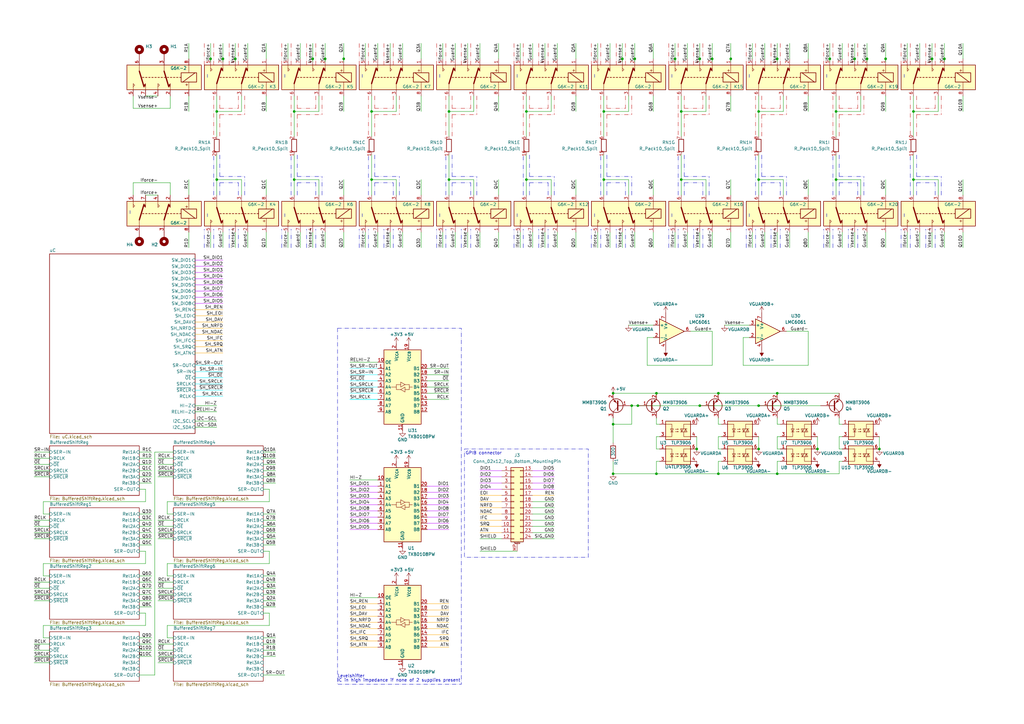
<source format=kicad_sch>
(kicad_sch
	(version 20231120)
	(generator "eeschema")
	(generator_version "8.0")
	(uuid "95a77b52-c5dd-476d-b399-b7e5032e9076")
	(paper "A3")
	
	(junction
		(at 269.24 194.31)
		(diameter 0)
		(color 0 0 0 0)
		(uuid "048dc499-80ff-4cac-aaf8-ff9e1965cf22")
	)
	(junction
		(at 363.22 24.13)
		(diameter 0)
		(color 0 0 0 0)
		(uuid "097b6c25-5d73-46c9-bd44-323343f4bcea")
	)
	(junction
		(at 247.65 73.66)
		(diameter 0)
		(color 0 0 0 0)
		(uuid "0fdaf713-88bf-4135-9b8d-68e7cb8fd1e8")
	)
	(junction
		(at 91.44 24.13)
		(diameter 0)
		(color 0 0 0 0)
		(uuid "146ac363-101a-4421-ba37-6a80c097fd8b")
	)
	(junction
		(at 311.15 166.37)
		(diameter 0)
		(color 0 0 0 0)
		(uuid "16f78bc5-a2b8-4b71-b694-c2f4c6404582")
	)
	(junction
		(at 133.35 24.13)
		(diameter 0)
		(color 0 0 0 0)
		(uuid "19f3dfd3-36ac-4f99-9681-db7521ae9917")
	)
	(junction
		(at 374.65 45.72)
		(diameter 0)
		(color 0 0 0 0)
		(uuid "1b2fca46-2fd6-4e27-b536-f00d58e8df6a")
	)
	(junction
		(at 184.15 45.72)
		(diameter 0)
		(color 0 0 0 0)
		(uuid "23b1b0fa-8426-4683-997d-690528a473e6")
	)
	(junction
		(at 269.24 161.29)
		(diameter 0)
		(color 0 0 0 0)
		(uuid "25b0ff9a-f3a9-403c-a77a-17e408b7aa55")
	)
	(junction
		(at 355.6 24.13)
		(diameter 0)
		(color 0 0 0 0)
		(uuid "2dc1f5d0-dca2-4103-ad02-d36cf15cb8ff")
	)
	(junction
		(at 311.15 73.66)
		(diameter 0)
		(color 0 0 0 0)
		(uuid "30b2e80b-bfe9-4728-a49e-96e28eb3bf5b")
	)
	(junction
		(at 152.4 73.66)
		(diameter 0)
		(color 0 0 0 0)
		(uuid "3fc83096-75ce-4730-b31d-f89c3e4bbdf7")
	)
	(junction
		(at 247.65 45.72)
		(diameter 0)
		(color 0 0 0 0)
		(uuid "49ddd62b-9e6d-4e72-a714-63d0531f39c6")
	)
	(junction
		(at 120.65 45.72)
		(diameter 0)
		(color 0 0 0 0)
		(uuid "49e65de6-dec2-4af7-ad71-0fc65bd080b9")
	)
	(junction
		(at 299.72 24.13)
		(diameter 0)
		(color 0 0 0 0)
		(uuid "4e3820ed-a744-4dbb-a020-189d4bf2639d")
	)
	(junction
		(at 311.15 45.72)
		(diameter 0)
		(color 0 0 0 0)
		(uuid "50f749a1-716b-4d15-babc-8ee5fb275cb4")
	)
	(junction
		(at 260.35 24.13)
		(diameter 0)
		(color 0 0 0 0)
		(uuid "56ba71ac-9803-4f7c-8efe-822298b654a0")
	)
	(junction
		(at 311.15 184.15)
		(diameter 0)
		(color 0 0 0 0)
		(uuid "5820f00b-5bf5-479a-87c2-09b9f41c6800")
	)
	(junction
		(at 251.46 161.29)
		(diameter 0)
		(color 0 0 0 0)
		(uuid "58eab993-cc62-4f1e-9383-8225d8e2dac9")
	)
	(junction
		(at 318.77 194.31)
		(diameter 0)
		(color 0 0 0 0)
		(uuid "5b9e7381-0039-45be-b60e-d2ea3edca93b")
	)
	(junction
		(at 318.77 161.29)
		(diameter 0)
		(color 0 0 0 0)
		(uuid "6b4b60eb-6b7a-4d13-9c15-65868d03035b")
	)
	(junction
		(at 287.02 24.13)
		(diameter 0)
		(color 0 0 0 0)
		(uuid "712b1e2a-2653-40f4-8795-d60936bf4a5d")
	)
	(junction
		(at 184.15 73.66)
		(diameter 0)
		(color 0 0 0 0)
		(uuid "7153b100-2e40-4824-90f5-75a07fe3b5f3")
	)
	(junction
		(at 279.4 45.72)
		(diameter 0)
		(color 0 0 0 0)
		(uuid "7240d41d-7282-4b72-af95-412550e9a4b7")
	)
	(junction
		(at 382.27 24.13)
		(diameter 0)
		(color 0 0 0 0)
		(uuid "7256b18b-e606-4768-b469-eb7b6eafcff0")
	)
	(junction
		(at 215.9 45.72)
		(diameter 0)
		(color 0 0 0 0)
		(uuid "74082152-5944-4c75-a141-84e67c4ae892")
	)
	(junction
		(at 120.65 73.66)
		(diameter 0)
		(color 0 0 0 0)
		(uuid "741f9795-67e0-407c-9c75-78a842d8f2d8")
	)
	(junction
		(at 255.27 24.13)
		(diameter 0)
		(color 0 0 0 0)
		(uuid "76992122-8d06-4553-893e-88c8b0b89edc")
	)
	(junction
		(at 340.36 24.13)
		(diameter 0)
		(color 0 0 0 0)
		(uuid "7e5e4240-287e-482b-949c-cc9042436dd0")
	)
	(junction
		(at 342.9 73.66)
		(diameter 0)
		(color 0 0 0 0)
		(uuid "81125ad5-cbd4-4ba8-b132-486e7fb81771")
	)
	(junction
		(at 259.08 166.37)
		(diameter 0)
		(color 0 0 0 0)
		(uuid "8206683f-f6f5-49c9-9552-bec2a9e62aa5")
	)
	(junction
		(at 350.52 24.13)
		(diameter 0)
		(color 0 0 0 0)
		(uuid "83cdd734-f58f-4ca6-9c50-a9e33e6a7440")
	)
	(junction
		(at 374.65 73.66)
		(diameter 0)
		(color 0 0 0 0)
		(uuid "8948f81b-b702-4cbe-b6ab-a931cbc06c03")
	)
	(junction
		(at 292.1 24.13)
		(diameter 0)
		(color 0 0 0 0)
		(uuid "912d3f8b-66e8-4db1-862d-7841aa44e334")
	)
	(junction
		(at 342.9 45.72)
		(diameter 0)
		(color 0 0 0 0)
		(uuid "91a22323-4391-4c46-b93d-ce51f51744f7")
	)
	(junction
		(at 279.4 73.66)
		(diameter 0)
		(color 0 0 0 0)
		(uuid "92d9d28a-1946-4c35-909c-737945eabb94")
	)
	(junction
		(at 88.9 45.72)
		(diameter 0)
		(color 0 0 0 0)
		(uuid "9312fdc4-1bdf-4ad4-a4bf-420ad85b4f04")
	)
	(junction
		(at 294.64 161.29)
		(diameter 0)
		(color 0 0 0 0)
		(uuid "a55b62a8-4414-44ac-934d-e5cd7ed1f025")
	)
	(junction
		(at 287.02 166.37)
		(diameter 0)
		(color 0 0 0 0)
		(uuid "ae944256-11f2-4eac-a359-f35cbc17d7d0")
	)
	(junction
		(at 88.9 73.66)
		(diameter 0)
		(color 0 0 0 0)
		(uuid "b47d7c2c-b4f7-4639-be19-136ca76445f7")
	)
	(junction
		(at 96.52 24.13)
		(diameter 0)
		(color 0 0 0 0)
		(uuid "ba449e38-a1d9-4c26-acbb-7d99a743314e")
	)
	(junction
		(at 251.46 194.31)
		(diameter 0)
		(color 0 0 0 0)
		(uuid "c2c74a86-3e8f-4f50-8303-18c7a75bce75")
	)
	(junction
		(at 261.62 166.37)
		(diameter 0)
		(color 0 0 0 0)
		(uuid "c305c76f-b9f9-465e-bc85-2d382ff7bf04")
	)
	(junction
		(at 140.97 24.13)
		(diameter 0)
		(color 0 0 0 0)
		(uuid "c7e27080-6afd-43ff-b58c-8127185954bf")
	)
	(junction
		(at 387.35 24.13)
		(diameter 0)
		(color 0 0 0 0)
		(uuid "ca74da54-7793-48e6-8817-12c60338bfbd")
	)
	(junction
		(at 152.4 45.72)
		(diameter 0)
		(color 0 0 0 0)
		(uuid "cb13e823-323d-4731-8aa1-db4a04703905")
	)
	(junction
		(at 360.68 184.15)
		(diameter 0)
		(color 0 0 0 0)
		(uuid "d9e69a63-4dc1-45c1-81c0-921370c14e4d")
	)
	(junction
		(at 294.64 194.31)
		(diameter 0)
		(color 0 0 0 0)
		(uuid "e5c75a82-fd76-4001-9f25-1cb515d7d658")
	)
	(junction
		(at 318.77 24.13)
		(diameter 0)
		(color 0 0 0 0)
		(uuid "e9e929eb-4f4a-4ace-835b-d5ce56c69fb2")
	)
	(junction
		(at 285.75 184.15)
		(diameter 0)
		(color 0 0 0 0)
		(uuid "ecd159f8-8766-497c-956d-90860c0108c0")
	)
	(junction
		(at 276.86 24.13)
		(diameter 0)
		(color 0 0 0 0)
		(uuid "f02eece5-e4c7-4bbf-bd96-8a313d1a3db9")
	)
	(junction
		(at 251.46 173.99)
		(diameter 0)
		(color 0 0 0 0)
		(uuid "f5b067b1-4e9e-46da-9896-abe271fc5330")
	)
	(junction
		(at 86.36 24.13)
		(diameter 0)
		(color 0 0 0 0)
		(uuid "f6051397-8384-4816-9718-771e501e5ea8")
	)
	(junction
		(at 128.27 24.13)
		(diameter 0)
		(color 0 0 0 0)
		(uuid "f721502c-110b-4ab2-bf2c-28cd96ae6756")
	)
	(junction
		(at 335.28 184.15)
		(diameter 0)
		(color 0 0 0 0)
		(uuid "f779f2b5-bec4-4b1a-a1c0-828660849747")
	)
	(junction
		(at 215.9 73.66)
		(diameter 0)
		(color 0 0 0 0)
		(uuid "feb9860a-3c46-4f42-9e69-427db4d4d1a8")
	)
	(wire
		(pts
			(xy 113.03 241.3) (xy 107.95 241.3)
		)
		(stroke
			(width 0)
			(type default)
		)
		(uuid "0026de28-24d5-4e76-a807-d2200d8d542f")
	)
	(wire
		(pts
			(xy 196.85 200.66) (xy 205.74 200.66)
		)
		(stroke
			(width 0)
			(type default)
			(color 185 0 255 1)
		)
		(uuid "00903114-35c1-4c5a-b5c0-655bf878d890")
	)
	(polyline
		(pts
			(xy 153.67 39.37) (xy 153.67 44.45)
		)
		(stroke
			(width 0)
			(type dash_dot_dot)
			(color 194 0 0 1)
		)
		(uuid "012a9442-47be-48a6-84bf-429cde0e01cb")
	)
	(wire
		(pts
			(xy 91.44 139.7) (xy 80.01 139.7)
		)
		(stroke
			(width 0)
			(type default)
			(color 255 166 0 1)
		)
		(uuid "01b1206b-1e6a-422f-964c-0a4880ea69be")
	)
	(wire
		(pts
			(xy 184.15 255.27) (xy 175.26 255.27)
		)
		(stroke
			(width 0)
			(type default)
			(color 255 166 0 1)
		)
		(uuid "0256de41-f515-49c8-a176-27e09b22e534")
	)
	(wire
		(pts
			(xy 162.56 73.66) (xy 162.56 80.01)
		)
		(stroke
			(width 0)
			(type default)
		)
		(uuid "035916a4-4003-40f0-909a-3573528e3882")
	)
	(wire
		(pts
			(xy 279.4 73.66) (xy 279.4 63.5)
		)
		(stroke
			(width 0)
			(type default)
		)
		(uuid "038336b5-ea0e-49c8-b4ec-b12b80de0a34")
	)
	(wire
		(pts
			(xy 394.97 95.25) (xy 394.97 101.6)
		)
		(stroke
			(width 0)
			(type default)
		)
		(uuid "03a315f7-aa0c-4ef8-bbfe-3f925f7096f2")
	)
	(wire
		(pts
			(xy 143.51 265.43) (xy 154.94 265.43)
		)
		(stroke
			(width 0)
			(type default)
			(color 255 166 0 1)
		)
		(uuid "03d1237e-4e1e-44f2-9859-fdebd8b26dcc")
	)
	(polyline
		(pts
			(xy 93.98 26.67) (xy 93.98 17.78)
		)
		(stroke
			(width 0)
			(type dash_dot_dot)
			(color 194 0 0 1)
		)
		(uuid "03e944d3-440b-4097-8e26-fc20bf3c7cce")
	)
	(polyline
		(pts
			(xy 256.54 26.67) (xy 256.54 17.78)
		)
		(stroke
			(width 0)
			(type dash_dot_dot)
			(color 194 0 0 1)
		)
		(uuid "03f53d79-a478-46fb-981c-878a0b2ac23f")
	)
	(wire
		(pts
			(xy 342.9 45.72) (xy 353.06 45.72)
		)
		(stroke
			(width 0)
			(type default)
		)
		(uuid "0442eece-faea-4eb0-8141-73cfdfc8b81f")
	)
	(wire
		(pts
			(xy 62.23 236.22) (xy 57.15 236.22)
		)
		(stroke
			(width 0)
			(type default)
		)
		(uuid "04439853-7d74-49f8-af91-50c650c596f3")
	)
	(wire
		(pts
			(xy 218.44 200.66) (xy 227.33 200.66)
		)
		(stroke
			(width 0)
			(type default)
			(color 185 0 255 1)
		)
		(uuid "048edf85-c8c8-4574-84de-144ce76b5e9a")
	)
	(polyline
		(pts
			(xy 185.42 80.01) (xy 185.42 74.93)
		)
		(stroke
			(width 0)
			(type dash_dot_dot)
			(color 0 0 194 1)
		)
		(uuid "049b47b9-890c-4553-8f18-f920bb8283c0")
	)
	(wire
		(pts
			(xy 245.11 101.6) (xy 245.11 95.25)
		)
		(stroke
			(width 0)
			(type default)
		)
		(uuid "049dc584-b1fd-41dc-87e4-c34382794088")
	)
	(polyline
		(pts
			(xy 185.42 44.45) (xy 193.04 44.45)
		)
		(stroke
			(width 0)
			(type dash_dot_dot)
			(color 194 0 0 1)
		)
		(uuid "04aebb89-879e-430f-ab45-4feafd98acba")
	)
	(polyline
		(pts
			(xy 151.13 101.6) (xy 151.13 93.98)
		)
		(stroke
			(width 0)
			(type dash_dot_dot)
			(color 0 0 194 1)
		)
		(uuid "04e617eb-b8d5-4dc8-acea-3bdbb09c2519")
	)
	(wire
		(pts
			(xy 91.44 129.54) (xy 80.01 129.54)
		)
		(stroke
			(width 0)
			(type default)
			(color 255 166 0 1)
		)
		(uuid "056b4387-e180-469a-abed-feae13675d07")
	)
	(polyline
		(pts
			(xy 119.38 39.37) (xy 119.38 55.88)
		)
		(stroke
			(width 0)
			(type dash_dot_dot)
			(color 194 0 0 1)
		)
		(uuid "0571d26e-0319-40dd-bcac-8d71fbe75dcf")
	)
	(wire
		(pts
			(xy 57.15 193.04) (xy 62.23 193.04)
		)
		(stroke
			(width 0)
			(type default)
		)
		(uuid "05792320-2872-4fce-a50c-9929f960293c")
	)
	(wire
		(pts
			(xy 321.31 45.72) (xy 321.31 39.37)
		)
		(stroke
			(width 0)
			(type default)
		)
		(uuid "05a9206b-2096-48ba-a13e-5332448ce3d0")
	)
	(wire
		(pts
			(xy 59.69 80.01) (xy 64.77 80.01)
		)
		(stroke
			(width 0)
			(type default)
		)
		(uuid "05fd90d7-bd47-4526-ad36-e43b02ab3c10")
	)
	(polyline
		(pts
			(xy 307.34 87.63) (xy 307.34 88.9)
		)
		(stroke
			(width 0)
			(type dash_dot_dot)
		)
		(uuid "061054ef-20c4-4afb-948c-06eeb66f78ab")
	)
	(wire
		(pts
			(xy 181.61 101.6) (xy 181.61 95.25)
		)
		(stroke
			(width 0)
			(type default)
		)
		(uuid "062e3746-17c7-42d3-81ca-39cefb95a7c0")
	)
	(wire
		(pts
			(xy 64.77 220.98) (xy 71.12 220.98)
		)
		(stroke
			(width 0)
			(type default)
		)
		(uuid "0677a115-07bc-40e1-80d1-5a310abd610b")
	)
	(wire
		(pts
			(xy 340.36 25.4) (xy 340.36 24.13)
		)
		(stroke
			(width 0)
			(type default)
		)
		(uuid "06c4676c-46a1-4453-8996-cda1e389e860")
	)
	(wire
		(pts
			(xy 335.28 184.15) (xy 335.28 179.07)
		)
		(stroke
			(width 0)
			(type default)
		)
		(uuid "07a2e578-e3a6-40f2-a094-4b8aa5b478ba")
	)
	(wire
		(pts
			(xy 292.1 149.86) (xy 265.43 149.86)
		)
		(stroke
			(width 0)
			(type default)
		)
		(uuid "07fdce68-4ad9-4736-b14e-a06bf68a4a3e")
	)
	(wire
		(pts
			(xy 13.97 271.78) (xy 20.32 271.78)
		)
		(stroke
			(width 0)
			(type default)
		)
		(uuid "080c1c63-0ad8-4db2-b42c-106f81efb29d")
	)
	(polyline
		(pts
			(xy 163.83 39.37) (xy 163.83 46.99)
		)
		(stroke
			(width 0)
			(type dash_dot_dot)
			(color 194 0 0 1)
		)
		(uuid "0892def4-195b-46cd-a3d9-3abe561472fb")
	)
	(polyline
		(pts
			(xy 322.58 39.37) (xy 322.58 46.99)
		)
		(stroke
			(width 0)
			(type dash_dot_dot)
			(color 194 0 0 1)
		)
		(uuid "08b0db86-458f-4815-90e5-ee79fc286ef7")
	)
	(polyline
		(pts
			(xy 280.67 72.39) (xy 290.83 72.39)
		)
		(stroke
			(width 0)
			(type dash_dot_dot)
			(color 0 0 194 1)
		)
		(uuid "08d0ce0f-80c1-4c84-b8aa-8b0dc9631cd8")
	)
	(wire
		(pts
			(xy 91.44 144.78) (xy 80.01 144.78)
		)
		(stroke
			(width 0)
			(type default)
			(color 255 166 0 1)
		)
		(uuid "0946b33d-6e6c-48f2-b968-1781a4144741")
	)
	(wire
		(pts
			(xy 261.62 166.37) (xy 287.02 166.37)
		)
		(stroke
			(width 0)
			(type default)
		)
		(uuid "094c9cd8-8353-4802-81ba-0643012767ef")
	)
	(wire
		(pts
			(xy 91.44 17.78) (xy 91.44 24.13)
		)
		(stroke
			(width 0)
			(type default)
		)
		(uuid "09e4a1ea-ebbd-4da6-b0d5-baa3ccf687bc")
	)
	(wire
		(pts
			(xy 287.02 95.25) (xy 287.02 101.6)
		)
		(stroke
			(width 0)
			(type default)
		)
		(uuid "0a362739-a3a9-4533-998f-704671cd0ee8")
	)
	(polyline
		(pts
			(xy 306.07 101.6) (xy 306.07 93.98)
		)
		(stroke
			(width 0)
			(type dash_dot_dot)
			(color 0 0 194 1)
		)
		(uuid "0a8f8249-ddd9-4478-8322-0a7cf371c16b")
	)
	(wire
		(pts
			(xy 265.43 149.86) (xy 265.43 138.43)
		)
		(stroke
			(width 0)
			(type default)
		)
		(uuid "0a940488-bcb4-4ada-b59d-efdc126a949f")
	)
	(wire
		(pts
			(xy 62.23 198.12) (xy 57.15 198.12)
		)
		(stroke
			(width 0)
			(type default)
		)
		(uuid "0b40e5df-57e9-4f5d-aa32-09da08efaec0")
	)
	(wire
		(pts
			(xy 236.22 73.66) (xy 236.22 80.01)
		)
		(stroke
			(width 0)
			(type default)
		)
		(uuid "0bcd4529-03be-47ad-946f-b2c99760cbde")
	)
	(wire
		(pts
			(xy 270.51 179.07) (xy 269.24 179.07)
		)
		(stroke
			(width 0)
			(type default)
		)
		(uuid "0c1477c7-f7c7-4730-8205-ea804e292cbc")
	)
	(wire
		(pts
			(xy 184.15 204.47) (xy 175.26 204.47)
		)
		(stroke
			(width 0)
			(type default)
			(color 185 0 255 1)
		)
		(uuid "0c386f3f-d56e-4d97-9e16-41fcb9407537")
	)
	(wire
		(pts
			(xy 247.65 45.72) (xy 257.81 45.72)
		)
		(stroke
			(width 0)
			(type default)
		)
		(uuid "0d62bdf2-823f-4f92-bfbc-6312adb3e95f")
	)
	(wire
		(pts
			(xy 196.85 210.82) (xy 205.74 210.82)
		)
		(stroke
			(width 0)
			(type default)
			(color 255 166 0 1)
		)
		(uuid "0dfc0627-e1ae-402b-a550-701630aad29d")
	)
	(wire
		(pts
			(xy 165.1 17.78) (xy 165.1 24.13)
		)
		(stroke
			(width 0)
			(type default)
		)
		(uuid "0e46cd47-42fa-448b-a290-bc1077927012")
	)
	(wire
		(pts
			(xy 281.94 101.6) (xy 281.94 95.25)
		)
		(stroke
			(width 0)
			(type default)
		)
		(uuid "0e6715c7-3525-4f29-b5c3-fac833cda772")
	)
	(wire
		(pts
			(xy 91.44 109.22) (xy 80.01 109.22)
		)
		(stroke
			(width 0)
			(type default)
			(color 185 0 255 1)
		)
		(uuid "0e6b6bb6-e5c5-4d79-9d88-115e73326d9e")
	)
	(wire
		(pts
			(xy 13.97 213.36) (xy 20.32 213.36)
		)
		(stroke
			(width 0)
			(type default)
		)
		(uuid "0f423f1e-79eb-47e2-9209-9f390dac260d")
	)
	(wire
		(pts
			(xy 318.77 179.07) (xy 318.77 184.15)
		)
		(stroke
			(width 0)
			(type default)
		)
		(uuid "0f5c3e83-64cc-41ef-8366-a85b6805ccd2")
	)
	(wire
		(pts
			(xy 196.85 215.9) (xy 205.74 215.9)
		)
		(stroke
			(width 0)
			(type default)
			(color 255 166 0 1)
		)
		(uuid "0f82bf50-4471-4263-9fd5-7f4f533d1d7d")
	)
	(wire
		(pts
			(xy 91.44 127) (xy 80.01 127)
		)
		(stroke
			(width 0)
			(type default)
			(color 255 166 0 1)
		)
		(uuid "0fc445f0-79ab-4117-b544-05299da06aba")
	)
	(wire
		(pts
			(xy 355.6 25.4) (xy 355.6 24.13)
		)
		(stroke
			(width 0)
			(type default)
		)
		(uuid "101e6ef5-86f7-49d1-ba9f-6b683da2e3a9")
	)
	(polyline
		(pts
			(xy 290.83 80.01) (xy 290.83 72.39)
		)
		(stroke
			(width 0)
			(type dash_dot_dot)
			(color 0 0 194 1)
		)
		(uuid "105c1950-cb51-4ba5-8842-7c0dde943b57")
	)
	(polyline
		(pts
			(xy 132.08 80.01) (xy 132.08 72.39)
		)
		(stroke
			(width 0)
			(type dash_dot_dot)
			(color 0 0 194 1)
		)
		(uuid "10df4ac3-e0e2-4fba-bc73-631ab21cc48d")
	)
	(polyline
		(pts
			(xy 248.92 72.39) (xy 259.08 72.39)
		)
		(stroke
			(width 0)
			(type dash_dot_dot)
			(color 0 0 194 1)
		)
		(uuid "110f4d4b-0f38-4a5e-ba6b-013c00a62bb5")
	)
	(wire
		(pts
			(xy 374.65 45.72) (xy 384.81 45.72)
		)
		(stroke
			(width 0)
			(type default)
		)
		(uuid "1179b452-8fba-45b5-9e66-2e0529747dfc")
	)
	(wire
		(pts
			(xy 13.97 266.7) (xy 20.32 266.7)
		)
		(stroke
			(width 0)
			(type default)
		)
		(uuid "11bdc322-c1b2-4096-9a2f-38280e8f9bad")
	)
	(polyline
		(pts
			(xy 179.07 101.6) (xy 179.07 93.98)
		)
		(stroke
			(width 0)
			(type dash_dot_dot)
			(color 0 0 194 1)
		)
		(uuid "124b3a2c-fd3b-4b07-bc0d-a75b72e6afb3")
	)
	(wire
		(pts
			(xy 110.49 256.54) (xy 68.58 256.54)
		)
		(stroke
			(width 0)
			(type default)
		)
		(uuid "134114c7-83a5-4b06-8cda-22316a4f5814")
	)
	(polyline
		(pts
			(xy 151.13 39.37) (xy 151.13 55.88)
		)
		(stroke
			(width 0)
			(type dash_dot_dot)
			(color 194 0 0 1)
		)
		(uuid "13aeb589-1c19-4871-9c01-219ddca96fbb")
	)
	(wire
		(pts
			(xy 384.81 73.66) (xy 384.81 80.01)
		)
		(stroke
			(width 0)
			(type default)
		)
		(uuid "14584d24-138e-45fd-aee8-9f3c035076e6")
	)
	(wire
		(pts
			(xy 311.15 73.66) (xy 321.31 73.66)
		)
		(stroke
			(width 0)
			(type default)
		)
		(uuid "14dc75f1-8d1b-4a41-880c-02a06e69ed06")
	)
	(wire
		(pts
			(xy 251.46 161.29) (xy 269.24 161.29)
		)
		(stroke
			(width 0)
			(type default)
		)
		(uuid "15059954-fb0a-4379-b815-b68693893bb3")
	)
	(wire
		(pts
			(xy 299.72 95.25) (xy 299.72 101.6)
		)
		(stroke
			(width 0)
			(type default)
		)
		(uuid "157c44f6-e916-4eb5-b647-a70663595609")
	)
	(polyline
		(pts
			(xy 309.88 101.6) (xy 309.88 93.98)
		)
		(stroke
			(width 0)
			(type dash_dot_dot)
			(color 0 0 194 1)
		)
		(uuid "15ecd5a5-385b-44aa-8f6a-0eb859af4534")
	)
	(wire
		(pts
			(xy 236.22 17.78) (xy 236.22 24.13)
		)
		(stroke
			(width 0)
			(type default)
		)
		(uuid "161dc62f-5bc9-4d54-b156-9228c1e9992c")
	)
	(polyline
		(pts
			(xy 280.67 80.01) (xy 280.67 74.93)
		)
		(stroke
			(width 0)
			(type dash_dot_dot)
			(color 0 0 194 1)
		)
		(uuid "16c5fdb5-e5b6-4d74-9282-6a4b145972a6")
	)
	(wire
		(pts
			(xy 91.44 142.24) (xy 80.01 142.24)
		)
		(stroke
			(width 0)
			(type default)
			(color 255 166 0 1)
		)
		(uuid "16fe92a5-9898-4a1d-a6f0-ac4c9670325e")
	)
	(wire
		(pts
			(xy 226.06 45.72) (xy 226.06 39.37)
		)
		(stroke
			(width 0)
			(type default)
		)
		(uuid "16ff3e65-9012-47c4-9b90-35defe023b1e")
	)
	(wire
		(pts
			(xy 57.15 276.86) (xy 63.5 276.86)
		)
		(stroke
			(width 0)
			(type default)
		)
		(uuid "17579d2d-9cfc-4ca4-832d-7f7b88d4e2ee")
	)
	(wire
		(pts
			(xy 184.15 73.66) (xy 194.31 73.66)
		)
		(stroke
			(width 0)
			(type default)
		)
		(uuid "176b6cf4-2abb-4f47-9931-74b245b76ab7")
	)
	(wire
		(pts
			(xy 101.6 17.78) (xy 101.6 24.13)
		)
		(stroke
			(width 0)
			(type default)
		)
		(uuid "176f9f53-89fb-4d0d-89e6-157fab7219a7")
	)
	(polyline
		(pts
			(xy 344.17 44.45) (xy 351.79 44.45)
		)
		(stroke
			(width 0)
			(type dash_dot_dot)
			(color 194 0 0 1)
		)
		(uuid "17b94a96-1c8d-420f-bac3-3321d2b08977")
	)
	(wire
		(pts
			(xy 318.77 173.99) (xy 320.04 173.99)
		)
		(stroke
			(width 0)
			(type default)
		)
		(uuid "17c68193-6f29-491f-9ef9-d72fa9d7d0dc")
	)
	(polyline
		(pts
			(xy 87.63 101.6) (xy 87.63 93.98)
		)
		(stroke
			(width 0)
			(type dash_dot_dot)
			(color 0 0 194 1)
		)
		(uuid "17d4f492-1dd8-4553-929e-a0ac767b0c0e")
	)
	(polyline
		(pts
			(xy 153.67 46.99) (xy 153.67 55.88)
		)
		(stroke
			(width 0)
			(type dash_dot_dot)
			(color 194 0 0 1)
		)
		(uuid "17fec86c-6001-4039-ba9c-9a7ab5bb71a9")
	)
	(wire
		(pts
			(xy 318.77 161.29) (xy 344.17 161.29)
		)
		(stroke
			(width 0)
			(type default)
		)
		(uuid "187dc083-e722-433d-bcc6-cbc6ec61f4dd")
	)
	(polyline
		(pts
			(xy 116.84 87.63) (xy 116.84 88.9)
		)
		(stroke
			(width 0)
			(type dash_dot_dot)
		)
		(uuid "197ba765-496a-40b5-bb07-027dfc8fe1d2")
	)
	(wire
		(pts
			(xy 382.27 95.25) (xy 382.27 101.6)
		)
		(stroke
			(width 0)
			(type default)
		)
		(uuid "1a0128ea-d96f-4f6e-8bc7-ef1435510f9a")
	)
	(wire
		(pts
			(xy 140.97 95.25) (xy 140.97 101.6)
		)
		(stroke
			(width 0)
			(type default)
		)
		(uuid "1a1e14c1-bef2-4237-af64-d532f59b283e")
	)
	(wire
		(pts
			(xy 311.15 45.72) (xy 321.31 45.72)
		)
		(stroke
			(width 0)
			(type default)
		)
		(uuid "1a5489e0-2ee7-4f24-9ec0-58678988fd15")
	)
	(polyline
		(pts
			(xy 309.88 80.01) (xy 309.88 63.5)
		)
		(stroke
			(width 0)
			(type dash_dot_dot)
			(color 0 0 194 1)
		)
		(uuid "1a6eb8ba-6618-47b6-b18e-0eb38ea0520d")
	)
	(wire
		(pts
			(xy 213.36 101.6) (xy 213.36 95.25)
		)
		(stroke
			(width 0)
			(type default)
		)
		(uuid "1aca3da0-c96b-4caf-aae8-f2ca2701e746")
	)
	(wire
		(pts
			(xy 62.23 210.82) (xy 57.15 210.82)
		)
		(stroke
			(width 0)
			(type default)
		)
		(uuid "1bd6f26b-deee-4c26-9399-1b7263c94a49")
	)
	(wire
		(pts
			(xy 162.56 45.72) (xy 162.56 39.37)
		)
		(stroke
			(width 0)
			(type default)
		)
		(uuid "1bf9897a-4002-41bd-8a42-1dee6675424d")
	)
	(wire
		(pts
			(xy 269.24 161.29) (xy 294.64 161.29)
		)
		(stroke
			(width 0)
			(type default)
		)
		(uuid "1c322d50-4fc4-4533-8600-7c304a110d8c")
	)
	(wire
		(pts
			(xy 320.04 179.07) (xy 318.77 179.07)
		)
		(stroke
			(width 0)
			(type default)
		)
		(uuid "1c3e86cd-2cb7-4cf5-aad2-22c1975593ee")
	)
	(wire
		(pts
			(xy 184.15 73.66) (xy 184.15 63.5)
		)
		(stroke
			(width 0)
			(type default)
		)
		(uuid "1c65b1f4-5294-4871-a93e-d403eb68e479")
	)
	(wire
		(pts
			(xy 130.81 73.66) (xy 130.81 80.01)
		)
		(stroke
			(width 0)
			(type default)
		)
		(uuid "1dcd7506-8817-4ca3-93d4-3e3cfbf7c391")
	)
	(wire
		(pts
			(xy 294.64 189.23) (xy 295.91 189.23)
		)
		(stroke
			(width 0)
			(type default)
		)
		(uuid "1df48cde-96a6-43eb-a734-fc4bbecfdb5c")
	)
	(wire
		(pts
			(xy 344.17 184.15) (xy 345.44 184.15)
		)
		(stroke
			(width 0)
			(type default)
		)
		(uuid "1e1e4b44-8901-4fdc-a07d-31de5d241166")
	)
	(polyline
		(pts
			(xy 274.32 101.6) (xy 274.32 93.98)
		)
		(stroke
			(width 0)
			(type dash_dot_dot)
			(color 0 0 194 1)
		)
		(uuid "1e3b715d-907e-4d0d-a524-eaa508ab3c1c")
	)
	(wire
		(pts
			(xy 218.44 101.6) (xy 218.44 95.25)
		)
		(stroke
			(width 0)
			(type default)
		)
		(uuid "1e5e3ff2-7c06-4eba-bbb6-a1ec8b875cc3")
	)
	(polyline
		(pts
			(xy 370.84 31.75) (xy 370.84 30.48)
		)
		(stroke
			(width 0)
			(type dash_dot_dot)
		)
		(uuid "1edc42a1-00a0-4702-b1f7-460267bd0406")
	)
	(wire
		(pts
			(xy 318.77 95.25) (xy 318.77 101.6)
		)
		(stroke
			(width 0)
			(type default)
		)
		(uuid "1fa362af-f632-4dc5-8a8b-a055957ea43a")
	)
	(wire
		(pts
			(xy 350.52 24.13) (xy 350.52 17.78)
		)
		(stroke
			(width 0)
			(type default)
		)
		(uuid "20682b3f-88de-4213-8e14-388f2eb5417c")
	)
	(wire
		(pts
			(xy 236.22 95.25) (xy 236.22 101.6)
		)
		(stroke
			(width 0)
			(type default)
		)
		(uuid "230ab286-cd8a-40cb-8576-dbf44c42db23")
	)
	(wire
		(pts
			(xy 86.36 25.4) (xy 86.36 24.13)
		)
		(stroke
			(width 0)
			(type default)
		)
		(uuid "232575e3-b62b-4ea5-8eca-3d68543fe6ef")
	)
	(polyline
		(pts
			(xy 220.98 101.6) (xy 220.98 93.98)
		)
		(stroke
			(width 0)
			(type dash_dot_dot)
			(color 0 0 194 1)
		)
		(uuid "2326d578-f5a5-45aa-8dc1-b477c67c7f66")
	)
	(wire
		(pts
			(xy 13.97 218.44) (xy 20.32 218.44)
		)
		(stroke
			(width 0)
			(type default)
		)
		(uuid "23330333-59a1-4013-b0a0-15df4eb52cc5")
	)
	(wire
		(pts
			(xy 113.03 190.5) (xy 107.95 190.5)
		)
		(stroke
			(width 0)
			(type default)
		)
		(uuid "2383e8ab-8286-47bb-8b3f-ff252ff3214c")
	)
	(wire
		(pts
			(xy 184.15 151.13) (xy 175.26 151.13)
		)
		(stroke
			(width 0)
			(type default)
		)
		(uuid "23a01ca8-5809-4616-b818-5e988df33090")
	)
	(wire
		(pts
			(xy 80.01 121.92) (xy 91.44 121.92)
		)
		(stroke
			(width 0)
			(type default)
			(color 185 0 255 1)
		)
		(uuid "24d2dbe3-849c-4a97-b209-fb94f3f6aa2f")
	)
	(polyline
		(pts
			(xy 182.88 39.37) (xy 182.88 55.88)
		)
		(stroke
			(width 0)
			(type dash_dot_dot)
			(color 194 0 0 1)
		)
		(uuid "264784cd-78c7-4ac9-90ea-21066db7907a")
	)
	(wire
		(pts
			(xy 251.46 171.45) (xy 251.46 173.99)
		)
		(stroke
			(width 0)
			(type default)
		)
		(uuid "264d036a-7647-490a-b85c-64ee29eceb5d")
	)
	(wire
		(pts
			(xy 13.97 187.96) (xy 20.32 187.96)
		)
		(stroke
			(width 0)
			(type default)
		)
		(uuid "26b5b967-38f2-4e1c-9d83-c2b13f747f05")
	)
	(wire
		(pts
			(xy 215.9 45.72) (xy 215.9 55.88)
		)
		(stroke
			(width 0)
			(type default)
		)
		(uuid "2761d229-7deb-48db-b29c-432bf4988d52")
	)
	(wire
		(pts
			(xy 267.97 17.78) (xy 267.97 24.13)
		)
		(stroke
			(width 0)
			(type default)
		)
		(uuid "2816d2a3-8f7f-4b9e-b7c5-7ef394646ee3")
	)
	(wire
		(pts
			(xy 80.01 162.56) (xy 91.44 162.56)
		)
		(stroke
			(width 0)
			(type default)
			(color 0 238 255 1)
		)
		(uuid "29ea17f8-2388-4275-83f3-a5b50fc2f938")
	)
	(polyline
		(pts
			(xy 341.63 101.6) (xy 341.63 93.98)
		)
		(stroke
			(width 0)
			(type dash_dot_dot)
			(color 0 0 194 1)
		)
		(uuid "2a2e7ac8-be7d-4f99-855c-039de39b7bc3")
	)
	(wire
		(pts
			(xy 247.65 73.66) (xy 247.65 63.5)
		)
		(stroke
			(width 0)
			(type default)
		)
		(uuid "2a83c526-7e7b-4596-889a-5eb8896ac0f6")
	)
	(wire
		(pts
			(xy 64.77 269.24) (xy 71.12 269.24)
		)
		(stroke
			(width 0)
			(type default)
		)
		(uuid "2b0d9eac-c6f2-4b75-b954-e3f1a6e2fc74")
	)
	(wire
		(pts
			(xy 113.03 210.82) (xy 107.95 210.82)
		)
		(stroke
			(width 0)
			(type default)
		)
		(uuid "2b1509db-3ebd-479c-920d-61cceba98904")
	)
	(wire
		(pts
			(xy 215.9 73.66) (xy 215.9 63.5)
		)
		(stroke
			(width 0)
			(type default)
		)
		(uuid "2be283b9-ee24-41f7-a08a-c3221a1aa046")
	)
	(polyline
		(pts
			(xy 217.17 80.01) (xy 217.17 74.93)
		)
		(stroke
			(width 0)
			(type dash_dot_dot)
			(color 0 0 194 1)
		)
		(uuid "2be77cc6-bd67-47f3-b3d8-35a66d0c57b1")
	)
	(polyline
		(pts
			(xy 280.67 44.45) (xy 288.29 44.45)
		)
		(stroke
			(width 0)
			(type dash_dot_dot)
			(color 194 0 0 1)
		)
		(uuid "2c23d644-0d55-462d-9f74-56ba7480f1db")
	)
	(wire
		(pts
			(xy 340.36 101.6) (xy 340.36 95.25)
		)
		(stroke
			(width 0)
			(type default)
		)
		(uuid "2ce45a07-694f-45c2-bdcf-1cf427cef62f")
	)
	(wire
		(pts
			(xy 143.51 204.47) (xy 154.94 204.47)
		)
		(stroke
			(width 0)
			(type default)
			(color 185 0 255 1)
		)
		(uuid "2ce79db4-712b-4760-a011-18aa400a4171")
	)
	(wire
		(pts
			(xy 62.23 213.36) (xy 57.15 213.36)
		)
		(stroke
			(width 0)
			(type default)
		)
		(uuid "2d6418e0-8a55-43aa-9437-eeb3c5ef8211")
	)
	(wire
		(pts
			(xy 13.97 215.9) (xy 20.32 215.9)
		)
		(stroke
			(width 0)
			(type default)
		)
		(uuid "2dabde50-2f74-44b3-8989-4c7b10b55246")
	)
	(wire
		(pts
			(xy 184.15 161.29) (xy 175.26 161.29)
		)
		(stroke
			(width 0)
			(type default)
		)
		(uuid "2e3d44d4-5a4f-409b-a837-1b181fc18074")
	)
	(polyline
		(pts
			(xy 153.67 46.99) (xy 163.83 46.99)
		)
		(stroke
			(width 0)
			(type dash_dot_dot)
			(color 194 0 0 1)
		)
		(uuid "2e51c3e6-2a3c-4c07-bc69-6a46b184f22b")
	)
	(wire
		(pts
			(xy 120.65 45.72) (xy 130.81 45.72)
		)
		(stroke
			(width 0)
			(type default)
		)
		(uuid "2e979824-639f-4f08-9ef4-294b90202225")
	)
	(wire
		(pts
			(xy 196.85 17.78) (xy 196.85 24.13)
		)
		(stroke
			(width 0)
			(type default)
		)
		(uuid "2e9d279b-e13d-4221-8b8a-0474861860a8")
	)
	(polyline
		(pts
			(xy 320.04 101.6) (xy 320.04 93.98)
		)
		(stroke
			(width 0)
			(type dash_dot_dot)
			(color 0 0 194 1)
		)
		(uuid "2ea56f73-b7c2-4d58-a480-cc3431cb38dc")
	)
	(wire
		(pts
			(xy 68.58 210.82) (xy 71.12 210.82)
		)
		(stroke
			(width 0)
			(type default)
		)
		(uuid "2fd44b31-aa7f-4d3e-8d11-a7ce783faa61")
	)
	(polyline
		(pts
			(xy 193.04 80.01) (xy 193.04 74.93)
		)
		(stroke
			(width 0)
			(type dash_dot_dot)
			(color 0 0 194 1)
		)
		(uuid "2fe8a540-c2ce-4292-9d96-49d28efa84e3")
	)
	(wire
		(pts
			(xy 172.72 95.25) (xy 172.72 101.6)
		)
		(stroke
			(width 0)
			(type default)
		)
		(uuid "2fe8fb6e-133d-444d-9c96-0b53028a0d1a")
	)
	(wire
		(pts
			(xy 289.56 73.66) (xy 289.56 80.01)
		)
		(stroke
			(width 0)
			(type default)
		)
		(uuid "301d3c39-b342-49ff-986d-31fc036a5e2f")
	)
	(polyline
		(pts
			(xy 316.23 101.6) (xy 316.23 93.98)
		)
		(stroke
			(width 0)
			(type dash_dot_dot)
			(color 0 0 194 1)
		)
		(uuid "30607e6f-672a-4dda-99d3-8fe6112bf2eb")
	)
	(wire
		(pts
			(xy 110.49 205.74) (xy 68.58 205.74)
		)
		(stroke
			(width 0)
			(type default)
		)
		(uuid "309da4dc-f6a8-44b8-9bd2-1997f5c46925")
	)
	(wire
		(pts
			(xy 59.69 39.37) (xy 64.77 39.37)
		)
		(stroke
			(width 0)
			(type default)
		)
		(uuid "313f033a-7567-470a-9083-5aef4fa40b6c")
	)
	(wire
		(pts
			(xy 377.19 101.6) (xy 377.19 95.25)
		)
		(stroke
			(width 0)
			(type default)
		)
		(uuid "314fcf46-21e0-4722-8372-ffb66298b5af")
	)
	(polyline
		(pts
			(xy 259.08 80.01) (xy 259.08 72.39)
		)
		(stroke
			(width 0)
			(type dash_dot_dot)
			(color 0 0 194 1)
		)
		(uuid "3185e83e-ae73-4d79-923a-f4eab3356d6e")
	)
	(polyline
		(pts
			(xy 224.79 101.6) (xy 224.79 93.98)
		)
		(stroke
			(width 0)
			(type dash_dot_dot)
			(color 0 0 194 1)
		)
		(uuid "31ec5590-5d16-43d6-98ca-36ea667fe469")
	)
	(polyline
		(pts
			(xy 320.04 80.01) (xy 320.04 74.93)
		)
		(stroke
			(width 0)
			(type dash_dot_dot)
			(color 0 0 194 1)
		)
		(uuid "32010760-55ed-498f-90e5-fccdcec79868")
	)
	(wire
		(pts
			(xy 363.22 25.4) (xy 363.22 24.13)
		)
		(stroke
			(width 0)
			(type default)
		)
		(uuid "3243c338-9530-4935-a9c8-9b5b541463c6")
	)
	(wire
		(pts
			(xy 64.77 238.76) (xy 71.12 238.76)
		)
		(stroke
			(width 0)
			(type default)
		)
		(uuid "332507a1-8673-4b3c-b27d-45cacb352076")
	)
	(wire
		(pts
			(xy 394.97 73.66) (xy 394.97 80.01)
		)
		(stroke
			(width 0)
			(type default)
		)
		(uuid "33353314-c1fc-45a3-a524-e0be6d466cd8")
	)
	(wire
		(pts
			(xy 113.03 261.62) (xy 107.95 261.62)
		)
		(stroke
			(width 0)
			(type default)
		)
		(uuid "335ac340-cd29-466e-b141-3fb4f6785ced")
	)
	(polyline
		(pts
			(xy 288.29 80.01) (xy 288.29 74.93)
		)
		(stroke
			(width 0)
			(type dash_dot_dot)
			(color 0 0 194 1)
		)
		(uuid "3389738d-29f9-4b86-9002-2dd1118841fe")
	)
	(wire
		(pts
			(xy 227.33 203.2) (xy 218.44 203.2)
		)
		(stroke
			(width 0)
			(type default)
			(color 255 166 0 1)
		)
		(uuid "33c8e4e8-2b43-498f-84ce-ab5b113fd262")
	)
	(wire
		(pts
			(xy 160.02 95.25) (xy 160.02 101.6)
		)
		(stroke
			(width 0)
			(type default)
		)
		(uuid "34397013-6ff5-46c3-9ad6-6c069062c71c")
	)
	(wire
		(pts
			(xy 59.69 231.14) (xy 17.78 231.14)
		)
		(stroke
			(width 0)
			(type default)
		)
		(uuid "3488fac2-99b0-4ec9-9a95-e9c808b487b6")
	)
	(wire
		(pts
			(xy 13.97 185.42) (xy 20.32 185.42)
		)
		(stroke
			(width 0)
			(type default)
		)
		(uuid "34f57932-be39-4120-bd5d-32f13dfee998")
	)
	(wire
		(pts
			(xy 345.44 17.78) (xy 345.44 24.13)
		)
		(stroke
			(width 0)
			(type default)
		)
		(uuid "350e28dd-67ec-4fe1-ba62-5833478e5867")
	)
	(wire
		(pts
			(xy 247.65 45.72) (xy 247.65 55.88)
		)
		(stroke
			(width 0)
			(type default)
		)
		(uuid "35135ac0-ee86-4b6a-be58-a2df4678ff66")
	)
	(polyline
		(pts
			(xy 307.34 31.75) (xy 307.34 30.48)
		)
		(stroke
			(width 0)
			(type dash_dot_dot)
		)
		(uuid "35fd3c9a-5007-417e-bbd3-157638dc49f5")
	)
	(wire
		(pts
			(xy 143.51 207.01) (xy 154.94 207.01)
		)
		(stroke
			(width 0)
			(type default)
			(color 185 0 255 1)
		)
		(uuid "36106849-2efe-46ac-a115-33db234e84b0")
	)
	(wire
		(pts
			(xy 292.1 101.6) (xy 292.1 95.25)
		)
		(stroke
			(width 0)
			(type default)
		)
		(uuid "3615d5e1-0b33-43db-b5f7-6f04cd39246a")
	)
	(wire
		(pts
			(xy 281.94 17.78) (xy 281.94 24.13)
		)
		(stroke
			(width 0)
			(type default)
		)
		(uuid "37f922c2-c0b1-4813-8a45-f8caa9a84709")
	)
	(wire
		(pts
			(xy 128.27 24.13) (xy 128.27 17.78)
		)
		(stroke
			(width 0)
			(type default)
		)
		(uuid "38b931a5-cf3d-450a-a121-f00c5997fb8f")
	)
	(wire
		(pts
			(xy 218.44 193.04) (xy 227.33 193.04)
		)
		(stroke
			(width 0)
			(type default)
			(color 185 0 255 1)
		)
		(uuid "3964f9bb-09a6-46d2-b5e1-aa95783c70ca")
	)
	(wire
		(pts
			(xy 257.81 133.35) (xy 267.97 133.35)
		)
		(stroke
			(width 0)
			(type default)
		)
		(uuid "39f2c4b0-11ba-4e98-aaac-fb343d2d7287")
	)
	(wire
		(pts
			(xy 184.15 156.21) (xy 175.26 156.21)
		)
		(stroke
			(width 0)
			(type default)
		)
		(uuid "3b50b3de-6984-473a-b030-00d6c6a852f4")
	)
	(polyline
		(pts
			(xy 280.67 74.93) (xy 288.29 74.93)
		)
		(stroke
			(width 0)
			(type dash_dot_dot)
			(color 0 0 194 1)
		)
		(uuid "3c06c7a6-520c-44b3-b8a9-d829e140e5cc")
	)
	(polyline
		(pts
			(xy 344.17 39.37) (xy 344.17 44.45)
		)
		(stroke
			(width 0)
			(type dash_dot_dot)
			(color 194 0 0 1)
		)
		(uuid "3cd21e03-db21-425b-aa1c-49a5bb96f9e5")
	)
	(wire
		(pts
			(xy 353.06 45.72) (xy 353.06 39.37)
		)
		(stroke
			(width 0)
			(type default)
		)
		(uuid "3d2b9b28-9199-4405-af3b-956c5dd9d28f")
	)
	(wire
		(pts
			(xy 204.47 45.72) (xy 204.47 39.37)
		)
		(stroke
			(width 0)
			(type default)
		)
		(uuid "3d2e59b3-80d9-42ce-84fe-241aec50ea3e")
	)
	(wire
		(pts
			(xy 113.03 215.9) (xy 107.95 215.9)
		)
		(stroke
			(width 0)
			(type default)
		)
		(uuid "3d6d3524-495c-4206-b201-958ac25e32ef")
	)
	(wire
		(pts
			(xy 196.85 193.04) (xy 205.74 193.04)
		)
		(stroke
			(width 0)
			(type default)
			(color 185 0 255 1)
		)
		(uuid "3d919c86-e572-42b8-bcf6-3d0b906f2155")
	)
	(wire
		(pts
			(xy 318.77 189.23) (xy 318.77 194.31)
		)
		(stroke
			(width 0)
			(type default)
		)
		(uuid "3e5dd4e5-f151-477c-8cda-dae56ad270c7")
	)
	(polyline
		(pts
			(xy 129.54 101.6) (xy 129.54 93.98)
		)
		(stroke
			(width 0)
			(type dash_dot_dot)
			(color 0 0 194 1)
		)
		(uuid "3e6bedde-028a-44a4-afa5-8a15f04dcec0")
	)
	(wire
		(pts
			(xy 88.9 45.72) (xy 99.06 45.72)
		)
		(stroke
			(width 0)
			(type default)
		)
		(uuid "3e6ee5e2-b645-4200-bc61-1b654f6ac1aa")
	)
	(wire
		(pts
			(xy 113.03 220.98) (xy 107.95 220.98)
		)
		(stroke
			(width 0)
			(type default)
		)
		(uuid "3e97421c-6d17-4120-95a6-2a651a0a4b98")
	)
	(wire
		(pts
			(xy 175.26 214.63) (xy 184.15 214.63)
		)
		(stroke
			(width 0)
			(type default)
			(color 185 0 255 1)
		)
		(uuid "3fd27c73-0681-4c67-b236-af6c927be22c")
	)
	(polyline
		(pts
			(xy 246.38 26.67) (xy 246.38 17.78)
		)
		(stroke
			(width 0)
			(type dash_dot_dot)
			(color 194 0 0 1)
		)
		(uuid "3feb733b-2b69-43a9-972e-095ba374850f")
	)
	(wire
		(pts
			(xy 311.15 45.72) (xy 311.15 39.37)
		)
		(stroke
			(width 0)
			(type default)
		)
		(uuid "40d45cc2-6a9b-4d1e-a79a-fc4feb8460b0")
	)
	(wire
		(pts
			(xy 204.47 17.78) (xy 204.47 24.13)
		)
		(stroke
			(width 0)
			(type default)
		)
		(uuid "40dd0375-3d0f-4452-9f4a-ebe7ce50be0d")
	)
	(polyline
		(pts
			(xy 180.34 87.63) (xy 180.34 88.9)
		)
		(stroke
			(width 0)
			(type dash_dot_dot)
		)
		(uuid "410744f4-495a-445f-b5dd-274b5c07c249")
	)
	(polyline
		(pts
			(xy 256.54 101.6) (xy 256.54 93.98)
		)
		(stroke
			(width 0)
			(type dash_dot_dot)
			(color 0 0 194 1)
		)
		(uuid "411caafe-1196-4c44-92d9-50d6d2b73135")
	)
	(wire
		(pts
			(xy 64.77 264.16) (xy 71.12 264.16)
		)
		(stroke
			(width 0)
			(type default)
		)
		(uuid "416e02a2-51f3-40e0-9935-6878889da7da")
	)
	(wire
		(pts
			(xy 175.26 209.55) (xy 184.15 209.55)
		)
		(stroke
			(width 0)
			(type default)
			(color 185 0 255 1)
		)
		(uuid "41b9584e-8da1-408f-b346-877f6f1bc88b")
	)
	(wire
		(pts
			(xy 215.9 73.66) (xy 215.9 80.01)
		)
		(stroke
			(width 0)
			(type default)
		)
		(uuid "42139e36-2f6f-413c-9e22-eec0bfed7ccc")
	)
	(polyline
		(pts
			(xy 195.58 80.01) (xy 195.58 72.39)
		)
		(stroke
			(width 0)
			(type dash_dot_dot)
			(color 0 0 194 1)
		)
		(uuid "425980f2-de47-41e2-b5d3-9871c87d5be2")
	)
	(wire
		(pts
			(xy 128.27 95.25) (xy 128.27 101.6)
		)
		(stroke
			(width 0)
			(type default)
		)
		(uuid "437cf1e5-d1b6-4595-a2bd-cb289a95fb9a")
	)
	(wire
		(pts
			(xy 118.11 17.78) (xy 118.11 24.13)
		)
		(stroke
			(width 0)
			(type default)
		)
		(uuid "4396b66f-4d80-4d34-9c7f-b17f6ac3aefe")
	)
	(wire
		(pts
			(xy 120.65 45.72) (xy 120.65 55.88)
		)
		(stroke
			(width 0)
			(type default)
		)
		(uuid "43cd41bf-5b24-4335-9c32-50de8e439c05")
	)
	(polyline
		(pts
			(xy 312.42 44.45) (xy 320.04 44.45)
		)
		(stroke
			(width 0)
			(type dash_dot_dot)
			(color 194 0 0 1)
		)
		(uuid "43cd7d3c-4787-4963-8541-238f9a468fd1")
	)
	(wire
		(pts
			(xy 269.24 184.15) (xy 270.51 184.15)
		)
		(stroke
			(width 0)
			(type default)
		)
		(uuid "43e47f2e-d494-4b3a-b852-c008c156384b")
	)
	(polyline
		(pts
			(xy 252.73 26.67) (xy 252.73 17.78)
		)
		(stroke
			(width 0)
			(type dash_dot_dot)
			(color 194 0 0 1)
		)
		(uuid "4441e138-3620-4acc-b7f4-7cd3e6eaa584")
	)
	(polyline
		(pts
			(xy 344.17 46.99) (xy 344.17 55.88)
		)
		(stroke
			(width 0)
			(type dash_dot_dot)
			(color 194 0 0 1)
		)
		(uuid "4455c4de-634b-4fe7-982f-1606bce80bb2")
	)
	(wire
		(pts
			(xy 374.65 73.66) (xy 374.65 80.01)
		)
		(stroke
			(width 0)
			(type default)
		)
		(uuid "45d8a712-8864-4800-abab-73bb4a43af70")
	)
	(polyline
		(pts
			(xy 185.42 72.39) (xy 185.42 63.5)
		)
		(stroke
			(width 0)
			(type dash_dot_dot)
			(color 0 0 194 1)
		)
		(uuid "479f4bda-bf1d-4d1c-9cfb-a10c67566bdf")
	)
	(wire
		(pts
			(xy 62.23 190.5) (xy 57.15 190.5)
		)
		(stroke
			(width 0)
			(type default)
		)
		(uuid "47c6f7c3-8392-4d0f-9b48-bd4e14ab6ec5")
	)
	(wire
		(pts
			(xy 318.77 184.15) (xy 320.04 184.15)
		)
		(stroke
			(width 0)
			(type default)
		)
		(uuid "47dc927f-892b-4a19-896c-58cb6532ab92")
	)
	(wire
		(pts
			(xy 250.19 17.78) (xy 250.19 24.13)
		)
		(stroke
			(width 0)
			(type default)
		)
		(uuid "47f6081c-f338-4ca9-ae08-819b85512b08")
	)
	(wire
		(pts
			(xy 113.03 185.42) (xy 107.95 185.42)
		)
		(stroke
			(width 0)
			(type default)
		)
		(uuid "48165be1-d235-401b-bb3e-4ff36799abf0")
	)
	(wire
		(pts
			(xy 149.86 101.6) (xy 149.86 95.25)
		)
		(stroke
			(width 0)
			(type default)
		)
		(uuid "4838a674-3498-4646-a614-8dd428c756af")
	)
	(polyline
		(pts
			(xy 115.57 101.6) (xy 115.57 93.98)
		)
		(stroke
			(width 0)
			(type dash_dot_dot)
			(color 0 0 194 1)
		)
		(uuid "487b00b9-be2e-42c8-9ea8-fdfa927fbf45")
	)
	(wire
		(pts
			(xy 184.15 252.73) (xy 175.26 252.73)
		)
		(stroke
			(width 0)
			(type default)
			(color 255 166 0 1)
		)
		(uuid "488b34b9-eeef-4b8d-b276-9bc87b26a02d")
	)
	(polyline
		(pts
			(xy 370.84 87.63) (xy 370.84 88.9)
		)
		(stroke
			(width 0)
			(type dash_dot_dot)
		)
		(uuid "48ccdff1-e67a-4450-a9d6-0cf8e25f8ceb")
	)
	(polyline
		(pts
			(xy 87.63 80.01) (xy 87.63 63.5)
		)
		(stroke
			(width 0)
			(type dash_dot_dot)
			(color 0 0 194 1)
		)
		(uuid "48ce076c-ee92-47e8-8ca1-dd175c2994d6")
	)
	(wire
		(pts
			(xy 17.78 210.82) (xy 20.32 210.82)
		)
		(stroke
			(width 0)
			(type default)
		)
		(uuid "491d965f-8a26-4b22-b829-76cc6588fa75")
	)
	(wire
		(pts
			(xy 175.26 217.17) (xy 184.15 217.17)
		)
		(stroke
			(width 0)
			(type default)
			(color 185 0 255 1)
		)
		(uuid "492635dc-b99b-4782-8c57-b2b1448d931f")
	)
	(wire
		(pts
			(xy 91.44 25.4) (xy 91.44 24.13)
		)
		(stroke
			(width 0)
			(type default)
		)
		(uuid "4a2d66f7-2b69-452d-982b-f98c3e8805ce")
	)
	(wire
		(pts
			(xy 140.97 17.78) (xy 140.97 24.13)
		)
		(stroke
			(width 0)
			(type default)
		)
		(uuid "4ab08540-697e-432c-a86f-ebb5e4bf0ca7")
	)
	(wire
		(pts
			(xy 308.61 101.6) (xy 308.61 95.25)
		)
		(stroke
			(width 0)
			(type default)
		)
		(uuid "4b28be6d-d71a-44a3-9301-12a5a307c1c9")
	)
	(polyline
		(pts
			(xy 115.57 26.67) (xy 115.57 17.78)
		)
		(stroke
			(width 0)
			(type dash_dot_dot)
			(color 194 0 0 1)
		)
		(uuid "4b46387a-5214-4409-96fc-045bff1d9a9f")
	)
	(polyline
		(pts
			(xy 212.09 87.63) (xy 212.09 88.9)
		)
		(stroke
			(width 0)
			(type dash_dot_dot)
		)
		(uuid "4b8285da-7b89-467f-85bc-78d7b0ec79cf")
	)
	(wire
		(pts
			(xy 267.97 95.25) (xy 267.97 101.6)
		)
		(stroke
			(width 0)
			(type default)
		)
		(uuid "4c5e010b-f3f7-4921-aaf2-cb7753db0229")
	)
	(polyline
		(pts
			(xy 97.79 80.01) (xy 97.79 74.93)
		)
		(stroke
			(width 0)
			(type dash_dot_dot)
			(color 0 0 194 1)
		)
		(uuid "4c7a5511-3752-4459-9e5a-bf130d0ce1db")
	)
	(wire
		(pts
			(xy 86.36 17.78) (xy 86.36 24.13)
		)
		(stroke
			(width 0)
			(type default)
		)
		(uuid "4c807fe4-e8f8-499c-b0b1-93a20468bdbd")
	)
	(wire
		(pts
			(xy 62.23 269.24) (xy 57.15 269.24)
		)
		(stroke
			(width 0)
			(type default)
		)
		(uuid "4c933262-ead5-4660-bace-941836e2ade5")
	)
	(polyline
		(pts
			(xy 161.29 101.6) (xy 161.29 93.98)
		)
		(stroke
			(width 0)
			(type dash_dot_dot)
			(color 0 0 194 1)
		)
		(uuid "4d2a8573-a3cd-4bb4-9f91-353c0d87d775")
	)
	(polyline
		(pts
			(xy 180.34 31.75) (xy 180.34 30.48)
		)
		(stroke
			(width 0)
			(type dash_dot_dot)
		)
		(uuid "4db58589-242c-43c7-a9ef-913299308603")
	)
	(polyline
		(pts
			(xy 121.92 39.37) (xy 121.92 44.45)
		)
		(stroke
			(width 0)
			(type dash_dot_dot)
			(color 194 0 0 1)
		)
		(uuid "4dd58307-cd4d-4623-a2c1-9ef28879a9ce")
	)
	(wire
		(pts
			(xy 63.5 276.86) (xy 63.5 185.42)
		)
		(stroke
			(width 0)
			(type default)
		)
		(uuid "4e08f38d-50f3-4753-b3b5-4273ced6c8ab")
	)
	(wire
		(pts
			(xy 382.27 25.4) (xy 382.27 24.13)
		)
		(stroke
			(width 0)
			(type default)
		)
		(uuid "4e3bc4a2-3b59-4ecb-9fd0-a364b2f92eee")
	)
	(wire
		(pts
			(xy 350.52 95.25) (xy 350.52 101.6)
		)
		(stroke
			(width 0)
			(type default)
		)
		(uuid "4e7414dd-816a-4229-afee-86877450bf99")
	)
	(wire
		(pts
			(xy 184.15 73.66) (xy 184.15 80.01)
		)
		(stroke
			(width 0)
			(type default)
		)
		(uuid "503b518c-ad42-4736-b45d-e9d87e78009c")
	)
	(wire
		(pts
			(xy 62.23 185.42) (xy 57.15 185.42)
		)
		(stroke
			(width 0)
			(type default)
		)
		(uuid "5082bbff-ec3a-48f1-bc01-7c00fb1d55b8")
	)
	(wire
		(pts
			(xy 344.17 179.07) (xy 344.17 184.15)
		)
		(stroke
			(width 0)
			(type default)
		)
		(uuid "50a41d42-392d-4b8f-bfb3-83394378ad48")
	)
	(wire
		(pts
			(xy 109.22 17.78) (xy 109.22 24.13)
		)
		(stroke
			(width 0)
			(type default)
		)
		(uuid "5140188d-a87f-43b9-a3a4-1a428e53afb9")
	)
	(wire
		(pts
			(xy 57.15 226.06) (xy 59.69 226.06)
		)
		(stroke
			(width 0)
			(type default)
		)
		(uuid "5151e7ee-bd7b-4dc3-bd48-5b22356f7968")
	)
	(wire
		(pts
			(xy 184.15 153.67) (xy 175.26 153.67)
		)
		(stroke
			(width 0)
			(type default)
		)
		(uuid "51fd3ec6-f185-4db0-9ec4-9499552c31eb")
	)
	(wire
		(pts
			(xy 204.47 95.25) (xy 204.47 101.6)
		)
		(stroke
			(width 0)
			(type default)
		)
		(uuid "5222ff4f-f4b0-4b62-9d94-c7a4289ea59a")
	)
	(wire
		(pts
			(xy 342.9 73.66) (xy 342.9 63.5)
		)
		(stroke
			(width 0)
			(type default)
		)
		(uuid "52761cc5-750a-4530-baa2-6e8bd1444994")
	)
	(wire
		(pts
			(xy 107.95 218.44) (xy 113.03 218.44)
		)
		(stroke
			(width 0)
			(type default)
		)
		(uuid "53b1d00d-e854-4db7-a43f-2867d8ee73ba")
	)
	(wire
		(pts
			(xy 80.01 124.46) (xy 91.44 124.46)
		)
		(stroke
			(width 0)
			(type default)
			(color 185 0 255 1)
		)
		(uuid "53b44d16-f383-46c8-b4b5-a1d325fbdae1")
	)
	(wire
		(pts
			(xy 331.47 73.66) (xy 331.47 80.01)
		)
		(stroke
			(width 0)
			(type default)
		)
		(uuid "53f69dc9-c329-484c-8cd7-0f6767301a92")
	)
	(polyline
		(pts
			(xy 125.73 26.67) (xy 125.73 17.78)
		)
		(stroke
			(width 0)
			(type dash_dot_dot)
			(color 194 0 0 1)
		)
		(uuid "54388c6d-1f17-4cf9-9d18-a308ac2d5713")
	)
	(wire
		(pts
			(xy 251.46 189.23) (xy 251.46 194.31)
		)
		(stroke
			(width 0)
			(type default)
		)
		(uuid "5447a239-d6eb-451d-9166-c1dadc28ba51")
	)
	(wire
		(pts
			(xy 196.85 226.06) (xy 212.09 226.06)
		)
		(stroke
			(width 0)
			(type default)
		)
		(uuid "544b70d8-b1b2-44d5-bbbe-ebf3a6c4ed57")
	)
	(wire
		(pts
			(xy 113.03 236.22) (xy 107.95 236.22)
		)
		(stroke
			(width 0)
			(type default)
		)
		(uuid "5486dd65-b248-4924-809b-8ab181efcaca")
	)
	(polyline
		(pts
			(xy 248.92 46.99) (xy 259.08 46.99)
		)
		(stroke
			(width 0)
			(type dash_dot_dot)
			(color 194 0 0 1)
		)
		(uuid "54bdf211-d073-46eb-8029-8a026c2ab9ba")
	)
	(wire
		(pts
			(xy 186.69 101.6) (xy 186.69 95.25)
		)
		(stroke
			(width 0)
			(type default)
		)
		(uuid "556df4e2-775f-48ff-8ec4-83fa9de01b57")
	)
	(wire
		(pts
			(xy 13.97 264.16) (xy 20.32 264.16)
		)
		(stroke
			(width 0)
			(type default)
		)
		(uuid "55cc3b4b-1407-47b2-9f12-6322e40f1afb")
	)
	(wire
		(pts
			(xy 110.49 251.46) (xy 110.49 256.54)
		)
		(stroke
			(width 0)
			(type default)
		)
		(uuid "561a76a0-e6df-438e-bb4b-7e6ff3112f10")
	)
	(polyline
		(pts
			(xy 312.42 46.99) (xy 322.58 46.99)
		)
		(stroke
			(width 0)
			(type dash_dot_dot)
			(color 194 0 0 1)
		)
		(uuid "564437de-eed7-4996-83a7-6c7e952ea0db")
	)
	(polyline
		(pts
			(xy 148.59 31.75) (xy 148.59 30.48)
		)
		(stroke
			(width 0)
			(type dash_dot_dot)
		)
		(uuid "56a58f42-b6c3-486a-81e5-921d6ff4da18")
	)
	(wire
		(pts
			(xy 342.9 45.72) (xy 342.9 39.37)
		)
		(stroke
			(width 0)
			(type default)
		)
		(uuid "57706374-a2ce-465a-b287-4c012da5a7d6")
	)
	(wire
		(pts
			(xy 247.65 73.66) (xy 247.65 80.01)
		)
		(stroke
			(width 0)
			(type default)
		)
		(uuid "579d72b8-b193-4009-bb06-7fb82d84b1a0")
	)
	(wire
		(pts
			(xy 62.23 248.92) (xy 57.15 248.92)
		)
		(stroke
			(width 0)
			(type default)
		)
		(uuid "57c12c4e-0d9e-4467-879f-99a1f75267b4")
	)
	(wire
		(pts
			(xy 218.44 220.98) (xy 227.33 220.98)
		)
		(stroke
			(width 0)
			(type default)
		)
		(uuid "59d9103f-7e9d-41d7-80f0-b64e189ea006")
	)
	(polyline
		(pts
			(xy 217.17 39.37) (xy 217.17 44.45)
		)
		(stroke
			(width 0)
			(type dash_dot_dot)
			(color 194 0 0 1)
		)
		(uuid "5ad4fd7d-3bd5-4418-9e40-033bfa597d0c")
	)
	(polyline
		(pts
			(xy 312.42 72.39) (xy 312.42 63.5)
		)
		(stroke
			(width 0)
			(type dash_dot_dot)
			(color 0 0 194 1)
		)
		(uuid "5ae716d1-2f77-4594-85eb-a70eae1a09db")
	)
	(polyline
		(pts
			(xy 373.38 26.67) (xy 373.38 17.78)
		)
		(stroke
			(width 0)
			(type dash_dot_dot)
			(color 194 0 0 1)
		)
		(uuid "5af7428c-61ff-4b5a-bb0a-16bc353afec2")
	)
	(wire
		(pts
			(xy 172.72 17.78) (xy 172.72 24.13)
		)
		(stroke
			(width 0)
			(type default)
		)
		(uuid "5b740ec9-52c8-48d5-9aab-fae1691deb57")
	)
	(wire
		(pts
			(xy 196.85 198.12) (xy 205.74 198.12)
		)
		(stroke
			(width 0)
			(type default)
			(color 185 0 255 1)
		)
		(uuid "5b9f4c40-16ad-44f8-8c66-ccc428001eb9")
	)
	(wire
		(pts
			(xy 80.01 152.4) (xy 91.44 152.4)
		)
		(stroke
			(width 0)
			(type default)
			(color 0 238 255 1)
		)
		(uuid "5bc29457-7417-4cd9-854a-c41a80ba4237")
	)
	(wire
		(pts
			(xy 218.44 198.12) (xy 227.33 198.12)
		)
		(stroke
			(width 0)
			(type default)
			(color 185 0 255 1)
		)
		(uuid "5c29058a-5544-430f-8e98-662cea5a2562")
	)
	(wire
		(pts
			(xy 88.9 166.37) (xy 80.01 166.37)
		)
		(stroke
			(width 0)
			(type default)
		)
		(uuid "5c93ad6a-1ea1-415e-b3fd-9fcb05bfc99e")
	)
	(polyline
		(pts
			(xy 351.79 26.67) (xy 351.79 17.78)
		)
		(stroke
			(width 0)
			(type dash_dot_dot)
			(color 194 0 0 1)
		)
		(uuid "5ccff898-1fc3-442f-b087-3e00eb1b07f4")
	)
	(wire
		(pts
			(xy 292.1 135.89) (xy 283.21 135.89)
		)
		(stroke
			(width 0)
			(type default)
		)
		(uuid "5cdcab7e-b73c-4de3-b2f7-33b9983b488d")
	)
	(wire
		(pts
			(xy 279.4 73.66) (xy 289.56 73.66)
		)
		(stroke
			(width 0)
			(type default)
		)
		(uuid "5d286c5b-924f-49c2-a7c3-8aed56855d39")
	)
	(polyline
		(pts
			(xy 217.17 44.45) (xy 224.79 44.45)
		)
		(stroke
			(width 0)
			(type dash_dot_dot)
			(color 194 0 0 1)
		)
		(uuid "5d3e41fb-dacf-48b0-8b9c-06ffefcd61a5")
	)
	(polyline
		(pts
			(xy 151.13 26.67) (xy 151.13 17.78)
		)
		(stroke
			(width 0)
			(type dash_dot_dot)
			(color 194 0 0 1)
		)
		(uuid "5d4c4c00-6b6a-4e5c-b2dc-dede07fadc9a")
	)
	(wire
		(pts
			(xy 276.86 17.78) (xy 276.86 24.13)
		)
		(stroke
			(width 0)
			(type default)
		)
		(uuid "5d7ab2df-5bd1-47b0-96c0-0016fd4d2ad2")
	)
	(wire
		(pts
			(xy 292.1 17.78) (xy 292.1 24.13)
		)
		(stroke
			(width 0)
			(type default)
		)
		(uuid "5d7ed5f1-9da0-4d11-a6bd-5b94b06bc7dd")
	)
	(polyline
		(pts
			(xy 248.92 80.01) (xy 248.92 74.93)
		)
		(stroke
			(width 0)
			(type dash_dot_dot)
			(color 0 0 194 1)
		)
		(uuid "5db18f17-9449-4be6-8242-dff66accae7b")
	)
	(wire
		(pts
			(xy 143.51 260.35) (xy 154.94 260.35)
		)
		(stroke
			(width 0)
			(type default)
			(color 255 166 0 1)
		)
		(uuid "5e28d7f6-0679-4d9d-80d5-94520e5ae043")
	)
	(polyline
		(pts
			(xy 212.09 31.75) (xy 212.09 30.48)
		)
		(stroke
			(width 0)
			(type dash_dot_dot)
		)
		(uuid "5e6015ac-c91d-48a7-8891-ff753f64da4f")
	)
	(polyline
		(pts
			(xy 182.88 26.67) (xy 182.88 17.78)
		)
		(stroke
			(width 0)
			(type dash_dot_dot)
			(color 194 0 0 1)
		)
		(uuid "5e79d6c7-1fbf-4459-aa33-f9d62c1dffea")
	)
	(wire
		(pts
			(xy 194.31 45.72) (xy 194.31 39.37)
		)
		(stroke
			(width 0)
			(type default)
		)
		(uuid "5f2fbf29-e21c-4a25-b551-40844bfb96ab")
	)
	(wire
		(pts
			(xy 54.61 74.93) (xy 54.61 80.01)
		)
		(stroke
			(width 0)
			(type default)
		)
		(uuid "5f37a3ef-d86d-4b7f-96ba-46be6d99a2e4")
	)
	(wire
		(pts
			(xy 363.22 17.78) (xy 363.22 24.13)
		)
		(stroke
			(width 0)
			(type default)
		)
		(uuid "5f7ac7d2-ce60-4e10-928a-fd185b63fd3f")
	)
	(wire
		(pts
			(xy 313.69 101.6) (xy 313.69 95.25)
		)
		(stroke
			(width 0)
			(type default)
		)
		(uuid "5fd790aa-70f6-4d68-bcf6-c6099e3beb09")
	)
	(wire
		(pts
			(xy 113.03 248.92) (xy 107.95 248.92)
		)
		(stroke
			(width 0)
			(type default)
		)
		(uuid "60d60f16-57f0-48bd-add4-8ef63c48af84")
	)
	(wire
		(pts
			(xy 64.77 271.78) (xy 71.12 271.78)
		)
		(stroke
			(width 0)
			(type default)
		)
		(uuid "60da2bb3-f076-4b02-b869-42134c9332ab")
	)
	(polyline
		(pts
			(xy 344.17 46.99) (xy 354.33 46.99)
		)
		(stroke
			(width 0)
			(type dash_dot_dot)
			(color 194 0 0 1)
		)
		(uuid "611afc1b-7542-4350-8ac4-5c4ce5936a75")
	)
	(polyline
		(pts
			(xy 153.67 72.39) (xy 153.67 63.5)
		)
		(stroke
			(width 0)
			(type dash_dot_dot)
			(color 0 0 194 1)
		)
		(uuid "617b6e8b-9c31-4bdf-a368-c736d2f9a5ba")
	)
	(wire
		(pts
			(xy 331.47 149.86) (xy 304.8 149.86)
		)
		(stroke
			(width 0)
			(type default)
		)
		(uuid "6199cc80-b366-4b7c-83fc-e38a3d047c50")
	)
	(wire
		(pts
			(xy 215.9 45.72) (xy 215.9 39.37)
		)
		(stroke
			(width 0)
			(type default)
		)
		(uuid "61a10889-3d3f-4248-8cb1-1f6d03c0be48")
	)
	(polyline
		(pts
			(xy 121.92 46.99) (xy 121.92 55.88)
		)
		(stroke
			(width 0)
			(type dash_dot_dot)
			(color 194 0 0 1)
		)
		(uuid "626ed64c-a86d-47ae-afc4-ae9aac50f35d")
	)
	(wire
		(pts
			(xy 218.44 218.44) (xy 227.33 218.44)
		)
		(stroke
			(width 0)
			(type default)
		)
		(uuid "6270de64-4396-4124-96e8-3b67f4d8860d")
	)
	(wire
		(pts
			(xy 91.44 106.68) (xy 80.01 106.68)
		)
		(stroke
			(width 0)
			(type default)
			(color 185 0 255 1)
		)
		(uuid "6284f50a-f65d-4145-8c53-3440aa7fa470")
	)
	(polyline
		(pts
			(xy 242.57 101.6) (xy 242.57 93.98)
		)
		(stroke
			(width 0)
			(type dash_dot_dot)
			(color 0 0 194 1)
		)
		(uuid "62d339a5-a562-4974-b153-aa370c850779")
	)
	(wire
		(pts
			(xy 17.78 261.62) (xy 20.32 261.62)
		)
		(stroke
			(width 0)
			(type default)
		)
		(uuid "63f10895-8e87-49e8-9d9b-886629e75b3b")
	)
	(polyline
		(pts
			(xy 256.54 39.37) (xy 256.54 44.45)
		)
		(stroke
			(width 0)
			(type dash_dot_dot)
			(color 194 0 0 1)
		)
		(uuid "6445660d-5d6f-4ebb-b169-cee28cebbb21")
	)
	(wire
		(pts
			(xy 113.03 187.96) (xy 107.95 187.96)
		)
		(stroke
			(width 0)
			(type default)
		)
		(uuid "6491f082-3bc4-4e90-ab5f-8a224fdfb16b")
	)
	(wire
		(pts
			(xy 287.02 166.37) (xy 311.15 166.37)
		)
		(stroke
			(width 0)
			(type default)
		)
		(uuid "6569d0e7-8e1c-4a9f-88a3-6a9742e2812d")
	)
	(wire
		(pts
			(xy 110.49 231.14) (xy 68.58 231.14)
		)
		(stroke
			(width 0)
			(type default)
		)
		(uuid "6589501c-e7f2-4dc7-aaa4-e5b1e54a78e5")
	)
	(wire
		(pts
			(xy 152.4 45.72) (xy 152.4 55.88)
		)
		(stroke
			(width 0)
			(type default)
		)
		(uuid "65e77687-06ef-4550-8933-1dded29bcb25")
	)
	(wire
		(pts
			(xy 64.77 243.84) (xy 71.12 243.84)
		)
		(stroke
			(width 0)
			(type default)
		)
		(uuid "666c4d50-a794-4f47-8326-1f66018181c1")
	)
	(wire
		(pts
			(xy 96.52 25.4) (xy 96.52 24.13)
		)
		(stroke
			(width 0)
			(type default)
		)
		(uuid "666cbe9a-76f3-41cd-aefe-65cdbfdb6872")
	)
	(wire
		(pts
			(xy 143.51 214.63) (xy 154.94 214.63)
		)
		(stroke
			(width 0)
			(type default)
			(color 185 0 255 1)
		)
		(uuid "67d9c89a-d10d-40c1-b469-e8e16013d873")
	)
	(wire
		(pts
			(xy 184.15 45.72) (xy 184.15 39.37)
		)
		(stroke
			(width 0)
			(type default)
		)
		(uuid "680535be-fa16-4f93-8005-b14f5c7139c8")
	)
	(polyline
		(pts
			(xy 369.57 26.67) (xy 369.57 17.78)
		)
		(stroke
			(width 0)
			(type dash_dot_dot)
			(color 194 0 0 1)
		)
		(uuid "681fc5b9-71d4-4629-ad98-01b3a014edf8")
	)
	(wire
		(pts
			(xy 255.27 24.13) (xy 255.27 17.78)
		)
		(stroke
			(width 0)
			(type default)
		)
		(uuid "682ab725-cc1a-4ba3-8602-d7e4d4aeeecc")
	)
	(wire
		(pts
			(xy 64.77 246.38) (xy 71.12 246.38)
		)
		(stroke
			(width 0)
			(type default)
		)
		(uuid "68da2364-73e9-42bf-b60c-6c844cad9bd5")
	)
	(polyline
		(pts
			(xy 151.13 80.01) (xy 151.13 63.5)
		)
		(stroke
			(width 0)
			(type dash_dot_dot)
			(color 0 0 194 1)
		)
		(uuid "690147d3-3b73-46f1-ba5e-efaea4123641")
	)
	(wire
		(pts
			(xy 374.65 45.72) (xy 374.65 55.88)
		)
		(stroke
			(width 0)
			(type default)
		)
		(uuid "6942c480-77a6-4000-9bf2-1b12e3ef3fd8")
	)
	(wire
		(pts
			(xy 259.08 166.37) (xy 259.08 173.99)
		)
		(stroke
			(width 0)
			(type default)
		)
		(uuid "69deb131-ab06-477c-843d-ce7a3c8b3d5c")
	)
	(polyline
		(pts
			(xy 87.63 26.67) (xy 87.63 17.78)
		)
		(stroke
			(width 0)
			(type dash_dot_dot)
			(color 194 0 0 1)
		)
		(uuid "6a152649-6816-44a8-99e0-98873c1a2f59")
	)
	(polyline
		(pts
			(xy 100.33 39.37) (xy 100.33 46.99)
		)
		(stroke
			(width 0)
			(type dash_dot_dot)
			(color 194 0 0 1)
		)
		(uuid "6a1a3bb5-74ed-4b91-859c-c0cd2ca5a610")
	)
	(wire
		(pts
			(xy 96.52 95.25) (xy 96.52 101.6)
		)
		(stroke
			(width 0)
			(type default)
		)
		(uuid "6a5fe8b7-abcc-4b2a-8be1-bd31dad10af9")
	)
	(wire
		(pts
			(xy 109.22 73.66) (xy 109.22 80.01)
		)
		(stroke
			(width 0)
			(type default)
		)
		(uuid "6a9429db-ee69-436b-9ae4-d20733297f54")
	)
	(wire
		(pts
			(xy 311.15 166.37) (xy 336.55 166.37)
		)
		(stroke
			(width 0)
			(type default)
		)
		(uuid "6aff2a4c-e9de-4b0f-9b0b-f967dfbed663")
	)
	(wire
		(pts
			(xy 299.72 73.66) (xy 299.72 80.01)
		)
		(stroke
			(width 0)
			(type default)
		)
		(uuid "6b0054f2-c378-4052-b083-fb16633bcd6f")
	)
	(polyline
		(pts
			(xy 312.42 46.99) (xy 312.42 55.88)
		)
		(stroke
			(width 0)
			(type dash_dot_dot)
			(color 194 0 0 1)
		)
		(uuid "6b439cbf-9c69-4d2b-a7ec-7a0d842bed0b")
	)
	(wire
		(pts
			(xy 184.15 158.75) (xy 175.26 158.75)
		)
		(stroke
			(width 0)
			(type default)
		)
		(uuid "6b4c97a9-0fa2-48b7-b3ed-0a45a306f0a6")
	)
	(wire
		(pts
			(xy 13.97 243.84) (xy 20.32 243.84)
		)
		(stroke
			(width 0)
			(type default)
		)
		(uuid "6ba72868-fbe3-4aa1-85fc-f2e3043efee6")
	)
	(wire
		(pts
			(xy 321.31 73.66) (xy 321.31 80.01)
		)
		(stroke
			(width 0)
			(type default)
		)
		(uuid "6bbc23ce-0d30-4fbc-ac57-7b6c14790964")
	)
	(wire
		(pts
			(xy 269.24 189.23) (xy 269.24 194.31)
		)
		(stroke
			(width 0)
			(type default)
		)
		(uuid "6bdf95ee-1da4-4bff-b044-e15b17cfa20e")
	)
	(wire
		(pts
			(xy 196.85 205.74) (xy 205.74 205.74)
		)
		(stroke
			(width 0)
			(type default)
			(color 255 166 0 1)
		)
		(uuid "6c22d4fb-a88f-4c05-b02b-aabdd560a6ec")
	)
	(polyline
		(pts
			(xy 90.17 72.39) (xy 100.33 72.39)
		)
		(stroke
			(width 0)
			(type dash_dot_dot)
			(color 0 0 194 1)
		)
		(uuid "6c6e38e6-fe23-4945-8b3d-dba299ae6ca6")
	)
	(wire
		(pts
			(xy 196.85 101.6) (xy 196.85 95.25)
		)
		(stroke
			(width 0)
			(type default)
		)
		(uuid "6c738f32-5ed8-4b10-ab46-809415efa65e")
	)
	(wire
		(pts
			(xy 88.9 175.26) (xy 80.01 175.26)
		)
		(stroke
			(width 0)
			(type default)
		)
		(uuid "6c7b140b-c75b-47d0-aa8a-27a21d947328")
	)
	(wire
		(pts
			(xy 143.51 163.83) (xy 154.94 163.83)
		)
		(stroke
			(width 0)
			(type default)
			(color 0 238 255 1)
		)
		(uuid "6cbd1b27-de3b-43b5-a5a7-f651326288c7")
	)
	(wire
		(pts
			(xy 269.24 194.31) (xy 294.64 194.31)
		)
		(stroke
			(width 0)
			(type default)
		)
		(uuid "6ccfcd40-f39f-4bf9-8f3e-c0ab05cde8ca")
	)
	(wire
		(pts
			(xy 279.4 45.72) (xy 279.4 39.37)
		)
		(stroke
			(width 0)
			(type default)
		)
		(uuid "6d67285e-3b68-4eda-83eb-7bc03f291b96")
	)
	(polyline
		(pts
			(xy 347.98 26.67) (xy 347.98 17.78)
		)
		(stroke
			(width 0)
			(type dash_dot_dot)
			(color 194 0 0 1)
		)
		(uuid "6e38a384-0230-4dd7-b2d3-8c683eb1afe0")
	)
	(wire
		(pts
			(xy 17.78 231.14) (xy 17.78 236.22)
		)
		(stroke
			(width 0)
			(type default)
		)
		(uuid "6e655eb2-bcb6-4e42-9ec6-6ea40870b445")
	)
	(wire
		(pts
			(xy 255.27 95.25) (xy 255.27 101.6)
		)
		(stroke
			(width 0)
			(type default)
		)
		(uuid "6e8141d1-43bc-40c6-8b88-0745de6747fb")
	)
	(polyline
		(pts
			(xy 217.17 74.93) (xy 224.79 74.93)
		)
		(stroke
			(width 0)
			(type dash_dot_dot)
			(color 0 0 194 1)
		)
		(uuid "6ede5e1c-2cf3-474b-a5b6-c2e52c93c381")
	)
	(wire
		(pts
			(xy 172.72 45.72) (xy 172.72 39.37)
		)
		(stroke
			(width 0)
			(type default)
		)
		(uuid "6efba8ed-172c-438e-be95-9f02c31b9bb2")
	)
	(wire
		(pts
			(xy 143.51 245.11) (xy 154.94 245.11)
		)
		(stroke
			(width 0)
			(type default)
		)
		(uuid "6f807aad-3f83-4809-9abf-bf8781dc5608")
	)
	(polyline
		(pts
			(xy 119.38 26.67) (xy 119.38 17.78)
		)
		(stroke
			(width 0)
			(type dash_dot_dot)
			(color 194 0 0 1)
		)
		(uuid "6f867703-116c-4a0a-a637-84b7f6b4c14b")
	)
	(wire
		(pts
			(xy 64.77 215.9) (xy 71.12 215.9)
		)
		(stroke
			(width 0)
			(type default)
		)
		(uuid "71286b3a-633e-4d0d-b717-8f9703803a2a")
	)
	(wire
		(pts
			(xy 69.85 74.93) (xy 69.85 80.01)
		)
		(stroke
			(width 0)
			(type default)
		)
		(uuid "7151e496-2f41-4aad-879d-1c4569602a7d")
	)
	(wire
		(pts
			(xy 54.61 44.45) (xy 69.85 44.45)
		)
		(stroke
			(width 0)
			(type default)
		)
		(uuid "71569934-ac94-4f7e-9753-af7a395f287d")
	)
	(polyline
		(pts
			(xy 375.92 74.93) (xy 383.54 74.93)
		)
		(stroke
			(width 0)
			(type dash_dot_dot)
			(color 0 0 194 1)
		)
		(uuid "716a521e-f32f-4728-81b5-9fa4f3890b1b")
	)
	(wire
		(pts
			(xy 294.64 173.99) (xy 295.91 173.99)
		)
		(stroke
			(width 0)
			(type default)
		)
		(uuid "71a8fd9e-3731-4f7d-b608-13c5e801ea4f")
	)
	(wire
		(pts
			(xy 250.19 95.25) (xy 250.19 101.6)
		)
		(stroke
			(width 0)
			(type default)
		)
		(uuid "71bfe8c7-e83f-462e-a20b-dea2bfb3501a")
	)
	(wire
		(pts
			(xy 218.44 215.9) (xy 227.33 215.9)
		)
		(stroke
			(width 0)
			(type default)
		)
		(uuid "71cf2fae-b53f-4204-b40b-a7ee34f16574")
	)
	(wire
		(pts
			(xy 143.51 163.83) (xy 154.94 163.83)
		)
		(stroke
			(width 0)
			(type default)
			(color 14 255 237 1)
		)
		(uuid "71fbaa87-9bff-4d90-b21d-c82ffcc7e008")
	)
	(wire
		(pts
			(xy 350.52 25.4) (xy 350.52 24.13)
		)
		(stroke
			(width 0)
			(type default)
		)
		(uuid "721cee9c-cb6f-4ed0-b14c-9c6e42a7ba16")
	)
	(wire
		(pts
			(xy 311.15 45.72) (xy 311.15 55.88)
		)
		(stroke
			(width 0)
			(type default)
		)
		(uuid "72581254-493d-4749-837c-83ebb2b2a311")
	)
	(wire
		(pts
			(xy 215.9 45.72) (xy 226.06 45.72)
		)
		(stroke
			(width 0)
			(type default)
		)
		(uuid "7274c993-9143-4cd5-810e-02f62a7cc128")
	)
	(polyline
		(pts
			(xy 248.92 39.37) (xy 248.92 44.45)
		)
		(stroke
			(width 0)
			(type dash_dot_dot)
			(color 194 0 0 1)
		)
		(uuid "7402d2fd-62fb-4ba3-b5e5-a501a2717bfc")
	)
	(polyline
		(pts
			(xy 163.83 80.01) (xy 163.83 72.39)
		)
		(stroke
			(width 0)
			(type dash_dot_dot)
			(color 0 0 194 1)
		)
		(uuid "748ae369-ac8f-4e39-b0ef-829cdc69f848")
	)
	(wire
		(pts
			(xy 387.35 17.78) (xy 387.35 24.13)
		)
		(stroke
			(width 0)
			(type default)
		)
		(uuid "74d2420b-b7ee-4355-b40d-a6ad122a5dd2")
	)
	(wire
		(pts
			(xy 62.23 264.16) (xy 57.15 264.16)
		)
		(stroke
			(width 0)
			(type default)
		)
		(uuid "752f382c-36bd-4992-8b3b-63e6dc58998e")
	)
	(wire
		(pts
			(xy 110.49 200.66) (xy 110.49 205.74)
		)
		(stroke
			(width 0)
			(type default)
		)
		(uuid "75901dd6-9c87-4475-a4c0-7731dbc27529")
	)
	(wire
		(pts
			(xy 57.15 200.66) (xy 59.69 200.66)
		)
		(stroke
			(width 0)
			(type default)
		)
		(uuid "763c54a6-c441-41ec-baa6-dbe550916b21")
	)
	(wire
		(pts
			(xy 133.35 25.4) (xy 133.35 24.13)
		)
		(stroke
			(width 0)
			(type default)
		)
		(uuid "7652f087-ba3c-4192-b1b2-f85bcd1848c3")
	)
	(polyline
		(pts
			(xy 339.09 87.63) (xy 339.09 88.9)
		)
		(stroke
			(width 0)
			(type dash_dot_dot)
		)
		(uuid "76b691cf-1057-4831-93e8-1ed9a6c46ee1")
	)
	(polyline
		(pts
			(xy 351.79 39.37) (xy 351.79 44.45)
		)
		(stroke
			(width 0)
			(type dash_dot_dot)
			(color 194 0 0 1)
		)
		(uuid "77093c66-ca51-4794-b0c7-5a0455951f94")
	)
	(polyline
		(pts
			(xy 119.38 80.01) (xy 119.38 63.5)
		)
		(stroke
			(width 0)
			(type dash_dot_dot)
			(color 0 0 194 1)
		)
		(uuid "779d58c1-e119-42e1-8905-d64118956148")
	)
	(wire
		(pts
			(xy 69.85 39.37) (xy 69.85 44.45)
		)
		(stroke
			(width 0)
			(type default)
		)
		(uuid "780f235e-992c-47df-a8d3-139035585111")
	)
	(polyline
		(pts
			(xy 379.73 26.67) (xy 379.73 17.78)
		)
		(stroke
			(width 0)
			(type dash_dot_dot)
			(color 194 0 0 1)
		)
		(uuid "78af23ed-b004-49e8-b88d-2261269d63b5")
	)
	(polyline
		(pts
			(xy 375.92 46.99) (xy 375.92 55.88)
		)
		(stroke
			(width 0)
			(type dash_dot_dot)
			(color 194 0 0 1)
		)
		(uuid "78b53cee-0758-4f93-9d9c-d3f7c256864c")
	)
	(wire
		(pts
			(xy 143.51 255.27) (xy 154.94 255.27)
		)
		(stroke
			(width 0)
			(type default)
			(color 255 166 0 1)
		)
		(uuid "7972a096-da01-4d6e-9ee1-debb0da40118")
	)
	(wire
		(pts
			(xy 204.47 73.66) (xy 204.47 80.01)
		)
		(stroke
			(width 0)
			(type default)
		)
		(uuid "79bc8367-514f-4326-b164-5cbc06cb798e")
	)
	(polyline
		(pts
			(xy 278.13 39.37) (xy 278.13 55.88)
		)
		(stroke
			(width 0)
			(type dash_dot_dot)
			(color 194 0 0 1)
		)
		(uuid "7a493cff-4f22-4fae-b691-cbf926ec47a7")
	)
	(wire
		(pts
			(xy 218.44 210.82) (xy 227.33 210.82)
		)
		(stroke
			(width 0)
			(type default)
		)
		(uuid "7af9cc95-9f8e-4070-99eb-2361fff5743b")
	)
	(wire
		(pts
			(xy 64.77 195.58) (xy 71.12 195.58)
		)
		(stroke
			(width 0)
			(type default)
		)
		(uuid "7b3a0094-329f-4fc8-bcba-c0a3f3e13468")
	)
	(wire
		(pts
			(xy 344.17 189.23) (xy 345.44 189.23)
		)
		(stroke
			(width 0)
			(type default)
		)
		(uuid "7ca46e8c-8af8-4dc7-a42f-04e7db29b6d5")
	)
	(wire
		(pts
			(xy 226.06 73.66) (xy 226.06 80.01)
		)
		(stroke
			(width 0)
			(type default)
		)
		(uuid "7cf9bb7d-3b17-406f-be7d-12da9347efeb")
	)
	(wire
		(pts
			(xy 294.64 179.07) (xy 294.64 184.15)
		)
		(stroke
			(width 0)
			(type default)
		)
		(uuid "7db0dc7f-dc4a-4381-a5a4-1fc5937846fc")
	)
	(polyline
		(pts
			(xy 90.17 39.37) (xy 90.17 44.45)
		)
		(stroke
			(width 0)
			(type dash_dot_dot)
			(color 194 0 0 1)
		)
		(uuid "7dbba44f-8ed3-43be-af9b-86f8643aa963")
	)
	(wire
		(pts
			(xy 191.77 24.13) (xy 191.77 17.78)
		)
		(stroke
			(width 0)
			(type default)
		)
		(uuid "7dbfe731-b4c5-4436-95d6-9f26cb04abec")
	)
	(wire
		(pts
			(xy 196.85 203.2) (xy 205.74 203.2)
		)
		(stroke
			(width 0)
			(type default)
			(color 255 166 0 1)
		)
		(uuid "7dc0b103-aa30-454c-a30d-224670320217")
	)
	(wire
		(pts
			(xy 88.9 45.72) (xy 88.9 55.88)
		)
		(stroke
			(width 0)
			(type default)
		)
		(uuid "7ddead17-78b5-463d-928b-56f1328a4df2")
	)
	(wire
		(pts
			(xy 80.01 157.48) (xy 91.44 157.48)
		)
		(stroke
			(width 0)
			(type default)
			(color 0 238 255 1)
		)
		(uuid "7ddf3c4a-908c-449f-bc4c-f88460d87cd7")
	)
	(wire
		(pts
			(xy 91.44 114.3) (xy 80.01 114.3)
		)
		(stroke
			(width 0)
			(type default)
			(color 185 0 255 1)
		)
		(uuid "7e4b2252-ef5f-4c02-9ea9-e3ecd3efbcfa")
	)
	(wire
		(pts
			(xy 143.51 153.67) (xy 154.94 153.67)
		)
		(stroke
			(width 0)
			(type default)
			(color 0 238 255 1)
		)
		(uuid "7ea47740-a1b0-419c-84c6-10e71b695700")
	)
	(polyline
		(pts
			(xy 312.42 39.37) (xy 312.42 44.45)
		)
		(stroke
			(width 0)
			(type dash_dot_dot)
			(color 194 0 0 1)
		)
		(uuid "7f1e9f7c-af27-4d03-ab49-32549ade382c")
	)
	(wire
		(pts
			(xy 13.97 190.5) (xy 20.32 190.5)
		)
		(stroke
			(width 0)
			(type default)
		)
		(uuid "7f381c56-1f54-43f5-adac-f6f554e5e492")
	)
	(wire
		(pts
			(xy 184.15 45.72) (xy 194.31 45.72)
		)
		(stroke
			(width 0)
			(type default)
		)
		(uuid "7fd936ad-7c48-4385-b489-34b2e0090717")
	)
	(polyline
		(pts
			(xy 132.08 39.37) (xy 132.08 46.99)
		)
		(stroke
			(width 0)
			(type dash_dot_dot)
			(color 194 0 0 1)
		)
		(uuid "7ff4edea-b811-4c96-b5e1-5d4c708e80a3")
	)
	(wire
		(pts
			(xy 215.9 73.66) (xy 226.06 73.66)
		)
		(stroke
			(width 0)
			(type default)
		)
		(uuid "7ffffc47-24dc-4001-bb7e-919486a2af8a")
	)
	(wire
		(pts
			(xy 88.9 73.66) (xy 99.06 73.66)
		)
		(stroke
			(width 0)
			(type default)
		)
		(uuid "81f9b94a-264f-4c24-9719-cd784a3ab42b")
	)
	(polyline
		(pts
			(xy 157.48 101.6) (xy 157.48 93.98)
		)
		(stroke
			(width 0)
			(type dash_dot_dot)
			(color 0 0 194 1)
		)
		(uuid "8242689d-1e79-451e-8301-c455881a6f12")
	)
	(wire
		(pts
			(xy 318.77 25.4) (xy 318.77 24.13)
		)
		(stroke
			(width 0)
			(type default)
		)
		(uuid "8277187d-cb4b-403e-b2f2-499a3e505d3d")
	)
	(polyline
		(pts
			(xy 341.63 26.67) (xy 341.63 17.78)
		)
		(stroke
			(width 0)
			(type dash_dot_dot)
			(color 194 0 0 1)
		)
		(uuid "82812f40-db6e-47c7-a700-ed711c10085b")
	)
	(wire
		(pts
			(xy 353.06 73.66) (xy 353.06 80.01)
		)
		(stroke
			(width 0)
			(type default)
		)
		(uuid "82f556d8-0820-4f68-b943-1fbb76cc09ff")
	)
	(wire
		(pts
			(xy 62.23 241.3) (xy 57.15 241.3)
		)
		(stroke
			(width 0)
			(type default)
		)
		(uuid "831d923c-6656-4cb3-8b90-b089c5541ad9")
	)
	(wire
		(pts
			(xy 113.03 198.12) (xy 107.95 198.12)
		)
		(stroke
			(width 0)
			(type default)
		)
		(uuid "83944f2e-1d32-4273-b4bc-6d71ef7ec614")
	)
	(wire
		(pts
			(xy 152.4 73.66) (xy 152.4 63.5)
		)
		(stroke
			(width 0)
			(type default)
		)
		(uuid "83cda63e-b7ff-46d4-bbc8-77664473e282")
	)
	(polyline
		(pts
			(xy 351.79 80.01) (xy 351.79 74.93)
		)
		(stroke
			(width 0)
			(type dash_dot_dot)
			(color 0 0 194 1)
		)
		(uuid "842b866b-c4f8-4eb7-97f8-6332489070c7")
	)
	(wire
		(pts
			(xy 113.03 266.7) (xy 107.95 266.7)
		)
		(stroke
			(width 0)
			(type default)
		)
		(uuid "846f197d-c459-4ef2-9f83-a103201e1f93")
	)
	(wire
		(pts
			(xy 128.27 25.4) (xy 128.27 24.13)
		)
		(stroke
			(width 0)
			(type default)
		)
		(uuid "847e534f-fe84-4b74-8e26-c309a6c9db92")
	)
	(wire
		(pts
			(xy 355.6 17.78) (xy 355.6 24.13)
		)
		(stroke
			(width 0)
			(type default)
		)
		(uuid "84839f26-317a-4c7b-bc64-c8ef1c4079fd")
	)
	(wire
		(pts
			(xy 276.86 101.6) (xy 276.86 95.25)
		)
		(stroke
			(width 0)
			(type default)
		)
		(uuid "8625ea80-f042-4573-a7c3-8a839fa19a9c")
	)
	(wire
		(pts
			(xy 299.72 17.78) (xy 299.72 24.13)
		)
		(stroke
			(width 0)
			(type default)
		)
		(uuid "868e0bf8-7c2d-4bdc-9001-01223c076f5e")
	)
	(polyline
		(pts
			(xy 161.29 26.67) (xy 161.29 17.78)
		)
		(stroke
			(width 0)
			(type dash_dot_dot)
			(color 194 0 0 1)
		)
		(uuid "871d5add-7e0b-408f-a88f-eb500f56ee2b")
	)
	(wire
		(pts
			(xy 109.22 45.72) (xy 109.22 39.37)
		)
		(stroke
			(width 0)
			(type default)
		)
		(uuid "872d375d-f8db-4fc2-b352-b7bd61f6cfd0")
	)
	(wire
		(pts
			(xy 294.64 184.15) (xy 295.91 184.15)
		)
		(stroke
			(width 0)
			(type default)
		)
		(uuid "874bee54-7d9a-4a35-a2c3-5d0196e893f5")
	)
	(wire
		(pts
			(xy 269.24 171.45) (xy 269.24 173.99)
		)
		(stroke
			(width 0)
			(type default)
		)
		(uuid "8772e177-dec0-40bf-8996-70a85659327f")
	)
	(wire
		(pts
			(xy 318.77 171.45) (xy 318.77 173.99)
		)
		(stroke
			(width 0)
			(type default)
		)
		(uuid "88263edf-5033-48fd-9931-a90d6b9622b4")
	)
	(wire
		(pts
			(xy 118.11 101.6) (xy 118.11 95.25)
		)
		(stroke
			(width 0)
			(type default)
		)
		(uuid "88cb375a-01d2-4e3b-bb1a-77bccce878f2")
	)
	(polyline
		(pts
			(xy 347.98 101.6) (xy 347.98 93.98)
		)
		(stroke
			(width 0)
			(type dash_dot_dot)
			(color 0 0 194 1)
		)
		(uuid "89547637-c0d4-41f5-b8c7-1fe90e17e20e")
	)
	(wire
		(pts
			(xy 113.03 213.36) (xy 107.95 213.36)
		)
		(stroke
			(width 0)
			(type default)
		)
		(uuid "8958f11b-2004-4e38-a1d5-3b9c87a97487")
	)
	(polyline
		(pts
			(xy 322.58 80.01) (xy 322.58 72.39)
		)
		(stroke
			(width 0)
			(type dash_dot_dot)
			(color 0 0 194 1)
		)
		(uuid "898a0c72-c6e5-48dc-8d7e-53f4d4080116")
	)
	(wire
		(pts
			(xy 86.36 101.6) (xy 86.36 95.25)
		)
		(stroke
			(width 0)
			(type default)
		)
		(uuid "8a5a86e5-4de4-4efb-84a9-6ccedf6a7fbf")
	)
	(wire
		(pts
			(xy 77.47 95.25) (xy 77.47 101.6)
		)
		(stroke
			(width 0)
			(type default)
		)
		(uuid "8aa155c8-ed19-4e53-99ae-423d00ac5595")
	)
	(wire
		(pts
			(xy 387.35 101.6) (xy 387.35 95.25)
		)
		(stroke
			(width 0)
			(type default)
		)
		(uuid "8aed0c33-96c0-49c1-b249-356c9856cf91")
	)
	(wire
		(pts
			(xy 257.81 45.72) (xy 257.81 39.37)
		)
		(stroke
			(width 0)
			(type default)
		)
		(uuid "8af57641-8a72-4065-ac84-4a2e4164bcd1")
	)
	(polyline
		(pts
			(xy 97.79 26.67) (xy 97.79 17.78)
		)
		(stroke
			(width 0)
			(type dash_dot_dot)
			(color 194 0 0 1)
		)
		(uuid "8b1603cc-084f-4a55-98d5-d2c9acf1dfc0")
	)
	(wire
		(pts
			(xy 59.69 205.74) (xy 17.78 205.74)
		)
		(stroke
			(width 0)
			(type default)
		)
		(uuid "8b43c1cb-21ac-4a3e-bdbc-586555e5cfea")
	)
	(polyline
		(pts
			(xy 220.98 26.67) (xy 220.98 17.78)
		)
		(stroke
			(width 0)
			(type dash_dot_dot)
			(color 194 0 0 1)
		)
		(uuid "8b64793e-f401-42e8-94d9-79601223558f")
	)
	(wire
		(pts
			(xy 133.35 101.6) (xy 133.35 95.25)
		)
		(stroke
			(width 0)
			(type default)
		)
		(uuid "8c128e8a-9ac8-4934-ab66-c89d368f8879")
	)
	(wire
		(pts
			(xy 57.15 243.84) (xy 62.23 243.84)
		)
		(stroke
			(width 0)
			(type default)
		)
		(uuid "8c22490c-9187-4763-83ac-c5d8449705b1")
	)
	(wire
		(pts
			(xy 68.58 231.14) (xy 68.58 236.22)
		)
		(stroke
			(width 0)
			(type default)
		)
		(uuid "8c9f7b5d-c77d-4c79-9127-12518954cc79")
	)
	(wire
		(pts
			(xy 181.61 17.78) (xy 181.61 24.13)
		)
		(stroke
			(width 0)
			(type default)
		)
		(uuid "8e230fb3-fce4-43de-bde0-83ee99e89e92")
	)
	(wire
		(pts
			(xy 363.22 73.66) (xy 363.22 80.01)
		)
		(stroke
			(width 0)
			(type default)
		)
		(uuid "8e4cfd35-9211-4d2d-8523-85d2ce85ef47")
	)
	(wire
		(pts
			(xy 57.15 251.46) (xy 59.69 251.46)
		)
		(stroke
			(width 0)
			(type default)
		)
		(uuid "8e511254-6db9-417c-88ac-322d04889405")
	)
	(wire
		(pts
			(xy 218.44 208.28) (xy 227.33 208.28)
		)
		(stroke
			(width 0)
			(type default)
		)
		(uuid "8e9e2801-3fec-448e-8150-3cce344d9565")
	)
	(wire
		(pts
			(xy 360.68 184.15) (xy 360.68 179.07)
		)
		(stroke
			(width 0)
			(type default)
		)
		(uuid "8ef38a32-995a-4500-a2b1-4eef9ad4390c")
	)
	(wire
		(pts
			(xy 68.58 261.62) (xy 71.12 261.62)
		)
		(stroke
			(width 0)
			(type default)
		)
		(uuid "8f254b23-cb59-4018-80f6-73b392b1dcd2")
	)
	(polyline
		(pts
			(xy 210.82 26.67) (xy 210.82 17.78)
		)
		(stroke
			(width 0)
			(type dash_dot_dot)
			(color 194 0 0 1)
		)
		(uuid "8f652fb9-41af-4e20-a2dc-2f79fb9c79a0")
	)
	(wire
		(pts
			(xy 107.95 193.04) (xy 113.03 193.04)
		)
		(stroke
			(width 0)
			(type default)
		)
		(uuid "8f6ebf6a-9e98-49fd-aab2-d25391adbe29")
	)
	(wire
		(pts
			(xy 344.17 171.45) (xy 344.17 173.99)
		)
		(stroke
			(width 0)
			(type default)
		)
		(uuid "8f99f52b-8e5b-4d2e-9567-5aa3330270c3")
	)
	(wire
		(pts
			(xy 292.1 25.4) (xy 292.1 24.13)
		)
		(stroke
			(width 0)
			(type default)
		)
		(uuid "90c875ac-4d02-48e7-8e91-0da57ce45c9b")
	)
	(wire
		(pts
			(xy 143.51 257.81) (xy 154.94 257.81)
		)
		(stroke
			(width 0)
			(type default)
			(color 255 166 0 1)
		)
		(uuid "90d72bf2-2777-4116-998f-2cbe83f5302b")
	)
	(wire
		(pts
			(xy 13.97 269.24) (xy 20.32 269.24)
		)
		(stroke
			(width 0)
			(type default)
		)
		(uuid "91b1b665-07de-4a17-9411-9083e5dc3630")
	)
	(polyline
		(pts
			(xy 312.42 74.93) (xy 320.04 74.93)
		)
		(stroke
			(width 0)
			(type dash_dot_dot)
			(color 0 0 194 1)
		)
		(uuid "91e35594-bfc6-4dc2-af67-d519d11c11de")
	)
	(polyline
		(pts
			(xy 97.79 101.6) (xy 97.79 93.98)
		)
		(stroke
			(width 0)
			(type dash_dot_dot)
			(color 0 0 194 1)
		)
		(uuid "91ece9a0-a859-478c-a30b-261f34e2cc97")
	)
	(wire
		(pts
			(xy 13.97 195.58) (xy 20.32 195.58)
		)
		(stroke
			(width 0)
			(type default)
		)
		(uuid "92ce5bf8-e8b8-4331-b00f-6cad2a13ee16")
	)
	(wire
		(pts
			(xy 123.19 17.78) (xy 123.19 24.13)
		)
		(stroke
			(width 0)
			(type default)
		)
		(uuid "9364a8d0-d99d-460d-93e9-6d7c686f49fd")
	)
	(polyline
		(pts
			(xy 193.04 39.37) (xy 193.04 44.45)
		)
		(stroke
			(width 0)
			(type dash_dot_dot)
			(color 194 0 0 1)
		)
		(uuid "9436c4af-b513-4b34-b758-2d4d72343a79")
	)
	(wire
		(pts
			(xy 269.24 173.99) (xy 270.51 173.99)
		)
		(stroke
			(width 0)
			(type default)
		)
		(uuid "94993852-91bc-4890-8628-827c5f68600a")
	)
	(polyline
		(pts
			(xy 375.92 44.45) (xy 383.54 44.45)
		)
		(stroke
			(width 0)
			(type dash_dot_dot)
			(color 194 0 0 1)
		)
		(uuid "95266709-4244-4c38-919e-1c84651e542e")
	)
	(wire
		(pts
			(xy 342.9 73.66) (xy 353.06 73.66)
		)
		(stroke
			(width 0)
			(type default)
		)
		(uuid "95450c77-bc07-487d-b5cf-1ef80647b8ed")
	)
	(wire
		(pts
			(xy 13.97 246.38) (xy 20.32 246.38)
		)
		(stroke
			(width 0)
			(type default)
		)
		(uuid "95a4ea7f-c648-4c69-b72b-c6f2b3f5c3b3")
	)
	(polyline
		(pts
			(xy 344.17 80.01) (xy 344.17 74.93)
		)
		(stroke
			(width 0)
			(type dash_dot_dot)
			(color 0 0 194 1)
		)
		(uuid "965b8325-1c50-4d61-8e97-293f7fe1526d")
	)
	(polyline
		(pts
			(xy 224.79 80.01) (xy 224.79 74.93)
		)
		(stroke
			(width 0)
			(type dash_dot_dot)
			(color 0 0 194 1)
		)
		(uuid "9662ab0b-a4f5-42ed-b1fe-77ba18c909b4")
	)
	(wire
		(pts
			(xy 374.65 73.66) (xy 384.81 73.66)
		)
		(stroke
			(width 0)
			(type default)
		)
		(uuid "96861efe-967a-4fa6-8082-39ec835a2963")
	)
	(wire
		(pts
			(xy 294.64 189.23) (xy 294.64 194.31)
		)
		(stroke
			(width 0)
			(type default)
		)
		(uuid "97e53444-711f-410f-b004-7ff389f76c5f")
	)
	(polyline
		(pts
			(xy 288.29 101.6) (xy 288.29 93.98)
		)
		(stroke
			(width 0)
			(type dash_dot_dot)
			(color 0 0 194 1)
		)
		(uuid "984d990a-27fb-46d5-9c8a-230ce51b70cf")
	)
	(polyline
		(pts
			(xy 210.82 101.6) (xy 210.82 93.98)
		)
		(stroke
			(width 0)
			(type dash_dot_dot)
			(color 0 0 194 1)
		)
		(uuid "98a16a92-bb30-4bd0-b7f6-1f013a502ebd")
	)
	(wire
		(pts
			(xy 228.6 101.6) (xy 228.6 95.25)
		)
		(stroke
			(width 0)
			(type default)
		)
		(uuid "98c919fe-2068-490d-b208-793f6d924f52")
	)
	(wire
		(pts
			(xy 294.64 194.31) (xy 318.77 194.31)
		)
		(stroke
			(width 0)
			(type default)
		)
		(uuid "9937e519-eddb-4651-b2fa-8505fec7f8d3")
	)
	(wire
		(pts
			(xy 184.15 262.89) (xy 175.26 262.89)
		)
		(stroke
			(width 0)
			(type default)
			(color 255 166 0 1)
		)
		(uuid "995e4c71-110f-428b-a370-26a24abd9417")
	)
	(wire
		(pts
			(xy 259.08 166.37) (xy 261.62 166.37)
		)
		(stroke
			(width 0)
			(type default)
		)
		(uuid "99ebeb3b-9969-4c4e-81d7-109cfaca0a54")
	)
	(polyline
		(pts
			(xy 280.67 46.99) (xy 280.67 55.88)
		)
		(stroke
			(width 0)
			(type dash_dot_dot)
			(color 194 0 0 1)
		)
		(uuid "99f8b24f-2dfc-46f4-abf0-1ac4344bafad")
	)
	(polyline
		(pts
			(xy 90.17 80.01) (xy 90.17 74.93)
		)
		(stroke
			(width 0)
			(type dash_dot_dot)
			(color 0 0 194 1)
		)
		(uuid "9b7c17b5-e325-4bf9-9199-d0f5c7d0e801")
	)
	(wire
		(pts
			(xy 152.4 73.66) (xy 152.4 80.01)
		)
		(stroke
			(width 0)
			(type default)
		)
		(uuid "9b9e6a3f-530e-4c66-9760-0cfacb08ccb8")
	)
	(polyline
		(pts
			(xy 375.92 72.39) (xy 375.92 63.5)
		)
		(stroke
			(width 0)
			(type dash_dot_dot)
			(color 0 0 194 1)
		)
		(uuid "9bc0cb8b-c3a4-4016-92e7-a5ed74ccf68a")
	)
	(polyline
		(pts
			(xy 129.54 80.01) (xy 129.54 74.93)
		)
		(stroke
			(width 0)
			(type dash_dot_dot)
			(color 0 0 194 1)
		)
		(uuid "9c3ecf49-4dad-471b-bbe0-5bfee40ac276")
	)
	(wire
		(pts
			(xy 13.97 238.76) (xy 20.32 238.76)
		)
		(stroke
			(width 0)
			(type default)
		)
		(uuid "9d29bfe6-93cd-4bd4-88d6-94fdff755983")
	)
	(polyline
		(pts
			(xy 278.13 101.6) (xy 278.13 93.98)
		)
		(stroke
			(width 0)
			(type dash_dot_dot)
			(color 0 0 194 1)
		)
		(uuid "9d3d066b-43c3-4430-befa-3365e930f9f0")
	)
	(polyline
		(pts
			(xy 90.17 46.99) (xy 100.33 46.99)
		)
		(stroke
			(width 0)
			(type dash_dot_dot)
			(color 194 0 0 1)
		)
		(uuid "9da77117-2a7c-4b8a-8ace-529dd1dccd9c")
	)
	(polyline
		(pts
			(xy 243.84 87.63) (xy 243.84 88.9)
		)
		(stroke
			(width 0)
			(type dash_dot_dot)
		)
		(uuid "9dd36121-fbcc-4ac3-8f5b-beb18a043e63")
	)
	(wire
		(pts
			(xy 120.65 45.72) (xy 120.65 39.37)
		)
		(stroke
			(width 0)
			(type default)
		)
		(uuid "9e16980c-afa3-4c09-82ae-faccfbff28b8")
	)
	(polyline
		(pts
			(xy 153.67 44.45) (xy 161.29 44.45)
		)
		(stroke
			(width 0)
			(type dash_dot_dot)
			(color 194 0 0 1)
		)
		(uuid "9e8d29da-d5e9-4bfd-bd26-19c5249327b1")
	)
	(wire
		(pts
			(xy 77.47 39.37) (xy 77.47 45.72)
		)
		(stroke
			(width 0)
			(type default)
		)
		(uuid "9ed6fb25-e4a6-4982-b526-e607f715a632")
	)
	(wire
		(pts
			(xy 64.77 266.7) (xy 71.12 266.7)
		)
		(stroke
			(width 0)
			(type default)
		)
		(uuid "9f1ebc9e-6200-41e5-ae62-e7a3a4711127")
	)
	(wire
		(pts
			(xy 223.52 95.25) (xy 223.52 101.6)
		)
		(stroke
			(width 0)
			(type default)
		)
		(uuid "9f6ab01b-ead5-4a61-970d-bc897ad4ee6a")
	)
	(polyline
		(pts
			(xy 185.42 46.99) (xy 195.58 46.99)
		)
		(stroke
			(width 0)
			(type dash_dot_dot)
			(color 194 0 0 1)
		)
		(uuid "9fbbcae7-672e-41cb-92c1-d290eb8abda1")
	)
	(wire
		(pts
			(xy 331.47 17.78) (xy 331.47 24.13)
		)
		(stroke
			(width 0)
			(type default)
		)
		(uuid "9ff70403-b75a-4986-90d3-5ebdaf7c5fda")
	)
	(wire
		(pts
			(xy 285.75 184.15) (xy 285.75 179.07)
		)
		(stroke
			(width 0)
			(type default)
		)
		(uuid "a06448e5-3dde-463f-be72-501c224ac835")
	)
	(wire
		(pts
			(xy 64.77 193.04) (xy 71.12 193.04)
		)
		(stroke
			(width 0)
			(type default)
		)
		(uuid "a0d646f6-4517-44c0-925d-78be9beea464")
	)
	(polyline
		(pts
			(xy 214.63 26.67) (xy 214.63 17.78)
		)
		(stroke
			(width 0)
			(type dash_dot_dot)
			(color 194 0 0 1)
		)
		(uuid "a0dd151b-1568-44b8-b8b4-e52d78e14c00")
	)
	(wire
		(pts
			(xy 344.17 173.99) (xy 345.44 173.99)
		)
		(stroke
			(width 0)
			(type default)
		)
		(uuid "a1520cf5-0fe0-4a4a-ac3f-dfd9433a6e4a")
	)
	(wire
		(pts
			(xy 149.86 17.78) (xy 149.86 24.13)
		)
		(stroke
			(width 0)
			(type default)
		)
		(uuid "a1a9b7e4-b259-495c-b143-a142b7bab91f")
	)
	(polyline
		(pts
			(xy 284.48 101.6) (xy 284.48 93.98)
		)
		(stroke
			(width 0)
			(type dash_dot_dot)
			(color 0 0 194 1)
		)
		(uuid "a21bb3f1-387a-4e1a-a7d6-68a04ac60cf6")
	)
	(wire
		(pts
			(xy 247.65 45.72) (xy 247.65 39.37)
		)
		(stroke
			(width 0)
			(type default)
		)
		(uuid "a221c9e9-636d-43fe-95ba-1c09d033cd5e")
	)
	(wire
		(pts
			(xy 59.69 251.46) (xy 59.69 256.54)
		)
		(stroke
			(width 0)
			(type default)
		)
		(uuid "a277c9e2-2b5c-4586-b900-074bbdd13738")
	)
	(wire
		(pts
			(xy 64.77 190.5) (xy 71.12 190.5)
		)
		(stroke
			(width 0)
			(type default)
		)
		(uuid "a2bfe775-183e-48e0-b436-329ce801a369")
	)
	(wire
		(pts
			(xy 218.44 17.78) (xy 218.44 24.13)
		)
		(stroke
			(width 0)
			(type default)
		)
		(uuid "a3ce71ae-0be3-42ee-b1ea-af0440fcd324")
	)
	(polyline
		(pts
			(xy 224.79 39.37) (xy 224.79 44.45)
		)
		(stroke
			(width 0)
			(type dash_dot_dot)
			(color 194 0 0 1)
		)
		(uuid "a3cf42dc-6200-453f-ba88-deb6ef0a74b6")
	)
	(wire
		(pts
			(xy 62.23 246.38) (xy 57.15 246.38)
		)
		(stroke
			(width 0)
			(type default)
		)
		(uuid "a4628c1c-4021-4209-b8c4-0c37c9e80eaf")
	)
	(wire
		(pts
			(xy 62.23 266.7) (xy 57.15 266.7)
		)
		(stroke
			(width 0)
			(type default)
		)
		(uuid "a4ffb626-71f6-49a7-82a2-7baed80ff712")
	)
	(wire
		(pts
			(xy 91.44 137.16) (xy 80.01 137.16)
		)
		(stroke
			(width 0)
			(type default)
			(color 255 166 0 1)
		)
		(uuid "a5a0e513-ea38-4631-a26b-6269372a5511")
	)
	(wire
		(pts
			(xy 88.9 73.66) (xy 88.9 80.01)
		)
		(stroke
			(width 0)
			(type default)
		)
		(uuid "a5ae62ef-ad16-4fd2-9edc-487a68504dd6")
	)
	(wire
		(pts
			(xy 186.69 17.78) (xy 186.69 24.13)
		)
		(stroke
			(width 0)
			(type default)
		)
		(uuid "a5bdc304-dc55-44e7-9489-95a42378b39d")
	)
	(wire
		(pts
			(xy 345.44 101.6) (xy 345.44 95.25)
		)
		(stroke
			(width 0)
			(type default)
		)
		(uuid "a625aa3f-21a2-41f3-aa96-518738c59e29")
	)
	(wire
		(pts
			(xy 387.35 25.4) (xy 387.35 24.13)
		)
		(stroke
			(width 0)
			(type default)
		)
		(uuid "a70c3cd2-d064-4a93-9786-c9ab1fa9c90a")
	)
	(wire
		(pts
			(xy 279.4 45.72) (xy 279.4 55.88)
		)
		(stroke
			(width 0)
			(type default)
		)
		(uuid "a721ac47-d506-4a87-95e8-53935f07596e")
	)
	(wire
		(pts
			(xy 62.23 261.62) (xy 57.15 261.62)
		)
		(stroke
			(width 0)
			(type default)
		)
		(uuid "a753fc32-94bb-4388-9052-448a4061430b")
	)
	(wire
		(pts
			(xy 196.85 195.58) (xy 205.74 195.58)
		)
		(stroke
			(width 0)
			(type default)
			(color 185 0 255 1)
		)
		(uuid "a7884991-4dc0-449d-951f-c4ec77cf2235")
	)
	(polyline
		(pts
			(xy 193.04 101.6) (xy 193.04 93.98)
		)
		(stroke
			(width 0)
			(type dash_dot_dot)
			(color 0 0 194 1)
		)
		(uuid "a82d5316-b22c-4300-b106-94b4ba5f5ac2")
	)
	(wire
		(pts
			(xy 304.8 138.43) (xy 307.34 138.43)
		)
		(stroke
			(width 0)
			(type default)
		)
		(uuid "a8511cc7-03e3-4773-b5a7-5fbe1bcb79b7")
	)
	(polyline
		(pts
			(xy 383.54 39.37) (xy 383.54 44.45)
		)
		(stroke
			(width 0)
			(type dash_dot_dot)
			(color 194 0 0 1)
		)
		(uuid "a86c1f93-2db7-46bb-92fa-409b83379db8")
	)
	(polyline
		(pts
			(xy 227.33 80.01) (xy 227.33 72.39)
		)
		(stroke
			(width 0)
			(type dash_dot_dot)
			(color 0 0 194 1)
		)
		(uuid "a8f5cbf0-a8ee-4dc3-8e80-e779515b31d0")
	)
	(polyline
		(pts
			(xy 85.09 87.63) (xy 85.09 88.9)
		)
		(stroke
			(width 0)
			(type dash_dot_dot)
		)
		(uuid "a9fe8ab0-a44d-4232-9bf9-0ffd4ce57e7e")
	)
	(polyline
		(pts
			(xy 182.88 80.01) (xy 182.88 63.5)
		)
		(stroke
			(width 0)
			(type dash_dot_dot)
			(color 0 0 194 1)
		)
		(uuid "aa09bfde-7b0e-4732-9ed0-8693debf2587")
	)
	(wire
		(pts
			(xy 96.52 24.13) (xy 96.52 17.78)
		)
		(stroke
			(width 0)
			(type default)
		)
		(uuid "aa1f41a1-da7d-4205-9b32-5b86cbb52834")
	)
	(wire
		(pts
			(xy 17.78 236.22) (xy 20.32 236.22)
		)
		(stroke
			(width 0)
			(type default)
		)
		(uuid "aa3b9b0a-15c4-4a49-9d8d-608c3c7f3342")
	)
	(polyline
		(pts
			(xy 83.82 101.6) (xy 83.82 93.98)
		)
		(stroke
			(width 0)
			(type dash_dot_dot)
			(color 0 0 194 1)
		)
		(uuid "aa3cb6c1-ffa9-4b99-9edd-2bcdbed5e3e5")
	)
	(polyline
		(pts
			(xy 375.92 72.39) (xy 386.08 72.39)
		)
		(stroke
			(width 0)
			(type dash_dot_dot)
			(color 0 0 194 1)
		)
		(uuid "aa4408c6-d9fa-4e24-b265-2f09761d489b")
	)
	(wire
		(pts
			(xy 294.64 171.45) (xy 294.64 173.99)
		)
		(stroke
			(width 0)
			(type default)
		)
		(uuid "aa519272-de2b-4c56-935d-8311cecee593")
	)
	(wire
		(pts
			(xy 287.02 24.13) (xy 287.02 17.78)
		)
		(stroke
			(width 0)
			(type default)
		)
		(uuid "aae678fb-f824-4154-8ea0-f7c1ef028d85")
	)
	(polyline
		(pts
			(xy 316.23 26.67) (xy 316.23 17.78)
		)
		(stroke
			(width 0)
			(type dash_dot_dot)
			(color 194 0 0 1)
		)
		(uuid "aaf8d822-5cbc-470b-bdad-e7fd9d1179b0")
	)
	(wire
		(pts
			(xy 172.72 73.66) (xy 172.72 80.01)
		)
		(stroke
			(width 0)
			(type default)
		)
		(uuid "aaf9a0d9-b29e-46d6-b1f0-f9f0da77d1a9")
	)
	(wire
		(pts
			(xy 245.11 17.78) (xy 245.11 24.13)
		)
		(stroke
			(width 0)
			(type default)
		)
		(uuid "ab4a6cec-22f4-46a2-9543-605c8cd9aff4")
	)
	(polyline
		(pts
			(xy 386.08 80.01) (xy 386.08 72.39)
		)
		(stroke
			(width 0)
			(type dash_dot_dot)
			(color 0 0 194 1)
		)
		(uuid "ac0be13b-7ed3-47d6-a68c-f410dad952a5")
	)
	(polyline
		(pts
			(xy 337.82 101.6) (xy 337.82 93.98)
		)
		(stroke
			(width 0)
			(type dash_dot_dot)
			(color 0 0 194 1)
		)
		(uuid "ac5db4c8-0509-4f64-8257-0604b24c6122")
	)
	(wire
		(pts
			(xy 313.69 17.78) (xy 313.69 24.13)
		)
		(stroke
			(width 0)
			(type default)
		)
		(uuid "ad3b120f-0ca1-44e2-8647-347faab55031")
	)
	(polyline
		(pts
			(xy 351.79 101.6) (xy 351.79 93.98)
		)
		(stroke
			(width 0)
			(type dash_dot_dot)
			(color 0 0 194 1)
		)
		(uuid "ad750c8e-a0c3-4b36-94b8-f52917274bf1")
	)
	(wire
		(pts
			(xy 340.36 17.78) (xy 340.36 24.13)
		)
		(stroke
			(width 0)
			(type default)
		)
		(uuid "ae1ec99a-e84f-472d-9284-2fa78a726987")
	)
	(wire
		(pts
			(xy 123.19 101.6) (xy 123.19 95.25)
		)
		(stroke
			(width 0)
			(type default)
		)
		(uuid "ae27c4a9-78af-45d7-831b-07408f1168c3")
	)
	(wire
		(pts
			(xy 143.51 158.75) (xy 154.94 158.75)
		)
		(stroke
			(width 0)
			(type default)
			(color 0 238 255 1)
		)
		(uuid "ae331814-8275-420d-9aa0-529fe961507f")
	)
	(wire
		(pts
			(xy 279.4 45.72) (xy 289.56 45.72)
		)
		(stroke
			(width 0)
			(type default)
		)
		(uuid "ae556b10-511a-4873-a54c-f7aa43cc99a2")
	)
	(wire
		(pts
			(xy 91.44 134.62) (xy 80.01 134.62)
		)
		(stroke
			(width 0)
			(type default)
			(color 255 166 0 1)
		)
		(uuid "ae725a11-9fe6-440e-92c8-eb2126bfa421")
	)
	(polyline
		(pts
			(xy 375.92 80.01) (xy 375.92 74.93)
		)
		(stroke
			(width 0)
			(type dash_dot_dot)
			(color 0 0 194 1)
		)
		(uuid "ae8dc757-f482-4768-8907-df5b39b63775")
	)
	(wire
		(pts
			(xy 175.26 212.09) (xy 184.15 212.09)
		)
		(stroke
			(width 0)
			(type default)
			(color 185 0 255 1)
		)
		(uuid "aec318c7-c8f8-4012-95f0-bc33f215ca8d")
	)
	(polyline
		(pts
			(xy 312.42 80.01) (xy 312.42 74.93)
		)
		(stroke
			(width 0)
			(type dash_dot_dot)
			(color 0 0 194 1)
		)
		(uuid "aef02907-03da-4598-911d-63e181dfce09")
	)
	(wire
		(pts
			(xy 154.94 17.78) (xy 154.94 24.13)
		)
		(stroke
			(width 0)
			(type default)
		)
		(uuid "aff1b098-0605-4344-9a8b-4c124796ff36")
	)
	(polyline
		(pts
			(xy 339.09 31.75) (xy 339.09 30.48)
		)
		(stroke
			(width 0)
			(type dash_dot_dot)
		)
		(uuid "b033f817-ef1e-4049-8d8a-0d49eb6cbbb6")
	)
	(wire
		(pts
			(xy 130.81 45.72) (xy 130.81 39.37)
		)
		(stroke
			(width 0)
			(type default)
		)
		(uuid "b05267c1-d15a-43c8-971b-158714456897")
	)
	(polyline
		(pts
			(xy 309.88 26.67) (xy 309.88 17.78)
		)
		(stroke
			(width 0)
			(type dash_dot_dot)
			(color 194 0 0 1)
		)
		(uuid "b08b59dc-6478-415b-908c-baf453df4b4b")
	)
	(polyline
		(pts
			(xy 320.04 39.37) (xy 320.04 44.45)
		)
		(stroke
			(width 0)
			(type dash_dot_dot)
			(color 194 0 0 1)
		)
		(uuid "b0b00c74-f0b1-4b70-90ff-96cc9e2ae377")
	)
	(wire
		(pts
			(xy 17.78 256.54) (xy 17.78 261.62)
		)
		(stroke
			(width 0)
			(type default)
		)
		(uuid "b0b9e637-626c-44a8-a873-935ce9876bc2")
	)
	(polyline
		(pts
			(xy 284.48 26.67) (xy 284.48 17.78)
		)
		(stroke
			(width 0)
			(type dash_dot_dot)
			(color 194 0 0 1)
		)
		(uuid "b1143f3d-efeb-483f-b4b1-630e88bb4fa2")
	)
	(polyline
		(pts
			(xy 157.48 26.67) (xy 157.48 17.78)
		)
		(stroke
			(width 0)
			(type dash_dot_dot)
			(color 194 0 0 1)
		)
		(uuid "b1256600-45b1-411e-95d9-c7a516c4907d")
	)
	(wire
		(pts
			(xy 64.77 241.3) (xy 71.12 241.3)
		)
		(stroke
			(width 0)
			(type default)
		)
		(uuid "b1325aa5-38a8-4d4d-8cd0-88d11731f793")
	)
	(polyline
		(pts
			(xy 373.38 101.6) (xy 373.38 93.98)
		)
		(stroke
			(width 0)
			(type dash_dot_dot)
			(color 0 0 194 1)
		)
		(uuid "b1c0b5d1-a313-4f35-a866-c9fd4d4d41dd")
	)
	(wire
		(pts
			(xy 372.11 17.78) (xy 372.11 24.13)
		)
		(stroke
			(width 0)
			(type default)
		)
		(uuid "b1d5779c-592a-4d01-8359-134d77dfbad1")
	)
	(wire
		(pts
			(xy 133.35 17.78) (xy 133.35 24.13)
		)
		(stroke
			(width 0)
			(type default)
		)
		(uuid "b295b638-46ad-4d8c-94c8-23d518d3c74d")
	)
	(polyline
		(pts
			(xy 153.67 80.01) (xy 153.67 74.93)
		)
		(stroke
			(width 0)
			(type dash_dot_dot)
			(color 0 0 194 1)
		)
		(uuid "b298f42a-0063-44c2-8902-2b7549708d77")
	)
	(polyline
		(pts
			(xy 182.88 101.6) (xy 182.88 93.98)
		)
		(stroke
			(width 0)
			(type dash_dot_dot)
			(color 0 0 194 1)
		)
		(uuid "b2b9f534-8abe-452f-88d1-0955cf764294")
	)
	(wire
		(pts
			(xy 143.51 212.09) (xy 154.94 212.09)
		)
		(stroke
			(width 0)
			(type default)
			(color 185 0 255 1)
		)
		(uuid "b2fa5c1c-d2b9-4e88-a72a-8db0598231e1")
	)
	(wire
		(pts
			(xy 355.6 101.6) (xy 355.6 95.25)
		)
		(stroke
			(width 0)
			(type default)
		)
		(uuid "b30c692c-8287-4e27-b26d-0763073efa60")
	)
	(wire
		(pts
			(xy 120.65 73.66) (xy 130.81 73.66)
		)
		(stroke
			(width 0)
			(type default)
		)
		(uuid "b321aec6-b7da-459c-a06d-4a8a61906541")
	)
	(wire
		(pts
			(xy 62.23 195.58) (xy 57.15 195.58)
		)
		(stroke
			(width 0)
			(type default)
		)
		(uuid "b4264034-878a-4e7d-ab7d-f5d7098e092f")
	)
	(polyline
		(pts
			(xy 185.42 74.93) (xy 193.04 74.93)
		)
		(stroke
			(width 0)
			(type dash_dot_dot)
			(color 0 0 194 1)
		)
		(uuid "b47de90b-9629-4f2d-b0be-9e7a93962297")
	)
	(polyline
		(pts
			(xy 248.92 44.45) (xy 256.54 44.45)
		)
		(stroke
			(width 0)
			(type dash_dot_dot)
			(color 194 0 0 1)
		)
		(uuid "b5443651-9904-4d27-8e4f-eecddf8b488f")
	)
	(polyline
		(pts
			(xy 161.29 39.37) (xy 161.29 44.45)
		)
		(stroke
			(width 0)
			(type dash_dot_dot)
			(color 194 0 0 1)
		)
		(uuid "b5956981-6416-4854-a52a-0282e4be8998")
	)
	(wire
		(pts
			(xy 374.65 45.72) (xy 374.65 39.37)
		)
		(stroke
			(width 0)
			(type default)
		)
		(uuid "b5bd7c90-20ee-42f3-b8dd-ef8fab5979dd")
	)
	(polyline
		(pts
			(xy 93.98 101.6) (xy 93.98 93.98)
		)
		(stroke
			(width 0)
			(type dash_dot_dot)
			(color 0 0 194 1)
		)
		(uuid "b639214f-a5f2-463b-b8d0-7bff9230e991")
	)
	(polyline
		(pts
			(xy 90.17 46.99) (xy 90.17 55.88)
		)
		(stroke
			(width 0)
			(type dash_dot_dot)
			(color 194 0 0 1)
		)
		(uuid "b6863b81-837f-4ffe-bb32-f5d79bd4ab72")
	)
	(polyline
		(pts
			(xy 383.54 26.67) (xy 383.54 17.78)
		)
		(stroke
			(width 0)
			(type dash_dot_dot)
			(color 194 0 0 1)
		)
		(uuid "b6976ea7-bdeb-4a62-a5da-26d16a3be7c9")
	)
	(wire
		(pts
			(xy 344.17 179.07) (xy 345.44 179.07)
		)
		(stroke
			(width 0)
			(type default)
		)
		(uuid "b6ec6723-318a-4ac9-8019-87c36f89d176")
	)
	(wire
		(pts
			(xy 255.27 25.4) (xy 255.27 24.13)
		)
		(stroke
			(width 0)
			(type default)
		)
		(uuid "b71844ef-3955-4fb5-8068-4649cd057795")
	)
	(wire
		(pts
			(xy 363.22 45.72) (xy 363.22 39.37)
		)
		(stroke
			(width 0)
			(type default)
		)
		(uuid "b73cdbb4-0c76-4380-b3e5-b5be9b8dc6ea")
	)
	(polyline
		(pts
			(xy 217.17 72.39) (xy 227.33 72.39)
		)
		(stroke
			(width 0)
			(type dash_dot_dot)
			(color 0 0 194 1)
		)
		(uuid "b769ad45-a23b-4e23-a579-1ae221a85c76")
	)
	(polyline
		(pts
			(xy 373.38 39.37) (xy 373.38 55.88)
		)
		(stroke
			(width 0)
			(type dash_dot_dot)
			(color 194 0 0 1)
		)
		(uuid "b7a185d1-c4ad-43f0-a054-4fb1795be838")
	)
	(wire
		(pts
			(xy 113.03 238.76) (xy 107.95 238.76)
		)
		(stroke
			(width 0)
			(type default)
		)
		(uuid "b881e960-84ad-477a-a2ac-7a6c5566f339")
	)
	(wire
		(pts
			(xy 184.15 250.19) (xy 175.26 250.19)
		)
		(stroke
			(width 0)
			(type default)
			(color 255 166 0 1)
		)
		(uuid "b886e921-9ca3-4cdd-ac8e-a8f714cfbae5")
	)
	(wire
		(pts
			(xy 152.4 73.66) (xy 162.56 73.66)
		)
		(stroke
			(width 0)
			(type default)
		)
		(uuid "b8b5d851-a46e-4bf6-a332-7bf79c37405c")
	)
	(wire
		(pts
			(xy 184.15 207.01) (xy 175.26 207.01)
		)
		(stroke
			(width 0)
			(type default)
			(color 185 0 255 1)
		)
		(uuid "b8fb1a13-2a69-4756-83ff-3a5065bfd588")
	)
	(wire
		(pts
			(xy 110.49 226.06) (xy 110.49 231.14)
		)
		(stroke
			(width 0)
			(type default)
		)
		(uuid "b906fc49-1643-47e7-aa66-8c48397084de")
	)
	(wire
		(pts
			(xy 184.15 247.65) (xy 175.26 247.65)
		)
		(stroke
			(width 0)
			(type default)
			(color 255 166 0 1)
		)
		(uuid "b941fcb2-a980-4f10-bee5-f363c3a6b333")
	)
	(wire
		(pts
			(xy 107.95 226.06) (xy 110.49 226.06)
		)
		(stroke
			(width 0)
			(type default)
		)
		(uuid "ba4b9014-50b6-4742-a4ac-694803c81638")
	)
	(wire
		(pts
			(xy 107.95 251.46) (xy 110.49 251.46)
		)
		(stroke
			(width 0)
			(type default)
		)
		(uuid "bad53f46-4236-4085-9c5f-38e19989faa4")
	)
	(wire
		(pts
			(xy 213.36 17.78) (xy 213.36 24.13)
		)
		(stroke
			(width 0)
			(type default)
		)
		(uuid "bad8a444-6e18-402c-a923-cc7d82c8f9ee")
	)
	(polyline
		(pts
			(xy 252.73 101.6) (xy 252.73 93.98)
		)
		(stroke
			(width 0)
			(type dash_dot_dot)
			(color 0 0 194 1)
		)
		(uuid "baf1b2e9-3994-4d04-8491-b8a4a3a71020")
	)
	(wire
		(pts
			(xy 64.77 187.96) (xy 71.12 187.96)
		)
		(stroke
			(width 0)
			(type default)
		)
		(uuid "bb52c01a-4e4e-4360-9f83-74e9a3e33236")
	)
	(wire
		(pts
			(xy 196.85 218.44) (xy 205.74 218.44)
		)
		(stroke
			(width 0)
			(type default)
			(color 255 166 0 1)
		)
		(uuid "bb798a94-f7ef-4778-9181-c96d23f35a15")
	)
	(polyline
		(pts
			(xy 195.58 39.37) (xy 195.58 46.99)
		)
		(stroke
			(width 0)
			(type dash_dot_dot)
			(color 194 0 0 1)
		)
		(uuid "bb7ca911-58b1-496d-9377-b6964efd2189")
	)
	(polyline
		(pts
			(xy 217.17 46.99) (xy 217.17 55.88)
		)
		(stroke
			(width 0)
			(type dash_dot_dot)
			(color 194 0 0 1)
		)
		(uuid "bbcf9829-107b-4c3f-922b-7a3929c52989")
	)
	(wire
		(pts
			(xy 377.19 17.78) (xy 377.19 24.13)
		)
		(stroke
			(width 0)
			(type default)
		)
		(uuid "bc1e8880-f8c0-4c45-bc4c-7caf432dad78")
	)
	(polyline
		(pts
			(xy 344.17 74.93) (xy 351.79 74.93)
		)
		(stroke
			(width 0)
			(type dash_dot_dot)
			(color 0 0 194 1)
		)
		(uuid "bc5d6583-ebc3-4803-b5a7-2219300fccd1")
	)
	(wire
		(pts
			(xy 68.58 205.74) (xy 68.58 210.82)
		)
		(stroke
			(width 0)
			(type default)
		)
		(uuid "bc7120bc-5943-41dc-9816-70006c0ed923")
	)
	(wire
		(pts
			(xy 57.15 218.44) (xy 62.23 218.44)
		)
		(stroke
			(width 0)
			(type default)
		)
		(uuid "bc9df720-d0f5-48c3-ad5d-e3c3912b9e72")
	)
	(wire
		(pts
			(xy 165.1 101.6) (xy 165.1 95.25)
		)
		(stroke
			(width 0)
			(type default)
		)
		(uuid "bcd71d2b-36e2-45b6-97fa-4006c7f0dc9b")
	)
	(polyline
		(pts
			(xy 248.92 74.93) (xy 256.54 74.93)
		)
		(stroke
			(width 0)
			(type dash_dot_dot)
			(color 0 0 194 1)
		)
		(uuid "bd5144f1-47d2-4982-b58d-d49b5105a0e2")
	)
	(polyline
		(pts
			(xy 119.38 101.6) (xy 119.38 93.98)
		)
		(stroke
			(width 0)
			(type dash_dot_dot)
			(color 0 0 194 1)
		)
		(uuid "bd5aff45-4c1f-4df0-8d0a-605ff2c48cb4")
	)
	(wire
		(pts
			(xy 68.58 256.54) (xy 68.58 261.62)
		)
		(stroke
			(width 0)
			(type default)
		)
		(uuid "bdcadb7e-88b9-4c82-80ec-9379d361e658")
	)
	(polyline
		(pts
			(xy 121.92 72.39) (xy 121.92 63.5)
		)
		(stroke
			(width 0)
			(type dash_dot_dot)
			(color 0 0 194 1)
		)
		(uuid "bdfce775-dfa5-483d-b120-3a1edde80349")
	)
	(polyline
		(pts
			(xy 383.54 80.01) (xy 383.54 74.93)
		)
		(stroke
			(width 0)
			(type dash_dot_dot)
			(color 0 0 194 1)
		)
		(uuid "be279865-ac92-4c05-8668-bbcba27173c2")
	)
	(wire
		(pts
			(xy 323.85 101.6) (xy 323.85 95.25)
		)
		(stroke
			(width 0)
			(type default)
		)
		(uuid "be58e8c9-3cb1-4d28-ba2f-4a85fd74498f")
	)
	(wire
		(pts
			(xy 152.4 45.72) (xy 152.4 39.37)
		)
		(stroke
			(width 0)
			(type default)
		)
		(uuid "be63a477-139e-4f8b-a0e9-67c48ca8c775")
	)
	(wire
		(pts
			(xy 228.6 17.78) (xy 228.6 24.13)
		)
		(stroke
			(width 0)
			(type default)
		)
		(uuid "bed511e7-c9ab-4c5b-917a-8d899fd868ca")
	)
	(wire
		(pts
			(xy 260.35 95.25) (xy 260.35 101.6)
		)
		(stroke
			(width 0)
			(type default)
		)
		(uuid "bf3e6264-3be6-446a-abc9-199014362ed9")
	)
	(wire
		(pts
			(xy 120.65 73.66) (xy 120.65 80.01)
		)
		(stroke
			(width 0)
			(type default)
		)
		(uuid "bf9e7570-1564-46b8-b409-9908fab3209c")
	)
	(polyline
		(pts
			(xy 344.17 72.39) (xy 354.33 72.39)
		)
		(stroke
			(width 0)
			(type dash_dot_dot)
			(color 0 0 194 1)
		)
		(uuid "bff469f7-b105-47f9-b409-b1ce702b8b61")
	)
	(polyline
		(pts
			(xy 383.54 101.6) (xy 383.54 93.98)
		)
		(stroke
			(width 0)
			(type dash_dot_dot)
			(color 0 0 194 1)
		)
		(uuid "c0823055-2e89-4712-867e-b0c48bba78ba")
	)
	(wire
		(pts
			(xy 113.03 246.38) (xy 107.95 246.38)
		)
		(stroke
			(width 0)
			(type default)
		)
		(uuid "c0ca2f33-a069-4f46-8d6b-e5861aa11b38")
	)
	(wire
		(pts
			(xy 80.01 149.86) (xy 91.44 149.86)
		)
		(stroke
			(width 0)
			(type default)
			(color 0 238 255 1)
		)
		(uuid "c10df60b-7b12-4be4-871f-d6b992c14e81")
	)
	(wire
		(pts
			(xy 77.47 73.66) (xy 77.47 80.01)
		)
		(stroke
			(width 0)
			(type default)
		)
		(uuid "c16562ea-4266-40dd-b16f-c0f055393849")
	)
	(polyline
		(pts
			(xy 288.29 39.37) (xy 288.29 44.45)
		)
		(stroke
			(width 0)
			(type dash_dot_dot)
			(color 194 0 0 1)
		)
		(uuid "c1760e3b-87e9-4839-9f72-0666801b509e")
	)
	(wire
		(pts
			(xy 54.61 74.93) (xy 69.85 74.93)
		)
		(stroke
			(width 0)
			(type default)
		)
		(uuid "c1a470fd-e4f8-4d31-b508-9d6fb2041c92")
	)
	(wire
		(pts
			(xy 223.52 24.13) (xy 223.52 17.78)
		)
		(stroke
			(width 0)
			(type default)
		)
		(uuid "c1c58b2b-f781-40d5-bdae-9ef8b3ddfa55")
	)
	(wire
		(pts
			(xy 184.15 257.81) (xy 175.26 257.81)
		)
		(stroke
			(width 0)
			(type default)
			(color 255 166 0 1)
		)
		(uuid "c2be0927-05f5-4f32-ac8a-ca628bcc21e8")
	)
	(polyline
		(pts
			(xy 90.17 74.93) (xy 97.79 74.93)
		)
		(stroke
			(width 0)
			(type dash_dot_dot)
			(color 0 0 194 1)
		)
		(uuid "c2ce31af-26d0-4637-861f-cd1d781a5243")
	)
	(wire
		(pts
			(xy 64.77 213.36) (xy 71.12 213.36)
		)
		(stroke
			(width 0)
			(type default)
		)
		(uuid "c2da2c23-4880-4514-8dda-40d5405355b4")
	)
	(wire
		(pts
			(xy 77.47 17.78) (xy 77.47 24.13)
		)
		(stroke
			(width 0)
			(type default)
		)
		(uuid "c2e9d509-7f1b-4cc5-a416-7e19ab074c99")
	)
	(wire
		(pts
			(xy 62.23 223.52) (xy 57.15 223.52)
		)
		(stroke
			(width 0)
			(type default)
		)
		(uuid "c39cbd95-c247-4fb8-baf0-a9fe16b9dc79")
	)
	(wire
		(pts
			(xy 62.23 215.9) (xy 57.15 215.9)
		)
		(stroke
			(width 0)
			(type default)
		)
		(uuid "c3bd914d-20de-4ac6-a925-aff40e3999e2")
	)
	(wire
		(pts
			(xy 91.44 101.6) (xy 91.44 95.25)
		)
		(stroke
			(width 0)
			(type default)
		)
		(uuid "c44b7722-ba77-46d1-b09c-18973abe9753")
	)
	(polyline
		(pts
			(xy 246.38 39.37) (xy 246.38 55.88)
		)
		(stroke
			(width 0)
			(type dash_dot_dot)
			(color 194 0 0 1)
		)
		(uuid "c4511d3a-02e2-469f-b25d-cf0f74f599b2")
	)
	(wire
		(pts
			(xy 13.97 241.3) (xy 20.32 241.3)
		)
		(stroke
			(width 0)
			(type default)
		)
		(uuid "c484eb0e-a2ce-4b01-afb8-377ac0e7020d")
	)
	(wire
		(pts
			(xy 318.77 24.13) (xy 318.77 17.78)
		)
		(stroke
			(width 0)
			(type default)
		)
		(uuid "c507790d-2637-42a8-be1e-8c19bf515e0d")
	)
	(wire
		(pts
			(xy 218.44 195.58) (xy 227.33 195.58)
		)
		(stroke
			(width 0)
			(type default)
			(color 185 0 255 1)
		)
		(uuid "c52dc3eb-2f84-43d6-a632-836d9e8258ce")
	)
	(wire
		(pts
			(xy 196.85 208.28) (xy 205.74 208.28)
		)
		(stroke
			(width 0)
			(type default)
			(color 255 166 0 1)
		)
		(uuid "c52f8e73-b1c2-4868-86c9-bbe1bf5efca2")
	)
	(polyline
		(pts
			(xy 242.57 26.67) (xy 242.57 17.78)
		)
		(stroke
			(width 0)
			(type dash_dot_dot)
			(color 194 0 0 1)
		)
		(uuid "c59becc5-1c7f-478e-9e9a-31406de700c0")
	)
	(wire
		(pts
			(xy 120.65 73.66) (xy 120.65 63.5)
		)
		(stroke
			(width 0)
			(type default)
		)
		(uuid "c59c7ec7-8bb5-46e7-aec0-0cb183c0b95b")
	)
	(wire
		(pts
			(xy 344.17 194.31) (xy 344.17 189.23)
		)
		(stroke
			(width 0)
			(type default)
		)
		(uuid "c5e7ab33-c777-4bfe-a5aa-90119f2b388a")
	)
	(wire
		(pts
			(xy 295.91 179.07) (xy 294.64 179.07)
		)
		(stroke
			(width 0)
			(type default)
		)
		(uuid "c6e261a7-4a8d-4754-a4d8-e3e1106ae57f")
	)
	(wire
		(pts
			(xy 54.61 39.37) (xy 54.61 44.45)
		)
		(stroke
			(width 0)
			(type default)
		)
		(uuid "c7753e18-ee58-42bf-ae33-92d52bb4e5cd")
	)
	(wire
		(pts
			(xy 269.24 189.23) (xy 270.51 189.23)
		)
		(stroke
			(width 0)
			(type default)
		)
		(uuid "c7d28396-e696-448f-abf8-5aec6e8527cc")
	)
	(wire
		(pts
			(xy 184.15 45.72) (xy 184.15 55.88)
		)
		(stroke
			(width 0)
			(type default)
		)
		(uuid "c92bd60b-0230-4851-b468-88e5b234a4cb")
	)
	(wire
		(pts
			(xy 331.47 95.25) (xy 331.47 101.6)
		)
		(stroke
			(width 0)
			(type default)
		)
		(uuid "c941287b-51fe-468c-9d9a-4255d87c634d")
	)
	(wire
		(pts
			(xy 59.69 256.54) (xy 17.78 256.54)
		)
		(stroke
			(width 0)
			(type default)
		)
		(uuid "c9581bbc-f8df-4ba2-b651-d5d73d62528c")
	)
	(wire
		(pts
			(xy 236.22 45.72) (xy 236.22 39.37)
		)
		(stroke
			(width 0)
			(type default)
		)
		(uuid "c9954ceb-3b64-4b68-a625-2744f3583386")
	)
	(polyline
		(pts
			(xy 185.42 72.39) (xy 195.58 72.39)
		)
		(stroke
			(width 0)
			(type dash_dot_dot)
			(color 0 0 194 1)
		)
		(uuid "ca19859d-5614-44dd-884a-8a6c5795758d")
	)
	(wire
		(pts
			(xy 196.85 220.98) (xy 205.74 220.98)
		)
		(stroke
			(width 0)
			(type default)
		)
		(uuid "ca32a1c9-83a1-4b21-bcce-d61dd4b2ef8b")
	)
	(wire
		(pts
			(xy 59.69 200.66) (xy 59.69 205.74)
		)
		(stroke
			(width 0)
			(type default)
		)
		(uuid "cadefc60-f821-490e-816c-18beb03c12d8")
	)
	(wire
		(pts
			(xy 257.81 73.66) (xy 257.81 80.01)
		)
		(stroke
			(width 0)
			(type default)
		)
		(uuid "cb3b0274-c9ff-462c-a74c-58d6a0ad0d3f")
	)
	(wire
		(pts
			(xy 99.06 73.66) (xy 99.06 80.01)
		)
		(stroke
			(width 0)
			(type default)
		)
		(uuid "cb743009-7d58-401c-b390-dc567ab121cd")
	)
	(wire
		(pts
			(xy 331.47 45.72) (xy 331.47 39.37)
		)
		(stroke
			(width 0)
			(type default)
		)
		(uuid "cb7a4208-f734-4550-bcc2-5d546ef90e2e")
	)
	(wire
		(pts
			(xy 143.51 201.93) (xy 154.94 201.93)
		)
		(stroke
			(width 0)
			(type default)
			(color 185 0 255 1)
		)
		(uuid "cbd60351-01df-4fe2-b0c1-fa353d8ab042")
	)
	(wire
		(pts
			(xy 143.51 247.65) (xy 154.94 247.65)
		)
		(stroke
			(width 0)
			(type default)
			(color 255 166 0 1)
		)
		(uuid "cbdd4a31-d26b-4ff4-9452-ce8dd8acdf3c")
	)
	(wire
		(pts
			(xy 80.01 116.84) (xy 91.44 116.84)
		)
		(stroke
			(width 0)
			(type default)
			(color 185 0 255 1)
		)
		(uuid "cc6c5ed8-c1af-4c0c-900b-7e805f670c9f")
	)
	(polyline
		(pts
			(xy 129.54 39.37) (xy 129.54 44.45)
		)
		(stroke
			(width 0)
			(type dash_dot_dot)
			(color 194 0 0 1)
		)
		(uuid "cd119f4c-91ac-408b-bfdb-50ff7e4c950b")
	)
	(wire
		(pts
			(xy 308.61 17.78) (xy 308.61 24.13)
		)
		(stroke
			(width 0)
			(type default)
		)
		(uuid "cd81b848-d358-48a7-a979-329c654790a0")
	)
	(wire
		(pts
			(xy 143.51 156.21) (xy 154.94 156.21)
		)
		(stroke
			(width 0)
			(type default)
			(color 0 238 255 1)
		)
		(uuid "cdac966c-cfa0-4e94-b946-b774a8c83d4b")
	)
	(polyline
		(pts
			(xy 217.17 72.39) (xy 217.17 63.5)
		)
		(stroke
			(width 0)
			(type dash_dot_dot)
			(color 0 0 194 1)
		)
		(uuid "cdc96af7-97c7-492f-b6c6-e9922b4958c6")
	)
	(wire
		(pts
			(xy 292.1 135.89) (xy 292.1 149.86)
		)
		(stroke
			(width 0)
			(type default)
		)
		(uuid "ce2a15a3-f481-4175-ac82-10e49ef9437a")
	)
	(polyline
		(pts
			(xy 341.63 80.01) (xy 341.63 63.5)
		)
		(stroke
			(width 0)
			(type dash_dot_dot)
			(color 0 0 194 1)
		)
		(uuid "cf5c2790-dbfe-4837-8996-460d8e0f5e0e")
	)
	(polyline
		(pts
			(xy 386.08 39.37) (xy 386.08 46.99)
		)
		(stroke
			(width 0)
			(type dash_dot_dot)
			(color 194 0 0 1)
		)
		(uuid "cf668ee0-ecc1-4f36-bd9d-5f24d9bfe6e5")
	)
	(wire
		(pts
			(xy 299.72 45.72) (xy 299.72 39.37)
		)
		(stroke
			(width 0)
			(type default)
		)
		(uuid "d00c8395-96e2-4889-a709-27f4752754db")
	)
	(wire
		(pts
			(xy 88.9 73.66) (xy 88.9 63.5)
		)
		(stroke
			(width 0)
			(type default)
		)
		(uuid "d093fe6a-2104-48c2-a84e-1a34c892e540")
	)
	(wire
		(pts
			(xy 143.51 217.17) (xy 154.94 217.17)
		)
		(stroke
			(width 0)
			(type default)
			(color 185 0 255 1)
		)
		(uuid "d09c8a59-9778-4703-ae33-16695d44d518")
	)
	(wire
		(pts
			(xy 63.5 185.42) (xy 71.12 185.42)
		)
		(stroke
			(width 0)
			(type default)
		)
		(uuid "d0aab536-fdf5-40f1-ab87-a1e4fb026cc4")
	)
	(polyline
		(pts
			(xy 85.09 31.75) (xy 85.09 30.48)
		)
		(stroke
			(width 0)
			(type dash_dot_dot)
		)
		(uuid "d0b3c598-d33a-42f1-b5dc-26561eb068b4")
	)
	(polyline
		(pts
			(xy 306.07 26.67) (xy 306.07 17.78)
		)
		(stroke
			(width 0)
			(type dash_dot_dot)
			(color 194 0 0 1)
		)
		(uuid "d22b3d76-8c1b-4c1f-a3fd-bd106702eb1a")
	)
	(polyline
		(pts
			(xy 147.32 26.67) (xy 147.32 17.78)
		)
		(stroke
			(width 0)
			(type dash_dot_dot)
			(color 194 0 0 1)
		)
		(uuid "d2bf3866-ccc8-4804-81ae-d4b71b7b10bc")
	)
	(wire
		(pts
			(xy 218.44 213.36) (xy 227.33 213.36)
		)
		(stroke
			(width 0)
			(type default)
		)
		(uuid "d3a8f636-da35-42c4-8dd7-4835b0ef15f1")
	)
	(polyline
		(pts
			(xy 246.38 101.6) (xy 246.38 93.98)
		)
		(stroke
			(width 0)
			(type dash_dot_dot)
			(color 0 0 194 1)
		)
		(uuid "d421cff0-e9c6-4038-be98-bc93f2e68ebb")
	)
	(wire
		(pts
			(xy 279.4 73.66) (xy 279.4 80.01)
		)
		(stroke
			(width 0)
			(type default)
		)
		(uuid "d46850e8-60f8-4954-a8b8-a03bdf2ca612")
	)
	(wire
		(pts
			(xy 318.77 194.31) (xy 344.17 194.31)
		)
		(stroke
			(width 0)
			(type default)
		)
		(uuid "d487f7e5-3135-4573-93b3-21fbbb512400")
	)
	(wire
		(pts
			(xy 342.9 45.72) (xy 342.9 55.88)
		)
		(stroke
			(width 0)
			(type default)
		)
		(uuid "d53a5945-df77-4a8e-b14d-a418e67984e2")
	)
	(wire
		(pts
			(xy 13.97 220.98) (xy 20.32 220.98)
		)
		(stroke
			(width 0)
			(type default)
		)
		(uuid "d5830874-50be-45b4-ab7c-be64204ddec7")
	)
	(wire
		(pts
			(xy 184.15 163.83) (xy 175.26 163.83)
		)
		(stroke
			(width 0)
			(type default)
		)
		(uuid "d5f52eae-6ba8-4558-bbbf-b6762d836c98")
	)
	(wire
		(pts
			(xy 260.35 17.78) (xy 260.35 24.13)
		)
		(stroke
			(width 0)
			(type default)
		)
		(uuid "d6236396-4911-4914-8dc0-ba254bd2eeaf")
	)
	(wire
		(pts
			(xy 62.23 187.96) (xy 57.15 187.96)
		)
		(stroke
			(width 0)
			(type default)
		)
		(uuid "d68dcbbd-aa64-422a-a3e2-e7ab9f171a48")
	)
	(polyline
		(pts
			(xy 189.23 101.6) (xy 189.23 93.98)
		)
		(stroke
			(width 0)
			(type dash_dot_dot)
			(color 0 0 194 1)
		)
		(uuid "d6942ea9-11ad-499e-aa35-c1024cde8926")
	)
	(wire
		(pts
			(xy 59.69 226.06) (xy 59.69 231.14)
		)
		(stroke
			(width 0)
			(type default)
		)
		(uuid "d6c9b57c-7b02-4c60-b510-72d2e9668f8f")
	)
	(wire
		(pts
			(xy 394.97 45.72) (xy 394.97 39.37)
		)
		(stroke
			(width 0)
			(type default)
		)
		(uuid "d6f0bdd7-e56d-4d1f-9f28-bf143a91715f")
	)
	(polyline
		(pts
			(xy 129.54 26.67) (xy 129.54 17.78)
		)
		(stroke
			(width 0)
			(type dash_dot_dot)
			(color 194 0 0 1)
		)
		(uuid "d7348bf3-8a3e-4133-b834-478c1a72a4de")
	)
	(polyline
		(pts
			(xy 83.82 26.67) (xy 83.82 17.78)
		)
		(stroke
			(width 0)
			(type dash_dot_dot)
			(color 194 0 0 1)
		)
		(uuid "d73698fc-78d9-4795-b1f7-2c4340dd53cf")
	)
	(polyline
		(pts
			(xy 116.84 31.75) (xy 116.84 30.48)
		)
		(stroke
			(width 0)
			(type dash_dot_dot)
		)
		(uuid "d7408a55-7ebd-47fc-b8ec-95b4b2519c20")
	)
	(wire
		(pts
			(xy 113.03 269.24) (xy 107.95 269.24)
		)
		(stroke
			(width 0)
			(type default)
		)
		(uuid "d765b252-6b10-4c03-ad37-eed7ca3b5ec5")
	)
	(polyline
		(pts
			(xy 185.42 46.99) (xy 185.42 55.88)
		)
		(stroke
			(width 0)
			(type dash_dot_dot)
			(color 194 0 0 1)
		)
		(uuid "d7780433-aa82-49b2-a965-6eedf7fb3cfb")
	)
	(wire
		(pts
			(xy 143.51 161.29) (xy 154.94 161.29)
		)
		(stroke
			(width 0)
			(type default)
			(color 0 238 255 1)
		)
		(uuid "d79e8c51-6fd5-4241-a6e4-aba04d89cd03")
	)
	(wire
		(pts
			(xy 107.95 243.84) (xy 113.03 243.84)
		)
		(stroke
			(width 0)
			(type default)
		)
		(uuid "d7d7c338-76a1-4e8c-a0ed-54a78ea0d867")
	)
	(wire
		(pts
			(xy 107.95 200.66) (xy 110.49 200.66)
		)
		(stroke
			(width 0)
			(type default)
		)
		(uuid "d7da8603-efb7-44c8-bb86-67e6f18844aa")
	)
	(wire
		(pts
			(xy 88.9 168.91) (xy 80.01 168.91)
		)
		(stroke
			(width 0)
			(type default)
		)
		(uuid "d7ddf171-785b-4500-add8-da900094d101")
	)
	(polyline
		(pts
			(xy 280.67 46.99) (xy 290.83 46.99)
		)
		(stroke
			(width 0)
			(type dash_dot_dot)
			(color 194 0 0 1)
		)
		(uuid "d802fba2-b098-4d75-b3fd-0528a46c36bb")
	)
	(polyline
		(pts
			(xy 148.59 87.63) (xy 148.59 88.9)
		)
		(stroke
			(width 0)
			(type dash_dot_dot)
		)
		(uuid "d821d2ff-9368-45b9-a84c-21590860d5f9")
	)
	(polyline
		(pts
			(xy 214.63 101.6) (xy 214.63 93.98)
		)
		(stroke
			(width 0)
			(type dash_dot_dot)
			(color 0 0 194 1)
		)
		(uuid "d93ea1ad-fddf-4cb5-ba13-1f72561284b2")
	)
	(polyline
		(pts
			(xy 337.82 26.67) (xy 337.82 17.78)
		)
		(stroke
			(width 0)
			(type dash_dot_dot)
			(color 194 0 0 1)
		)
		(uuid "d95d8d34-c590-401d-b6e5-62fde7ab0f4d")
	)
	(wire
		(pts
			(xy 304.8 149.86) (xy 304.8 138.43)
		)
		(stroke
			(width 0)
			(type default)
		)
		(uuid "d9994837-3743-45a1-93b6-7f6e262bb32f")
	)
	(wire
		(pts
			(xy 269.24 179.07) (xy 269.24 184.15)
		)
		(stroke
			(width 0)
			(type default)
		)
		(uuid "d99c3bce-c7ea-4939-86d1-2e899f5be808")
	)
	(polyline
		(pts
			(xy 87.63 39.37) (xy 87.63 55.88)
		)
		(stroke
			(width 0)
			(type dash_dot_dot)
			(color 194 0 0 1)
		)
		(uuid "d9abb21f-b1cb-4409-9733-07c222b90f5d")
	)
	(wire
		(pts
			(xy 143.51 262.89) (xy 154.94 262.89)
		)
		(stroke
			(width 0)
			(type default)
			(color 255 166 0 1)
		)
		(uuid "d9d6540b-b1b9-43ef-a354-70cbcedd03c2")
	)
	(wire
		(pts
			(xy 109.22 95.25) (xy 109.22 101.6)
		)
		(stroke
			(width 0)
			(type default)
		)
		(uuid "da792a1c-4afc-467b-93e6-0e0e054563b8")
	)
	(wire
		(pts
			(xy 276.86 25.4) (xy 276.86 24.13)
		)
		(stroke
			(width 0)
			(type default)
		)
		(uuid "da8caf89-b84b-4b8a-b81f-7c4a6d4b6541")
	)
	(wire
		(pts
			(xy 294.64 161.29) (xy 318.77 161.29)
		)
		(stroke
			(width 0)
			(type default)
		)
		(uuid "dacf5d3c-a8c4-4f62-8e1d-abfc4e8eda34")
	)
	(polyline
		(pts
			(xy 121.92 46.99) (xy 132.08 46.99)
		)
		(stroke
			(width 0)
			(type dash_dot_dot)
			(color 194 0 0 1)
		)
		(uuid "db0a598c-9306-47c3-9a64-04af7e016f70")
	)
	(wire
		(pts
			(xy 113.03 195.58) (xy 107.95 195.58)
		)
		(stroke
			(width 0)
			(type default)
		)
		(uuid "db23f801-3f0d-4a82-b572-4590c5847717")
	)
	(wire
		(pts
			(xy 143.51 209.55) (xy 154.94 209.55)
		)
		(stroke
			(width 0)
			(type default)
			(color 185 0 255 1)
		)
		(uuid "db4825a3-02c8-4f3a-b1bf-4c86e59c292a")
	)
	(wire
		(pts
			(xy 68.58 236.22) (xy 71.12 236.22)
		)
		(stroke
			(width 0)
			(type default)
		)
		(uuid "dbc27ae2-60c8-4485-94c6-d8c985b935d7")
	)
	(polyline
		(pts
			(xy 256.54 80.01) (xy 256.54 74.93)
		)
		(stroke
			(width 0)
			(type dash_dot_dot)
			(color 0 0 194 1)
		)
		(uuid "dc15182d-f9db-46ef-ab73-44b923030f2d")
	)
	(polyline
		(pts
			(xy 217.17 46.99) (xy 227.33 46.99)
		)
		(stroke
			(width 0)
			(type dash_dot_dot)
			(color 194 0 0 1)
		)
		(uuid "dc62d033-2d94-472a-83d6-5b5c8fca93e4")
	)
	(wire
		(pts
			(xy 372.11 101.6) (xy 372.11 95.25)
		)
		(stroke
			(width 0)
			(type default)
		)
		(uuid "dc9209b0-536e-4666-a23f-c5cea0c8ec0a")
	)
	(polyline
		(pts
			(xy 214.63 39.37) (xy 214.63 55.88)
		)
		(stroke
			(width 0)
			(type dash_dot_dot)
			(color 194 0 0 1)
		)
		(uuid "dc995ec1-486f-48b4-ba17-5f0f7e5d9ded")
	)
	(wire
		(pts
			(xy 184.15 201.93) (xy 175.26 201.93)
		)
		(stroke
			(width 0)
			(type default)
			(color 185 0 255 1)
		)
		(uuid "dc9d7030-5655-45ba-93a3-c7364550ffaf")
	)
	(wire
		(pts
			(xy 184.15 265.43) (xy 175.26 265.43)
		)
		(stroke
			(width 0)
			(type default)
			(color 255 166 0 1)
		)
		(uuid "ddba2148-9aa0-42b5-bf76-6b8f651a387f")
	)
	(polyline
		(pts
			(xy 288.29 26.67) (xy 288.29 17.78)
		)
		(stroke
			(width 0)
			(type dash_dot_dot)
			(color 194 0 0 1)
		)
		(uuid "ddf1fc72-e1f4-4f7a-b2c4-b1de63bc4c25")
	)
	(polyline
		(pts
			(xy 147.32 101.6) (xy 147.32 93.98)
		)
		(stroke
			(width 0)
			(type dash_dot_dot)
			(color 0 0 194 1)
		)
		(uuid "de02e92d-bb2a-4376-b1d9-a1a27d4fa55c")
	)
	(polyline
		(pts
			(xy 375.92 46.99) (xy 386.08 46.99)
		)
		(stroke
			(width 0)
			(type dash_dot_dot)
			(color 194 0 0 1)
		)
		(uuid "de66ccec-121c-4892-a9be-02490a58b21f")
	)
	(wire
		(pts
			(xy 140.97 45.72) (xy 140.97 39.37)
		)
		(stroke
			(width 0)
			(type default)
		)
		(uuid "de708636-051a-4b3e-9be4-42e58a4358e6")
	)
	(wire
		(pts
			(xy 152.4 45.72) (xy 162.56 45.72)
		)
		(stroke
			(width 0)
			(type default)
		)
		(uuid "def22b4c-8619-44dc-b7cd-1f96a4201254")
	)
	(wire
		(pts
			(xy 287.02 25.4) (xy 287.02 24.13)
		)
		(stroke
			(width 0)
			(type default)
		)
		(uuid "def3fac3-9033-4219-b609-d53a675f4f5e")
	)
	(wire
		(pts
			(xy 160.02 24.13) (xy 160.02 17.78)
		)
		(stroke
			(width 0)
			(type default)
		)
		(uuid "df3c1c6c-9e8a-40e4-99c1-008910ceba63")
	)
	(wire
		(pts
			(xy 267.97 45.72) (xy 267.97 39.37)
		)
		(stroke
			(width 0)
			(type default)
		)
		(uuid "dfab6de2-2790-4a9b-8253-500d4e2399a7")
	)
	(polyline
		(pts
			(xy 189.23 26.67) (xy 189.23 17.78)
		)
		(stroke
			(width 0)
			(type dash_dot_dot)
			(color 194 0 0 1)
		)
		(uuid "e022c39e-0e68-4432-88a0-c5c5a1cff38b")
	)
	(polyline
		(pts
			(xy 90.17 72.39) (xy 90.17 63.5)
		)
		(stroke
			(width 0)
			(type dash_dot_dot)
			(color 0 0 194 1)
		)
		(uuid "e04ba413-9e56-431d-b036-4080e1a8bf1b")
	)
	(wire
		(pts
			(xy 374.65 73.66) (xy 374.65 63.5)
		)
		(stroke
			(width 0)
			(type default)
		)
		(uuid "e120df66-83b7-4536-86e3-5f01fcae8d75")
	)
	(wire
		(pts
			(xy 64.77 218.44) (xy 71.12 218.44)
		)
		(stroke
			(width 0)
			(type default)
		)
		(uuid "e123887c-34f8-499e-a15e-fd909275af89")
	)
	(wire
		(pts
			(xy 62.23 220.98) (xy 57.15 220.98)
		)
		(stroke
			(width 0)
			(type default)
		)
		(uuid "e1ac24fc-54b8-4267-baed-1f97b18b94ab")
	)
	(polyline
		(pts
			(xy 341.63 39.37) (xy 341.63 55.88)
		)
		(stroke
			(width 0)
			(type dash_dot_dot)
			(color 194 0 0 1)
		)
		(uuid "e1d6e984-ae7a-4fd6-9e23-955b354aa8c4")
	)
	(polyline
		(pts
			(xy 97.79 39.37) (xy 97.79 44.45)
		)
		(stroke
			(width 0)
			(type dash_dot_dot)
			(color 194 0 0 1)
		)
		(uuid "e1ffa1ab-12c2-4441-b306-88ee24dbdce3")
	)
	(polyline
		(pts
			(xy 290.83 39.37) (xy 290.83 46.99)
		)
		(stroke
			(width 0)
			(type dash_dot_dot)
			(color 194 0 0 1)
		)
		(uuid "e26e74bc-cc38-4fc7-aa86-29d7d3e9d581")
	)
	(polyline
		(pts
			(xy 259.08 39.37) (xy 259.08 46.99)
		)
		(stroke
			(width 0)
			(type dash_dot_dot)
			(color 194 0 0 1)
		)
		(uuid "e298c0b5-1bfa-4fa1-a8f6-e83dbd57d42b")
	)
	(polyline
		(pts
			(xy 354.33 39.37) (xy 354.33 46.99)
		)
		(stroke
			(width 0)
			(type dash_dot_dot)
			(color 194 0 0 1)
		)
		(uuid "e2c76383-002f-405c-b7e5-a0275816c5b8")
	)
	(wire
		(pts
			(xy 184.15 260.35) (xy 175.26 260.35)
		)
		(stroke
			(width 0)
			(type default)
			(color 255 166 0 1)
		)
		(uuid "e30ad2f8-6a3b-4d62-9e43-a634e94754b1")
	)
	(polyline
		(pts
			(xy 214.63 80.01) (xy 214.63 63.5)
		)
		(stroke
			(width 0)
			(type dash_dot_dot)
			(color 0 0 194 1)
		)
		(uuid "e352e765-14ed-48ad-a99d-96b49f4d7ddd")
	)
	(wire
		(pts
			(xy 143.51 199.39) (xy 154.94 199.39)
		)
		(stroke
			(width 0)
			(type default)
			(color 185 0 255 1)
		)
		(uuid "e424b41e-0b53-408a-842a-80752ed04ba2")
	)
	(wire
		(pts
			(xy 297.18 133.35) (xy 307.34 133.35)
		)
		(stroke
			(width 0)
			(type default)
		)
		(uuid "e429b9f5-d3cc-4246-b7d7-7b02ab2cca5a")
	)
	(polyline
		(pts
			(xy 379.73 101.6) (xy 379.73 93.98)
		)
		(stroke
			(width 0)
			(type dash_dot_dot)
			(color 0 0 194 1)
		)
		(uuid "e473ccd1-1d4f-418c-90db-72bd7a7771b0")
	)
	(wire
		(pts
			(xy 323.85 17.78) (xy 323.85 24.13)
		)
		(stroke
			(width 0)
			(type default)
		)
		(uuid "e5c9cab7-c9b3-4ec5-9b15-624f94b09212")
	)
	(polyline
		(pts
			(xy 53.34 87.63) (xy 53.34 86.36)
		)
		(stroke
			(width 0)
			(type dash_dot_dot)
		)
		(uuid "e6dc226d-88f2-40aa-874d-f1660b4e2118")
	)
	(wire
		(pts
			(xy 247.65 73.66) (xy 257.81 73.66)
		)
		(stroke
			(width 0)
			(type default)
		)
		(uuid "e730500a-4052-4952-a4b0-364a8febbcdd")
	)
	(wire
		(pts
			(xy 184.15 199.39) (xy 175.26 199.39)
		)
		(stroke
			(width 0)
			(type default)
			(color 185 0 255 1)
		)
		(uuid "e77f3800-db19-4ef6-9b30-7c73d61b5d5c")
	)
	(wire
		(pts
			(xy 62.23 238.76) (xy 57.15 238.76)
		)
		(stroke
			(width 0)
			(type default)
		)
		(uuid "e79ff977-1614-4531-92d0-8a42fd423b3c")
	)
	(polyline
		(pts
			(xy 375.92 39.37) (xy 375.92 44.45)
		)
		(stroke
			(width 0)
			(type dash_dot_dot)
			(color 194 0 0 1)
		)
		(uuid "e7ac0d61-0b13-48df-ac89-3f3f3c489301")
	)
	(wire
		(pts
			(xy 311.15 73.66) (xy 311.15 63.5)
		)
		(stroke
			(width 0)
			(type default)
		)
		(uuid "e81213d9-ce28-4866-9a76-d1a3dd58d56d")
	)
	(wire
		(pts
			(xy 140.97 25.4) (xy 140.97 24.13)
		)
		(stroke
			(width 0)
			(type default)
		)
		(uuid "e8266542-5326-41d8-818a-8ea3e4443308")
	)
	(wire
		(pts
			(xy 88.9 172.72) (xy 80.01 172.72)
		)
		(stroke
			(width 0)
			(type default)
		)
		(uuid "e84c91b8-0377-4d1c-bb14-e070335ae0b7")
	)
	(wire
		(pts
			(xy 113.03 223.52) (xy 107.95 223.52)
		)
		(stroke
			(width 0)
			(type default)
		)
		(uuid "e8e21cda-776e-4a25-8a52-b12378701ebd")
	)
	(wire
		(pts
			(xy 394.97 17.78) (xy 394.97 24.13)
		)
		(stroke
			(width 0)
			(type default)
		)
		(uuid "e9296508-ae83-4987-9ca2-f3cb1f685c3d")
	)
	(wire
		(pts
			(xy 342.9 73.66) (xy 342.9 80.01)
		)
		(stroke
			(width 0)
			(type default)
		)
		(uuid "e9a695a2-7a00-4f14-904a-3d4638dad30c")
	)
	(wire
		(pts
			(xy 80.01 154.94) (xy 91.44 154.94)
		)
		(stroke
			(width 0)
			(type default)
			(color 0 238 255 1)
		)
		(uuid "ea095d9a-37fb-4790-896b-d5feff3913c6")
	)
	(wire
		(pts
			(xy 260.35 25.4) (xy 260.35 24.13)
		)
		(stroke
			(width 0)
			(type default)
		)
		(uuid "ea54c547-0771-4192-9f66-5f2e21fa26f8")
	)
	(polyline
		(pts
			(xy 121.92 80.01) (xy 121.92 74.93)
		)
		(stroke
			(width 0)
			(type dash_dot_dot)
			(color 0 0 194 1)
		)
		(uuid "eab7d0d0-b901-4547-82e1-c938c54ba907")
	)
	(polyline
		(pts
			(xy 100.33 80.01) (xy 100.33 72.39)
		)
		(stroke
			(width 0)
			(type dash_dot_dot)
			(color 0 0 194 1)
		)
		(uuid "eb386812-8260-4354-a65c-94294abfa7e2")
	)
	(wire
		(pts
			(xy 191.77 95.25) (xy 191.77 101.6)
		)
		(stroke
			(width 0)
			(type default)
		)
		(uuid "eb38865b-1c1d-4a65-94c3-b8091be49ad9")
	)
	(wire
		(pts
			(xy 289.56 45.72) (xy 289.56 39.37)
		)
		(stroke
			(width 0)
			(type default)
		)
		(uuid "ecff9ea1-dbe4-4ac3-834b-c1c3acafa860")
	)
	(wire
		(pts
			(xy 251.46 181.61) (xy 251.46 173.99)
		)
		(stroke
			(width 0)
			(type default)
		)
		(uuid "ee289aa6-ff1c-4ba5-9901-43ce8279fd59")
	)
	(polyline
		(pts
			(xy 243.84 31.75) (xy 243.84 30.48)
		)
		(stroke
			(width 0)
			(type dash_dot_dot)
		)
		(uuid "ee5521ad-fc0c-4b76-869d-c97790d18b98")
	)
	(wire
		(pts
			(xy 143.51 196.85) (xy 154.94 196.85)
		)
		(stroke
			(width 0)
			(type default)
		)
		(uuid "ee7e46b9-f4bc-4653-8d30-0564bad34841")
	)
	(polyline
		(pts
			(xy 369.57 101.6) (xy 369.57 93.98)
		)
		(stroke
			(width 0)
			(type dash_dot_dot)
			(color 0 0 194 1)
		)
		(uuid "ee9797ea-5ab7-4bc7-93e8-9b92f034a92b")
	)
	(wire
		(pts
			(xy 299.72 25.4) (xy 299.72 24.13)
		)
		(stroke
			(width 0)
			(type default)
		)
		(uuid "eebd9e27-2c86-4f59-967a-3c8f72c11340")
	)
	(polyline
		(pts
			(xy 320.04 26.67) (xy 320.04 17.78)
		)
		(stroke
			(width 0)
			(type dash_dot_dot)
			(color 194 0 0 1)
		)
		(uuid "eefc8352-236a-4fe3-9387-8481d8c7efce")
	)
	(wire
		(pts
			(xy 363.22 95.25) (xy 363.22 101.6)
		)
		(stroke
			(width 0)
			(type default)
		)
		(uuid "ef3d965b-1b56-49c9-a896-0e64e172454f")
	)
	(polyline
		(pts
			(xy 121.92 74.93) (xy 129.54 74.93)
		)
		(stroke
			(width 0)
			(type dash_dot_dot)
			(color 0 0 194 1)
		)
		(uuid "ef66f42e-6fe9-4847-ad5d-da9ad16c97e0")
	)
	(wire
		(pts
			(xy 311.15 73.66) (xy 311.15 80.01)
		)
		(stroke
			(width 0)
			(type default)
		)
		(uuid "efaa20cc-fa47-4f62-b347-1ac3b0e59ecc")
	)
	(wire
		(pts
			(xy 13.97 193.04) (xy 20.32 193.04)
		)
		(stroke
			(width 0)
			(type default)
		)
		(uuid "efb0db8e-02f2-41c9-a917-0a6575266741")
	)
	(polyline
		(pts
			(xy 224.79 26.67) (xy 224.79 17.78)
		)
		(stroke
			(width 0)
			(type dash_dot_dot)
			(color 194 0 0 1)
		)
		(uuid "efc0695b-0977-4e24-8005-1263cf45efb5")
	)
	(wire
		(pts
			(xy 99.06 45.72) (xy 99.06 39.37)
		)
		(stroke
			(width 0)
			(type default)
		)
		(uuid "f03c037d-652d-4902-8a84-bf72ec5bba7a")
	)
	(wire
		(pts
			(xy 91.44 111.76) (xy 80.01 111.76)
		)
		(stroke
			(width 0)
			(type default)
			(color 185 0 255 1)
		)
		(uuid "f052c6f2-cd61-43f8-b4bb-d907f11dea4c")
	)
	(wire
		(pts
			(xy 113.03 264.16) (xy 107.95 264.16)
		)
		(stroke
			(width 0)
			(type default)
		)
		(uuid "f0ebdc11-9289-405d-933d-9eef88cc63ca")
	)
	(wire
		(pts
			(xy 311.15 184.15) (xy 311.15 179.07)
		)
		(stroke
			(width 0)
			(type default)
		)
		(uuid "f1ec1cf9-1b1e-40a3-937f-061ef86536a9")
	)
	(wire
		(pts
			(xy 143.51 250.19) (xy 154.94 250.19)
		)
		(stroke
			(width 0)
			(type default)
			(color 255 166 0 1)
		)
		(uuid "f20a33cd-14f0-464e-ae60-66627e435795")
	)
	(wire
		(pts
			(xy 331.47 135.89) (xy 322.58 135.89)
		)
		(stroke
			(width 0)
			(type default)
		)
		(uuid "f21095e3-51ca-4c81-8dac-192256c6a95c")
	)
	(polyline
		(pts
			(xy 121.92 72.39) (xy 132.08 72.39)
		)
		(stroke
			(width 0)
			(type dash_dot_dot)
			(color 0 0 194 1)
		)
		(uuid "f22cfefb-1b04-44a8-96d7-441feea77f5f")
	)
	(wire
		(pts
			(xy 80.01 119.38) (xy 91.44 119.38)
		)
		(stroke
			(width 0)
			(type default)
			(color 185 0 255 1)
		)
		(uuid "f2b2172d-3693-4d1d-a7a9-ea6007eeb91e")
	)
	(wire
		(pts
			(xy 196.85 213.36) (xy 205.74 213.36)
		)
		(stroke
			(width 0)
			(type default)
			(color 255 166 0 1)
		)
		(uuid "f2e10659-80b5-4287-afa9-021fb9874ff5")
	)
	(polyline
		(pts
			(xy 248.92 72.39) (xy 248.92 63.5)
		)
		(stroke
			(width 0)
			(type dash_dot_dot)
			(color 0 0 194 1)
		)
		(uuid "f32128bd-3fe9-4fda-b114-e2a6481fe289")
	)
	(wire
		(pts
			(xy 154.94 101.6) (xy 154.94 95.25)
		)
		(stroke
			(width 0)
			(type default)
		)
		(uuid "f35d9665-f11b-45dd-98dd-22572912b512")
	)
	(polyline
		(pts
			(xy 246.38 80.01) (xy 246.38 63.5)
		)
		(stroke
			(width 0)
			(type dash_dot_dot)
			(color 0 0 194 1)
		)
		(uuid "f39cdc8e-f08f-439b-8a17-f832aaba1fee")
	)
	(polyline
		(pts
			(xy 309.88 39.37) (xy 309.88 55.88)
		)
		(stroke
			(width 0)
			(type dash_dot_dot)
			(color 194 0 0 1)
		)
		(uuid "f44bf4d1-69b1-4f6b-a8d8-da30db748521")
	)
	(polyline
		(pts
			(xy 179.07 26.67) (xy 179.07 17.78)
		)
		(stroke
			(width 0)
			(type dash_dot_dot)
			(color 194 0 0 1)
		)
		(uuid "f4539e8b-7a86-4bb4-9a01-e2df45150bb5")
	)
	(polyline
		(pts
			(xy 280.67 39.37) (xy 280.67 44.45)
		)
		(stroke
			(width 0)
			(type dash_dot_dot)
			(color 194 0 0 1)
		)
		(uuid "f460af1b-e30d-4a7c-8ece-8a5130c72dc1")
	)
	(polyline
		(pts
			(xy 185.42 39.37) (xy 185.42 44.45)
		)
		(stroke
			(width 0)
			(type dash_dot_dot)
			(color 194 0 0 1)
		)
		(uuid "f496e5a0-0bf1-4bcd-92a5-b8bfd4d76690")
	)
	(wire
		(pts
			(xy 101.6 101.6) (xy 101.6 95.25)
		)
		(stroke
			(width 0)
			(type default)
		)
		(uuid "f4c3dd8c-a3c4-4ea2-8480-06d6160e12c1")
	)
	(polyline
		(pts
			(xy 193.04 26.67) (xy 193.04 17.78)
		)
		(stroke
			(width 0)
			(type dash_dot_dot)
			(color 194 0 0 1)
		)
		(uuid "f4d95286-50ff-4ab4-ad05-0a8f68d57cfe")
	)
	(polyline
		(pts
			(xy 161.29 80.01) (xy 161.29 74.93)
		)
		(stroke
			(width 0)
			(type dash_dot_dot)
			(color 0 0 194 1)
		)
		(uuid "f5069f89-c1e5-406b-8c0a-017589d7971d")
	)
	(polyline
		(pts
			(xy 125.73 101.6) (xy 125.73 93.98)
		)
		(stroke
			(width 0)
			(type dash_dot_dot)
			(color 0 0 194 1)
		)
		(uuid "f595bd7c-0c42-4437-9020-aa80fe7478cf")
	)
	(wire
		(pts
			(xy 218.44 205.74) (xy 227.33 205.74)
		)
		(stroke
			(width 0)
			(type default)
		)
		(uuid "f5a5c847-e509-4515-abaf-65d25bfadd24")
	)
	(wire
		(pts
			(xy 143.51 151.13) (xy 154.94 151.13)
		)
		(stroke
			(width 0)
			(type default)
			(color 0 238 255 1)
		)
		(uuid "f5f8391f-727c-4edd-8901-670767b3a2da")
	)
	(polyline
		(pts
			(xy 153.67 72.39) (xy 163.83 72.39)
		)
		(stroke
			(width 0)
			(type dash_dot_dot)
			(color 0 0 194 1)
		)
		(uuid "f6100586-b4f2-4367-8367-1336d2acb52f")
	)
	(polyline
		(pts
			(xy 90.17 44.45) (xy 97.79 44.45)
		)
		(stroke
			(width 0)
			(type dash_dot_dot)
			(color 194 0 0 1)
		)
		(uuid "f62eb877-077d-4c34-b404-7b75a45fb8e7")
	)
	(polyline
		(pts
			(xy 275.59 87.63) (xy 275.59 88.9)
		)
		(stroke
			(width 0)
			(type dash_dot_dot)
		)
		(uuid "f66376cb-14ca-4649-8301-3ea1766594ff")
	)
	(wire
		(pts
			(xy 251.46 194.31) (xy 269.24 194.31)
		)
		(stroke
			(width 0)
			(type default)
		)
		(uuid "f6794aea-ea29-4258-9a45-43a708289a8c")
	)
	(polyline
		(pts
			(xy 278.13 26.67) (xy 278.13 17.78)
		)
		(stroke
			(width 0)
			(type dash_dot_dot)
			(color 194 0 0 1)
		)
		(uuid "f6a7faf8-5ca9-4c82-8913-04caba848efd")
	)
	(wire
		(pts
			(xy 265.43 138.43) (xy 267.97 138.43)
		)
		(stroke
			(width 0)
			(type default)
		)
		(uuid "f71cbd4a-f496-4cfd-8dbd-66211c4e0d75")
	)
	(wire
		(pts
			(xy 318.77 189.23) (xy 320.04 189.23)
		)
		(stroke
			(width 0)
			(type default)
		)
		(uuid "f725303a-f3cf-43cc-8df8-2d2f6085e0a4")
	)
	(wire
		(pts
			(xy 143.51 148.59) (xy 154.94 148.59)
		)
		(stroke
			(width 0)
			(type default)
		)
		(uuid "f776d856-96ac-4ddb-ae78-df0bd348c315")
	)
	(polyline
		(pts
			(xy 278.13 80.01) (xy 278.13 63.5)
		)
		(stroke
			(width 0)
			(type dash_dot_dot)
			(color 0 0 194 1)
		)
		(uuid "f8c196a8-728e-435f-bc59-7b173ed4fb95")
	)
	(wire
		(pts
			(xy 382.27 24.13) (xy 382.27 17.78)
		)
		(stroke
			(width 0)
			(type default)
		)
		(uuid "f8c1c825-df86-4475-9b51-3b1c0332848f")
	)
	(wire
		(pts
			(xy 194.31 73.66) (xy 194.31 80.01)
		)
		(stroke
			(width 0)
			(type default)
		)
		(uuid "f8e127d1-18fa-46ed-af5c-5a8b2b40d2f7")
	)
	(polyline
		(pts
			(xy 280.67 72.39) (xy 280.67 63.5)
		)
		(stroke
			(width 0)
			(type dash_dot_dot)
			(color 0 0 194 1)
		)
		(uuid "f8f09af7-64bc-4609-a921-539898ca57da")
	)
	(wire
		(pts
			(xy 88.9 45.72) (xy 88.9 39.37)
		)
		(stroke
			(width 0)
			(type default)
		)
		(uuid "f9902cb1-cdd4-4816-be45-894fe22026f5")
	)
	(wire
		(pts
			(xy 331.47 135.89) (xy 331.47 149.86)
		)
		(stroke
			(width 0)
			(type default)
		)
		(uuid "fa1d3d4c-a4ee-4a9b-9126-043641cc8bc2")
	)
	(polyline
		(pts
			(xy 153.67 74.93) (xy 161.29 74.93)
		)
		(stroke
			(width 0)
			(type dash_dot_dot)
			(color 0 0 194 1)
		)
		(uuid "fa279cf0-c306-4c76-8b64-568110f7408c")
	)
	(polyline
		(pts
			(xy 312.42 72.39) (xy 322.58 72.39)
		)
		(stroke
			(width 0)
			(type dash_dot_dot)
			(color 0 0 194 1)
		)
		(uuid "fa36d16e-86f1-453d-9f42-874b5619a3d0")
	)
	(wire
		(pts
			(xy 259.08 173.99) (xy 251.46 173.99)
		)
		(stroke
			(width 0)
			(type default)
		)
		(uuid "fab03c06-aa37-4a19-b2ce-d684648c8522")
	)
	(polyline
		(pts
			(xy 354.33 80.01) (xy 354.33 72.39)
		)
		(stroke
			(width 0)
			(type dash_dot_dot)
			(color 0 0 194 1)
		)
		(uuid "fac56b42-4834-4c15-981c-60bdc9d3683c")
	)
	(wire
		(pts
			(xy 267.97 73.66) (xy 267.97 80.01)
		)
		(stroke
			(width 0)
			(type default)
		)
		(uuid "fb024aaf-62ac-49d1-b4c5-811914502a0b")
	)
	(wire
		(pts
			(xy 116.84 276.86) (xy 107.95 276.86)
		)
		(stroke
			(width 0)
			(type default)
		)
		(uuid "fb56f017-d25e-4a8c-a1d3-823f2a6c1dce")
	)
	(wire
		(pts
			(xy 384.81 45.72) (xy 384.81 39.37)
		)
		(stroke
			(width 0)
			(type default)
		)
		(uuid "fc404bc3-61b9-4e09-aedb-9e1ee5321b17")
	)
	(polyline
		(pts
			(xy 121.92 44.45) (xy 129.54 44.45)
		)
		(stroke
			(width 0)
			(type dash_dot_dot)
			(color 194 0 0 1)
		)
		(uuid "fd5bf989-629d-44f3-8518-8f1bff4561bc")
	)
	(polyline
		(pts
			(xy 248.92 46.99) (xy 248.92 55.88)
		)
		(stroke
			(width 0)
			(type dash_dot_dot)
			(color 194 0 0 1)
		)
		(uuid "fd8e1a8f-b085-4bc5-9830-cbd3cb457de8")
	)
	(wire
		(pts
			(xy 17.78 205.74) (xy 17.78 210.82)
		)
		(stroke
			(width 0)
			(type default)
		)
		(uuid "fda8a387-4b40-4c1f-bcab-4fa6bb486c18")
	)
	(wire
		(pts
			(xy 80.01 160.02) (xy 91.44 160.02)
		)
		(stroke
			(width 0)
			(type default)
			(color 0 238 255 1)
		)
		(uuid "fdb0d76b-974b-49d5-a3e7-b32c3a124e83")
	)
	(wire
		(pts
			(xy 143.51 252.73) (xy 154.94 252.73)
		)
		(stroke
			(width 0)
			(type default)
			(color 255 166 0 1)
		)
		(uuid "fe1b8330-2956-48f0-8b79-84968bea8420")
	)
	(wire
		(pts
			(xy 140.97 73.66) (xy 140.97 80.01)
		)
		(stroke
			(width 0)
			(type default)
		)
		(uuid "fe3bb019-abfc-4b8e-ba18-8d3ecd842a13")
	)
	(polyline
		(pts
			(xy 373.38 80.01) (xy 373.38 63.5)
		)
		(stroke
			(width 0)
			(type dash_dot_dot)
			(color 0 0 194 1)
		)
		(uuid "fe4b7db5-b101-4147-aaa1-0c1e5a749769")
	)
	(polyline
		(pts
			(xy 274.32 26.67) (xy 274.32 17.78)
		)
		(stroke
			(width 0)
			(type dash_dot_dot)
			(color 194 0 0 1)
		)
		(uuid "fe7bd002-437f-4d88-a0c8-896bd3426e85")
	)
	(wire
		(pts
			(xy 91.44 132.08) (xy 80.01 132.08)
		)
		(stroke
			(width 0)
			(type default)
			(color 255 166 0 1)
		)
		(uuid "fef32cdf-a960-44f8-9cb4-7c252074fa05")
	)
	(polyline
		(pts
			(xy 275.59 31.75) (xy 275.59 30.48)
		)
		(stroke
			(width 0)
			(type dash_dot_dot)
		)
		(uuid "ff0bb540-2c79-4732-8a56-942758df9b9c")
	)
	(polyline
		(pts
			(xy 344.17 72.39) (xy 344.17 63.5)
		)
		(stroke
			(width 0)
			(type dash_dot_dot)
			(color 0 0 194 1)
		)
		(uuid "ff596bb1-dfbe-4632-b191-e768a16ce311")
	)
	(polyline
		(pts
			(xy 227.33 39.37) (xy 227.33 46.99)
		)
		(stroke
			(width 0)
			(type dash_dot_dot)
			(color 194 0 0 1)
		)
		(uuid "ff6addc6-8a4d-4caa-896c-31a20484fcac")
	)
	(rectangle
		(start 190.5 184.15)
		(end 241.3 228.6)
		(stroke
			(width 0)
			(type dash_dot)
		)
		(fill
			(type none)
		)
		(uuid 280105fd-8e9d-4528-9bbf-a193f33ba37f)
	)
	(rectangle
		(start 138.43 134.62)
		(end 189.23 280.67)
		(stroke
			(width 0)
			(type dash_dot)
		)
		(fill
			(type none)
		)
		(uuid e3e89c86-f82c-48c9-aed4-e6bd050eb75d)
	)
	(text "IC in high impedance if none of 2 supplies present"
		(exclude_from_sim no)
		(at 163.576 279.146 0)
		(effects
			(font
				(size 1.27 1.27)
			)
		)
		(uuid "2049cb42-038a-4fe2-a68e-fa3ee32691f9")
	)
	(text "Levelshifter"
		(exclude_from_sim no)
		(at 144.018 277.368 0)
		(effects
			(font
				(size 1.27 1.27)
			)
		)
		(uuid "219d23e4-6c82-4d9d-aef0-f563fb672107")
	)
	(text "GPIB connector"
		(exclude_from_sim no)
		(at 198.374 185.928 0)
		(effects
			(font
				(size 1.27 1.27)
			)
		)
		(uuid "36dfe3d5-ccc3-4e18-8811-4c332136e76b")
	)
	(label "Guard-"
		(at 331.47 135.89 180)
		(fields_autoplaced yes)
		(effects
			(font
				(size 1.27 1.27)
			)
			(justify right bottom)
		)
		(uuid "00527363-c91c-4ebe-ad5c-9e2cfce7eb9f")
	)
	(label "Q4C"
		(at 204.47 73.66 270)
		(fields_autoplaced yes)
		(effects
			(font
				(size 1.27 1.27)
			)
			(justify right bottom)
		)
		(uuid "00ced136-7609-489c-a1c9-fa22fd7a2758")
	)
	(label "Q7D"
		(at 299.72 101.6 90)
		(fields_autoplaced yes)
		(effects
			(font
				(size 1.27 1.27)
			)
			(justify left bottom)
		)
		(uuid "01051680-0974-4caf-a40e-640e823d56dc")
	)
	(label "Q3C"
		(at 62.23 213.36 180)
		(fields_autoplaced yes)
		(effects
			(font
				(size 1.27 1.27)
			)
			(justify right bottom)
		)
		(uuid "01e69f72-33d0-4d31-964e-0b3e172555b8")
	)
	(label "Q5D"
		(at 236.22 101.6 90)
		(fields_autoplaced yes)
		(effects
			(font
				(size 1.27 1.27)
			)
			(justify left bottom)
		)
		(uuid "0380fc1b-41d7-4f9a-8a71-803698773a12")
	)
	(label "Guard+"
		(at 281.94 17.78 270)
		(fields_autoplaced yes)
		(effects
			(font
				(size 1.27 1.27)
			)
			(justify right bottom)
		)
		(uuid "04723581-a9b7-48e9-922f-e1efa0987415")
	)
	(label "~{OE}"
		(at 64.77 215.9 0)
		(fields_autoplaced yes)
		(effects
			(font
				(size 1.27 1.27)
			)
			(justify left bottom)
		)
		(uuid "04f21a2a-dea0-4146-a70d-78faf0933be3")
	)
	(label "SH_REN"
		(at 91.44 127 180)
		(fields_autoplaced yes)
		(effects
			(font
				(size 1.27 1.27)
			)
			(justify right bottom)
		)
		(uuid "055bd06e-1550-4fe0-95d2-a8e7fb9c5d71")
	)
	(label "Q2A"
		(at 140.97 17.78 270)
		(fields_autoplaced yes)
		(effects
			(font
				(size 1.27 1.27)
			)
			(justify right bottom)
		)
		(uuid "06e5e656-0c73-4ab6-a545-c7d02bbdbae3")
	)
	(label "SH_DIO3"
		(at 143.51 204.47 0)
		(fields_autoplaced yes)
		(effects
			(font
				(size 1.27 1.27)
			)
			(justify left bottom)
		)
		(uuid "0744a1fc-ad99-42a7-9e83-42a899d30d86")
	)
	(label "Guard-"
		(at 250.19 101.6 90)
		(fields_autoplaced yes)
		(effects
			(font
				(size 1.27 1.27)
			)
			(justify left bottom)
		)
		(uuid "099b073e-11f2-4bb0-8684-7fe367373bb6")
	)
	(label "Guard-"
		(at 355.6 101.6 90)
		(fields_autoplaced yes)
		(effects
			(font
				(size 1.27 1.27)
			)
			(justify left bottom)
		)
		(uuid "0a0cef50-adc8-4546-a4e2-2fa5c9999e7e")
	)
	(label "SRQ"
		(at 184.15 262.89 180)
		(fields_autoplaced yes)
		(effects
			(font
				(size 1.27 1.27)
			)
			(justify right bottom)
		)
		(uuid "0a15c673-aabe-4df4-8fa7-e58432603e6d")
	)
	(label "Iforce+"
		(at 213.36 17.78 270)
		(fields_autoplaced yes)
		(effects
			(font
				(size 1.27 1.27)
			)
			(justify right bottom)
		)
		(uuid "0d21d90b-bf0d-4bf2-8222-cd3b594d078b")
	)
	(label "Vsense-"
		(at 128.27 101.6 90)
		(fields_autoplaced yes)
		(effects
			(font
				(size 1.27 1.27)
			)
			(justify left bottom)
		)
		(uuid "0f26d5ac-5038-463b-b996-afa7f6772c87")
	)
	(label "Vsense-"
		(at 350.52 101.6 90)
		(fields_autoplaced yes)
		(effects
			(font
				(size 1.27 1.27)
			)
			(justify left bottom)
		)
		(uuid "102f8948-9b3a-4a68-b2f7-6c6b08763dbb")
	)
	(label "Q4D"
		(at 62.23 215.9 180)
		(fields_autoplaced yes)
		(effects
			(font
				(size 1.27 1.27)
			)
			(justify right bottom)
		)
		(uuid "102f8fb0-a71b-44b2-9f90-6a4c6376f7ff")
	)
	(label "Q10A"
		(at 394.97 17.78 270)
		(fields_autoplaced yes)
		(effects
			(font
				(size 1.27 1.27)
			)
			(justify right bottom)
		)
		(uuid "114d1b39-57eb-4848-93c0-189a22e12da0")
	)
	(label "DIO8"
		(at 184.15 209.55 180)
		(fields_autoplaced yes)
		(effects
			(font
				(size 1.27 1.27)
			)
			(justify right bottom)
		)
		(uuid "12b7bb9d-5637-45aa-9e29-abf31beb67ea")
	)
	(label "SH_SRCLK"
		(at 143.51 158.75 0)
		(fields_autoplaced yes)
		(effects
			(font
				(size 1.27 1.27)
			)
			(justify left bottom)
		)
		(uuid "137d67a8-e4b3-42cb-8b51-3a5837fe7716")
	)
	(label "DIO2"
		(at 184.15 201.93 180)
		(fields_autoplaced yes)
		(effects
			(font
				(size 1.27 1.27)
			)
			(justify right bottom)
		)
		(uuid "140159fb-972b-4387-8609-ec3fcfed383a")
	)
	(label "Vsense+"
		(at 64.77 44.45 180)
		(fields_autoplaced yes)
		(effects
			(font
				(size 1.27 1.27)
			)
			(justify right bottom)
		)
		(uuid "148b20f6-43af-407a-82e8-2edca2650da6")
	)
	(label "Q4A"
		(at 113.03 236.22 180)
		(fields_autoplaced yes)
		(effects
			(font
				(size 1.27 1.27)
			)
			(justify right bottom)
		)
		(uuid "15e0c9a9-e653-4851-8fc1-194e7105eda2")
	)
	(label "SRCLK"
		(at 64.77 243.84 0)
		(fields_autoplaced yes)
		(effects
			(font
				(size 1.27 1.27)
			)
			(justify left bottom)
		)
		(uuid "16a197b0-3902-4334-88c8-b5b87d8ea8ea")
	)
	(label "RCLK"
		(at 64.77 264.16 0)
		(fields_autoplaced yes)
		(effects
			(font
				(size 1.27 1.27)
			)
			(justify left bottom)
		)
		(uuid "17e649cf-5a43-4182-b9c4-f6c4aba725b7")
	)
	(label "Guard-"
		(at 377.19 101.6 90)
		(fields_autoplaced yes)
		(effects
			(font
				(size 1.27 1.27)
			)
			(justify left bottom)
		)
		(uuid "1862f524-52e8-4e9e-9f83-24075185d489")
	)
	(label "SH_SR-OUT"
		(at 91.44 149.86 180)
		(fields_autoplaced yes)
		(effects
			(font
				(size 1.27 1.27)
			)
			(justify right bottom)
		)
		(uuid "188823f7-fa1d-4d75-ac32-48459d7bfe5e")
	)
	(label "SRCLK"
		(at 13.97 218.44 0)
		(fields_autoplaced yes)
		(effects
			(font
				(size 1.27 1.27)
			)
			(justify left bottom)
		)
		(uuid "194b8f68-4184-4358-a7c7-a62ed7df39eb")
	)
	(label "Q7A"
		(at 113.03 210.82 180)
		(fields_autoplaced yes)
		(effects
			(font
				(size 1.27 1.27)
			)
			(justify right bottom)
		)
		(uuid "19ad03a7-3135-4bfd-ae2e-e752dede02a2")
	)
	(label "Iforce+"
		(at 372.11 17.78 270)
		(fields_autoplaced yes)
		(effects
			(font
				(size 1.27 1.27)
			)
			(justify right bottom)
		)
		(uuid "1a69bbf1-9143-4177-9cfd-7f2cc847b746")
	)
	(label "~{SRCLR}"
		(at 13.97 271.78 0)
		(fields_autoplaced yes)
		(effects
			(font
				(size 1.27 1.27)
			)
			(justify left bottom)
		)
		(uuid "1a727e7f-d64e-4820-b243-52137e1752ef")
	)
	(label "DIO5"
		(at 184.15 217.17 180)
		(fields_autoplaced yes)
		(effects
			(font
				(size 1.27 1.27)
			)
			(justify right bottom)
		)
		(uuid "1c22ebcd-45b9-449e-ac97-479d357d68f1")
	)
	(label "HI-Z"
		(at 143.51 196.85 0)
		(fields_autoplaced yes)
		(effects
			(font
				(size 1.27 1.27)
			)
			(justify left bottom)
		)
		(uuid "1d9e69be-512a-423a-aa5b-c3d0be5f37f0")
	)
	(label "SRCLK"
		(at 64.77 218.44 0)
		(fields_autoplaced yes)
		(effects
			(font
				(size 1.27 1.27)
			)
			(justify left bottom)
		)
		(uuid "1ebbcfdb-0976-4462-b9f3-7266871e7809")
	)
	(label "~{SRCLR}"
		(at 64.77 220.98 0)
		(fields_autoplaced yes)
		(effects
			(font
				(size 1.27 1.27)
			)
			(justify left bottom)
		)
		(uuid "1ec1cbec-9d53-452f-8ce1-9ed7d35dfec3")
	)
	(label "Q3D"
		(at 62.23 210.82 180)
		(fields_autoplaced yes)
		(effects
			(font
				(size 1.27 1.27)
			)
			(justify right bottom)
		)
		(uuid "21399904-cf16-4dcb-89bc-18a3779a7212")
	)
	(label "Q1B"
		(at 113.03 264.16 180)
		(fields_autoplaced yes)
		(effects
			(font
				(size 1.27 1.27)
			)
			(justify right bottom)
		)
		(uuid "21c40365-a311-4fc8-8aea-80f3b965f80a")
	)
	(label "Q9B"
		(at 363.22 45.72 90)
		(fields_autoplaced yes)
		(effects
			(font
				(size 1.27 1.27)
			)
			(justify left bottom)
		)
		(uuid "22bcf8f1-5e6f-4a77-a142-5a06d1fc1822")
	)
	(label "Q1C"
		(at 109.22 73.66 270)
		(fields_autoplaced yes)
		(effects
			(font
				(size 1.27 1.27)
			)
			(justify right bottom)
		)
		(uuid "22cb83bf-e18d-44d6-96ed-64675915060f")
	)
	(label "Q6A"
		(at 113.03 215.9 180)
		(fields_autoplaced yes)
		(effects
			(font
				(size 1.27 1.27)
			)
			(justify right bottom)
		)
		(uuid "23392a92-3986-467f-a5b9-2472d91ae745")
	)
	(label "SH_IFC"
		(at 143.51 260.35 0)
		(fields_autoplaced yes)
		(effects
			(font
				(size 1.27 1.27)
			)
			(justify left bottom)
		)
		(uuid "23eea360-9999-426c-a54f-5fe91edb0d81")
	)
	(label "Q8D"
		(at 62.23 246.38 180)
		(fields_autoplaced yes)
		(effects
			(font
				(size 1.27 1.27)
			)
			(justify right bottom)
		)
		(uuid "256bdccc-4a1f-42cf-b829-8ab82b842b67")
	)
	(label "R1D"
		(at 77.47 101.6 90)
		(fields_autoplaced yes)
		(effects
			(font
				(size 1.27 1.27)
			)
			(justify left bottom)
		)
		(uuid "2670b9cd-25e3-470a-89c8-874fb359a80f")
	)
	(label "SH_RCLK"
		(at 91.44 162.56 180)
		(fields_autoplaced yes)
		(effects
			(font
				(size 1.27 1.27)
			)
			(justify right bottom)
		)
		(uuid "274001e7-af94-44e6-9dca-4699c358e322")
	)
	(label "Q3C"
		(at 172.72 73.66 270)
		(fields_autoplaced yes)
		(effects
			(font
				(size 1.27 1.27)
			)
			(justify right bottom)
		)
		(uuid "27944761-1453-435a-84cf-e72685766a4a")
	)
	(label "Q5C"
		(at 236.22 73.66 270)
		(fields_autoplaced yes)
		(effects
			(font
				(size 1.27 1.27)
			)
			(justify right bottom)
		)
		(uuid "282cd634-191a-450e-902c-6ab7aa3fb9cf")
	)
	(label "Q8C"
		(at 62.23 248.92 180)
		(fields_autoplaced yes)
		(effects
			(font
				(size 1.27 1.27)
			)
			(justify right bottom)
		)
		(uuid "2a4eb76c-07c2-4d3b-b45f-d0350c270963")
	)
	(label "Q8A"
		(at 113.03 195.58 180)
		(fields_autoplaced yes)
		(effects
			(font
				(size 1.27 1.27)
			)
			(justify right bottom)
		)
		(uuid "2a9ffad8-03ce-413c-8572-39298869f39d")
	)
	(label "EOI"
		(at 196.85 203.2 0)
		(fields_autoplaced yes)
		(effects
			(font
				(size 1.27 1.27)
			)
			(justify left bottom)
		)
		(uuid "2c2cf57d-b2cb-4544-b583-4c01808939b5")
	)
	(label "Guard-"
		(at 345.44 101.6 90)
		(fields_autoplaced yes)
		(effects
			(font
				(size 1.27 1.27)
			)
			(justify left bottom)
		)
		(uuid "2cd36e32-8a7f-4f4c-bac5-7e57227a1d95")
	)
	(label "Guard-"
		(at 123.19 101.6 90)
		(fields_autoplaced yes)
		(effects
			(font
				(size 1.27 1.27)
			)
			(justify left bottom)
		)
		(uuid "2d28adab-98b1-402b-87d1-762f9bfcf3c6")
	)
	(label "Vsense-"
		(at 318.77 101.6 90)
		(fields_autoplaced yes)
		(effects
			(font
				(size 1.27 1.27)
			)
			(justify left bottom)
		)
		(uuid "2d4c984e-afd3-4e80-ba61-6ff8249d9d50")
	)
	(label "Q6C"
		(at 62.23 238.76 180)
		(fields_autoplaced yes)
		(effects
			(font
				(size 1.27 1.27)
			)
			(justify right bottom)
		)
		(uuid "2d66b504-fec3-4e10-be0d-2460854cadda")
	)
	(label "Q9A"
		(at 113.03 190.5 180)
		(fields_autoplaced yes)
		(effects
			(font
				(size 1.27 1.27)
			)
			(justify right bottom)
		)
		(uuid "2dd3f3e3-e9e4-4ea2-93ea-7cabbb24f0b9")
	)
	(label "Q5B"
		(at 113.03 223.52 180)
		(fields_autoplaced yes)
		(effects
			(font
				(size 1.27 1.27)
			)
			(justify right bottom)
		)
		(uuid "2e453c8d-b1c6-4650-8e62-fcebe858a3a7")
	)
	(label "SH_NDAC"
		(at 91.44 137.16 180)
		(fields_autoplaced yes)
		(effects
			(font
				(size 1.27 1.27)
			)
			(justify right bottom)
		)
		(uuid "2ed2e389-a972-4542-b630-c0174c15e659")
	)
	(label "SH_DIO1"
		(at 143.51 199.39 0)
		(fields_autoplaced yes)
		(effects
			(font
				(size 1.27 1.27)
			)
			(justify left bottom)
		)
		(uuid "2f2016f6-d32e-42b4-9586-74a670f92d9a")
	)
	(label "SH_EOI"
		(at 143.51 250.19 0)
		(fields_autoplaced yes)
		(effects
			(font
				(size 1.27 1.27)
			)
			(justify left bottom)
		)
		(uuid "2fa58633-53f1-4464-8466-67ab9b56b35d")
	)
	(label "Q10D"
		(at 394.97 101.6 90)
		(fields_autoplaced yes)
		(effects
			(font
				(size 1.27 1.27)
			)
			(justify left bottom)
		)
		(uuid "3266f60b-31ef-4694-84a6-3d0f8ab983c0")
	)
	(label "Q6A"
		(at 267.97 17.78 270)
		(fields_autoplaced yes)
		(effects
			(font
				(size 1.27 1.27)
			)
			(justify right bottom)
		)
		(uuid "32f5d89b-2352-41d1-bbf5-5aef67deacbf")
	)
	(label "Guard+"
		(at 165.1 17.78 270)
		(fields_autoplaced yes)
		(effects
			(font
				(size 1.27 1.27)
			)
			(justify right bottom)
		)
		(uuid "336d8e08-c70f-4865-8b4d-5f94664552e1")
	)
	(label "SH_NDAC"
		(at 143.51 257.81 0)
		(fields_autoplaced yes)
		(effects
			(font
				(size 1.27 1.27)
			)
			(justify left bottom)
		)
		(uuid "33908740-d60f-4867-b3e4-4e57420eb4d7")
	)
	(label "Q7C"
		(at 62.23 243.84 180)
		(fields_autoplaced yes)
		(effects
			(font
				(size 1.27 1.27)
			)
			(justify right bottom)
		)
		(uuid "33a941c1-1265-4cf7-98c2-2e156a37164d")
	)
	(label "Q4B"
		(at 113.03
... [201937 chars truncated]
</source>
